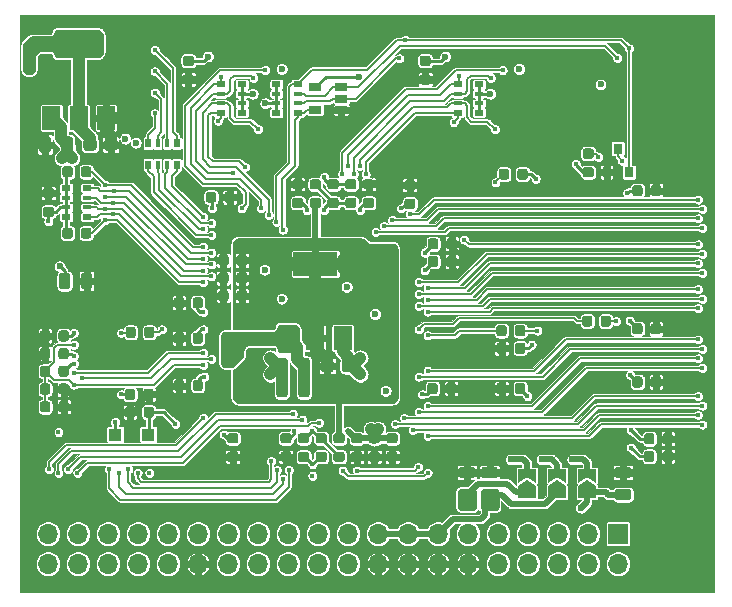
<source format=gbr>
G04 #@! TF.GenerationSoftware,KiCad,Pcbnew,(5.1.6-0-10_14)*
G04 #@! TF.CreationDate,2020-08-15T08:11:16-07:00*
G04 #@! TF.ProjectId,fpga-ice40,66706761-2d69-4636-9534-302e6b696361,r0.1*
G04 #@! TF.SameCoordinates,Original*
G04 #@! TF.FileFunction,Copper,L4,Bot*
G04 #@! TF.FilePolarity,Positive*
%FSLAX46Y46*%
G04 Gerber Fmt 4.6, Leading zero omitted, Abs format (unit mm)*
G04 Created by KiCad (PCBNEW (5.1.6-0-10_14)) date 2020-08-15 08:11:16*
%MOMM*%
%LPD*%
G01*
G04 APERTURE LIST*
G04 #@! TA.AperFunction,SMDPad,CuDef*
%ADD10C,0.100000*%
G04 #@! TD*
G04 #@! TA.AperFunction,SMDPad,CuDef*
%ADD11R,1.100000X1.100000*%
G04 #@! TD*
G04 #@! TA.AperFunction,SMDPad,CuDef*
%ADD12R,0.800000X0.500000*%
G04 #@! TD*
G04 #@! TA.AperFunction,SMDPad,CuDef*
%ADD13R,0.800000X0.400000*%
G04 #@! TD*
G04 #@! TA.AperFunction,SMDPad,CuDef*
%ADD14R,1.060000X0.650000*%
G04 #@! TD*
G04 #@! TA.AperFunction,ComponentPad*
%ADD15O,1.700000X1.700000*%
G04 #@! TD*
G04 #@! TA.AperFunction,ComponentPad*
%ADD16R,1.700000X1.700000*%
G04 #@! TD*
G04 #@! TA.AperFunction,SMDPad,CuDef*
%ADD17R,0.500000X0.800000*%
G04 #@! TD*
G04 #@! TA.AperFunction,SMDPad,CuDef*
%ADD18R,0.400000X0.800000*%
G04 #@! TD*
G04 #@! TA.AperFunction,SMDPad,CuDef*
%ADD19R,0.800000X0.900000*%
G04 #@! TD*
G04 #@! TA.AperFunction,SMDPad,CuDef*
%ADD20R,1.500000X2.000000*%
G04 #@! TD*
G04 #@! TA.AperFunction,SMDPad,CuDef*
%ADD21R,3.800000X2.000000*%
G04 #@! TD*
G04 #@! TA.AperFunction,ViaPad*
%ADD22C,0.600000*%
G04 #@! TD*
G04 #@! TA.AperFunction,ViaPad*
%ADD23C,0.450000*%
G04 #@! TD*
G04 #@! TA.AperFunction,Conductor*
%ADD24C,0.254000*%
G04 #@! TD*
G04 #@! TA.AperFunction,Conductor*
%ADD25C,0.508000*%
G04 #@! TD*
G04 #@! TA.AperFunction,Conductor*
%ADD26C,1.016000*%
G04 #@! TD*
G04 #@! TA.AperFunction,Conductor*
%ADD27C,0.152400*%
G04 #@! TD*
G04 #@! TA.AperFunction,Conductor*
%ADD28C,0.089000*%
G04 #@! TD*
G04 APERTURE END LIST*
G04 #@! TA.AperFunction,SMDPad,CuDef*
G36*
G01*
X177250000Y-95593750D02*
X177250000Y-96106250D01*
G75*
G02*
X177031250Y-96325000I-218750J0D01*
G01*
X176593750Y-96325000D01*
G75*
G02*
X176375000Y-96106250I0J218750D01*
G01*
X176375000Y-95593750D01*
G75*
G02*
X176593750Y-95375000I218750J0D01*
G01*
X177031250Y-95375000D01*
G75*
G02*
X177250000Y-95593750I0J-218750D01*
G01*
G37*
G04 #@! TD.AperFunction*
G04 #@! TA.AperFunction,SMDPad,CuDef*
G36*
G01*
X178825000Y-95593750D02*
X178825000Y-96106250D01*
G75*
G02*
X178606250Y-96325000I-218750J0D01*
G01*
X178168750Y-96325000D01*
G75*
G02*
X177950000Y-96106250I0J218750D01*
G01*
X177950000Y-95593750D01*
G75*
G02*
X178168750Y-95375000I218750J0D01*
G01*
X178606250Y-95375000D01*
G75*
G02*
X178825000Y-95593750I0J-218750D01*
G01*
G37*
G04 #@! TD.AperFunction*
G04 #@! TA.AperFunction,SMDPad,CuDef*
G36*
G01*
X184500000Y-94793750D02*
X184500000Y-95306250D01*
G75*
G02*
X184281250Y-95525000I-218750J0D01*
G01*
X183843750Y-95525000D01*
G75*
G02*
X183625000Y-95306250I0J218750D01*
G01*
X183625000Y-94793750D01*
G75*
G02*
X183843750Y-94575000I218750J0D01*
G01*
X184281250Y-94575000D01*
G75*
G02*
X184500000Y-94793750I0J-218750D01*
G01*
G37*
G04 #@! TD.AperFunction*
G04 #@! TA.AperFunction,SMDPad,CuDef*
G36*
G01*
X186075000Y-94793750D02*
X186075000Y-95306250D01*
G75*
G02*
X185856250Y-95525000I-218750J0D01*
G01*
X185418750Y-95525000D01*
G75*
G02*
X185200000Y-95306250I0J218750D01*
G01*
X185200000Y-94793750D01*
G75*
G02*
X185418750Y-94575000I218750J0D01*
G01*
X185856250Y-94575000D01*
G75*
G02*
X186075000Y-94793750I0J-218750D01*
G01*
G37*
G04 #@! TD.AperFunction*
G04 #@! TA.AperFunction,SMDPad,CuDef*
G36*
G01*
X190450000Y-106756250D02*
X190450000Y-106243750D01*
G75*
G02*
X190668750Y-106025000I218750J0D01*
G01*
X191106250Y-106025000D01*
G75*
G02*
X191325000Y-106243750I0J-218750D01*
G01*
X191325000Y-106756250D01*
G75*
G02*
X191106250Y-106975000I-218750J0D01*
G01*
X190668750Y-106975000D01*
G75*
G02*
X190450000Y-106756250I0J218750D01*
G01*
G37*
G04 #@! TD.AperFunction*
G04 #@! TA.AperFunction,SMDPad,CuDef*
G36*
G01*
X188875000Y-106756250D02*
X188875000Y-106243750D01*
G75*
G02*
X189093750Y-106025000I218750J0D01*
G01*
X189531250Y-106025000D01*
G75*
G02*
X189750000Y-106243750I0J-218750D01*
G01*
X189750000Y-106756250D01*
G75*
G02*
X189531250Y-106975000I-218750J0D01*
G01*
X189093750Y-106975000D01*
G75*
G02*
X188875000Y-106756250I0J218750D01*
G01*
G37*
G04 #@! TD.AperFunction*
G04 #@! TA.AperFunction,SMDPad,CuDef*
D10*
G36*
X178950000Y-108525000D02*
G01*
X179700000Y-109025000D01*
X179700000Y-110025000D01*
X178200000Y-110025000D01*
X178200000Y-109025000D01*
X178950000Y-108525000D01*
G37*
G04 #@! TD.AperFunction*
G04 #@! TA.AperFunction,SMDPad,CuDef*
G36*
X179700000Y-107575000D02*
G01*
X179700000Y-108725000D01*
X178950000Y-108225000D01*
X178200000Y-108725000D01*
X178200000Y-107575000D01*
X179700000Y-107575000D01*
G37*
G04 #@! TD.AperFunction*
G04 #@! TA.AperFunction,SMDPad,CuDef*
G36*
X181500000Y-108525000D02*
G01*
X182250000Y-109025000D01*
X182250000Y-110025000D01*
X180750000Y-110025000D01*
X180750000Y-109025000D01*
X181500000Y-108525000D01*
G37*
G04 #@! TD.AperFunction*
G04 #@! TA.AperFunction,SMDPad,CuDef*
G36*
X182250000Y-107575000D02*
G01*
X182250000Y-108725000D01*
X181500000Y-108225000D01*
X180750000Y-108725000D01*
X180750000Y-107575000D01*
X182250000Y-107575000D01*
G37*
G04 #@! TD.AperFunction*
G04 #@! TA.AperFunction,SMDPad,CuDef*
G36*
X184050000Y-108525000D02*
G01*
X184800000Y-109025000D01*
X184800000Y-110025000D01*
X183300000Y-110025000D01*
X183300000Y-109025000D01*
X184050000Y-108525000D01*
G37*
G04 #@! TD.AperFunction*
G04 #@! TA.AperFunction,SMDPad,CuDef*
G36*
X184800000Y-107575000D02*
G01*
X184800000Y-108725000D01*
X184050000Y-108225000D01*
X183300000Y-108725000D01*
X183300000Y-107575000D01*
X184800000Y-107575000D01*
G37*
G04 #@! TD.AperFunction*
G04 #@! TA.AperFunction,SMDPad,CuDef*
G36*
G01*
X187556250Y-108350000D02*
X186643750Y-108350000D01*
G75*
G02*
X186400000Y-108106250I0J243750D01*
G01*
X186400000Y-107618750D01*
G75*
G02*
X186643750Y-107375000I243750J0D01*
G01*
X187556250Y-107375000D01*
G75*
G02*
X187800000Y-107618750I0J-243750D01*
G01*
X187800000Y-108106250D01*
G75*
G02*
X187556250Y-108350000I-243750J0D01*
G01*
G37*
G04 #@! TD.AperFunction*
G04 #@! TA.AperFunction,SMDPad,CuDef*
G36*
G01*
X187556250Y-110225000D02*
X186643750Y-110225000D01*
G75*
G02*
X186400000Y-109981250I0J243750D01*
G01*
X186400000Y-109493750D01*
G75*
G02*
X186643750Y-109250000I243750J0D01*
G01*
X187556250Y-109250000D01*
G75*
G02*
X187800000Y-109493750I0J-243750D01*
G01*
X187800000Y-109981250D01*
G75*
G02*
X187556250Y-110225000I-243750J0D01*
G01*
G37*
G04 #@! TD.AperFunction*
G04 #@! TA.AperFunction,SMDPad,CuDef*
G36*
G01*
X146500000Y-101506250D02*
X146500000Y-100993750D01*
G75*
G02*
X146718750Y-100775000I218750J0D01*
G01*
X147156250Y-100775000D01*
G75*
G02*
X147375000Y-100993750I0J-218750D01*
G01*
X147375000Y-101506250D01*
G75*
G02*
X147156250Y-101725000I-218750J0D01*
G01*
X146718750Y-101725000D01*
G75*
G02*
X146500000Y-101506250I0J218750D01*
G01*
G37*
G04 #@! TD.AperFunction*
G04 #@! TA.AperFunction,SMDPad,CuDef*
G36*
G01*
X144925000Y-101506250D02*
X144925000Y-100993750D01*
G75*
G02*
X145143750Y-100775000I218750J0D01*
G01*
X145581250Y-100775000D01*
G75*
G02*
X145800000Y-100993750I0J-218750D01*
G01*
X145800000Y-101506250D01*
G75*
G02*
X145581250Y-101725000I-218750J0D01*
G01*
X145143750Y-101725000D01*
G75*
G02*
X144925000Y-101506250I0J218750D01*
G01*
G37*
G04 #@! TD.AperFunction*
G04 #@! TA.AperFunction,SMDPad,CuDef*
G36*
G01*
X163275000Y-99125001D02*
X163275000Y-98574999D01*
G75*
G02*
X163524999Y-98325000I249999J0D01*
G01*
X164150001Y-98325000D01*
G75*
G02*
X164400000Y-98574999I0J-249999D01*
G01*
X164400000Y-99125001D01*
G75*
G02*
X164150001Y-99375000I-249999J0D01*
G01*
X163524999Y-99375000D01*
G75*
G02*
X163275000Y-99125001I0J249999D01*
G01*
G37*
G04 #@! TD.AperFunction*
G04 #@! TA.AperFunction,SMDPad,CuDef*
G36*
G01*
X161500000Y-99125001D02*
X161500000Y-98574999D01*
G75*
G02*
X161749999Y-98325000I249999J0D01*
G01*
X162375001Y-98325000D01*
G75*
G02*
X162625000Y-98574999I0J-249999D01*
G01*
X162625000Y-99125001D01*
G75*
G02*
X162375001Y-99375000I-249999J0D01*
G01*
X161749999Y-99375000D01*
G75*
G02*
X161500000Y-99125001I0J249999D01*
G01*
G37*
G04 #@! TD.AperFunction*
G04 #@! TA.AperFunction,SMDPad,CuDef*
G36*
G01*
X143175000Y-80375001D02*
X143175000Y-79824999D01*
G75*
G02*
X143424999Y-79575000I249999J0D01*
G01*
X144050001Y-79575000D01*
G75*
G02*
X144300000Y-79824999I0J-249999D01*
G01*
X144300000Y-80375001D01*
G75*
G02*
X144050001Y-80625000I-249999J0D01*
G01*
X143424999Y-80625000D01*
G75*
G02*
X143175000Y-80375001I0J249999D01*
G01*
G37*
G04 #@! TD.AperFunction*
G04 #@! TA.AperFunction,SMDPad,CuDef*
G36*
G01*
X141400000Y-80375001D02*
X141400000Y-79824999D01*
G75*
G02*
X141649999Y-79575000I249999J0D01*
G01*
X142275001Y-79575000D01*
G75*
G02*
X142525000Y-79824999I0J-249999D01*
G01*
X142525000Y-80375001D01*
G75*
G02*
X142275001Y-80625000I-249999J0D01*
G01*
X141649999Y-80625000D01*
G75*
G02*
X141400000Y-80375001I0J249999D01*
G01*
G37*
G04 #@! TD.AperFunction*
G04 #@! TA.AperFunction,SMDPad,CuDef*
G36*
G01*
X153700000Y-89643750D02*
X153700000Y-90156250D01*
G75*
G02*
X153481250Y-90375000I-218750J0D01*
G01*
X153043750Y-90375000D01*
G75*
G02*
X152825000Y-90156250I0J218750D01*
G01*
X152825000Y-89643750D01*
G75*
G02*
X153043750Y-89425000I218750J0D01*
G01*
X153481250Y-89425000D01*
G75*
G02*
X153700000Y-89643750I0J-218750D01*
G01*
G37*
G04 #@! TD.AperFunction*
G04 #@! TA.AperFunction,SMDPad,CuDef*
G36*
G01*
X155275000Y-89643750D02*
X155275000Y-90156250D01*
G75*
G02*
X155056250Y-90375000I-218750J0D01*
G01*
X154618750Y-90375000D01*
G75*
G02*
X154400000Y-90156250I0J218750D01*
G01*
X154400000Y-89643750D01*
G75*
G02*
X154618750Y-89425000I218750J0D01*
G01*
X155056250Y-89425000D01*
G75*
G02*
X155275000Y-89643750I0J-218750D01*
G01*
G37*
G04 #@! TD.AperFunction*
G04 #@! TA.AperFunction,SMDPad,CuDef*
G36*
G01*
X141200000Y-92106250D02*
X141200000Y-91193750D01*
G75*
G02*
X141443750Y-90950000I243750J0D01*
G01*
X141931250Y-90950000D01*
G75*
G02*
X142175000Y-91193750I0J-243750D01*
G01*
X142175000Y-92106250D01*
G75*
G02*
X141931250Y-92350000I-243750J0D01*
G01*
X141443750Y-92350000D01*
G75*
G02*
X141200000Y-92106250I0J243750D01*
G01*
G37*
G04 #@! TD.AperFunction*
G04 #@! TA.AperFunction,SMDPad,CuDef*
G36*
G01*
X139325000Y-92106250D02*
X139325000Y-91193750D01*
G75*
G02*
X139568750Y-90950000I243750J0D01*
G01*
X140056250Y-90950000D01*
G75*
G02*
X140300000Y-91193750I0J-243750D01*
G01*
X140300000Y-92106250D01*
G75*
G02*
X140056250Y-92350000I-243750J0D01*
G01*
X139568750Y-92350000D01*
G75*
G02*
X139325000Y-92106250I0J243750D01*
G01*
G37*
G04 #@! TD.AperFunction*
G04 #@! TA.AperFunction,SMDPad,CuDef*
G36*
G01*
X158700000Y-98393750D02*
X158700000Y-99306250D01*
G75*
G02*
X158456250Y-99550000I-243750J0D01*
G01*
X157968750Y-99550000D01*
G75*
G02*
X157725000Y-99306250I0J243750D01*
G01*
X157725000Y-98393750D01*
G75*
G02*
X157968750Y-98150000I243750J0D01*
G01*
X158456250Y-98150000D01*
G75*
G02*
X158700000Y-98393750I0J-243750D01*
G01*
G37*
G04 #@! TD.AperFunction*
G04 #@! TA.AperFunction,SMDPad,CuDef*
G36*
G01*
X160575000Y-98393750D02*
X160575000Y-99306250D01*
G75*
G02*
X160331250Y-99550000I-243750J0D01*
G01*
X159843750Y-99550000D01*
G75*
G02*
X159600000Y-99306250I0J243750D01*
G01*
X159600000Y-98393750D01*
G75*
G02*
X159843750Y-98150000I243750J0D01*
G01*
X160331250Y-98150000D01*
G75*
G02*
X160575000Y-98393750I0J-243750D01*
G01*
G37*
G04 #@! TD.AperFunction*
G04 #@! TA.AperFunction,SMDPad,CuDef*
G36*
G01*
X138650000Y-79643750D02*
X138650000Y-80556250D01*
G75*
G02*
X138406250Y-80800000I-243750J0D01*
G01*
X137918750Y-80800000D01*
G75*
G02*
X137675000Y-80556250I0J243750D01*
G01*
X137675000Y-79643750D01*
G75*
G02*
X137918750Y-79400000I243750J0D01*
G01*
X138406250Y-79400000D01*
G75*
G02*
X138650000Y-79643750I0J-243750D01*
G01*
G37*
G04 #@! TD.AperFunction*
G04 #@! TA.AperFunction,SMDPad,CuDef*
G36*
G01*
X140525000Y-79643750D02*
X140525000Y-80556250D01*
G75*
G02*
X140281250Y-80800000I-243750J0D01*
G01*
X139793750Y-80800000D01*
G75*
G02*
X139550000Y-80556250I0J243750D01*
G01*
X139550000Y-79643750D01*
G75*
G02*
X139793750Y-79400000I243750J0D01*
G01*
X140281250Y-79400000D01*
G75*
G02*
X140525000Y-79643750I0J-243750D01*
G01*
G37*
G04 #@! TD.AperFunction*
G04 #@! TA.AperFunction,SMDPad,CuDef*
G36*
G01*
X139300000Y-102556250D02*
X139300000Y-102043750D01*
G75*
G02*
X139518750Y-101825000I218750J0D01*
G01*
X139956250Y-101825000D01*
G75*
G02*
X140175000Y-102043750I0J-218750D01*
G01*
X140175000Y-102556250D01*
G75*
G02*
X139956250Y-102775000I-218750J0D01*
G01*
X139518750Y-102775000D01*
G75*
G02*
X139300000Y-102556250I0J218750D01*
G01*
G37*
G04 #@! TD.AperFunction*
G04 #@! TA.AperFunction,SMDPad,CuDef*
G36*
G01*
X137725000Y-102556250D02*
X137725000Y-102043750D01*
G75*
G02*
X137943750Y-101825000I218750J0D01*
G01*
X138381250Y-101825000D01*
G75*
G02*
X138600000Y-102043750I0J-218750D01*
G01*
X138600000Y-102556250D01*
G75*
G02*
X138381250Y-102775000I-218750J0D01*
G01*
X137943750Y-102775000D01*
G75*
G02*
X137725000Y-102556250I0J218750D01*
G01*
G37*
G04 #@! TD.AperFunction*
G04 #@! TA.AperFunction,SMDPad,CuDef*
G36*
G01*
X177450000Y-82343750D02*
X177450000Y-82856250D01*
G75*
G02*
X177231250Y-83075000I-218750J0D01*
G01*
X176793750Y-83075000D01*
G75*
G02*
X176575000Y-82856250I0J218750D01*
G01*
X176575000Y-82343750D01*
G75*
G02*
X176793750Y-82125000I218750J0D01*
G01*
X177231250Y-82125000D01*
G75*
G02*
X177450000Y-82343750I0J-218750D01*
G01*
G37*
G04 #@! TD.AperFunction*
G04 #@! TA.AperFunction,SMDPad,CuDef*
G36*
G01*
X179025000Y-82343750D02*
X179025000Y-82856250D01*
G75*
G02*
X178806250Y-83075000I-218750J0D01*
G01*
X178368750Y-83075000D01*
G75*
G02*
X178150000Y-82856250I0J218750D01*
G01*
X178150000Y-82343750D01*
G75*
G02*
X178368750Y-82125000I218750J0D01*
G01*
X178806250Y-82125000D01*
G75*
G02*
X179025000Y-82343750I0J-218750D01*
G01*
G37*
G04 #@! TD.AperFunction*
G04 #@! TA.AperFunction,SMDPad,CuDef*
G36*
G01*
X165793750Y-106100000D02*
X166306250Y-106100000D01*
G75*
G02*
X166525000Y-106318750I0J-218750D01*
G01*
X166525000Y-106756250D01*
G75*
G02*
X166306250Y-106975000I-218750J0D01*
G01*
X165793750Y-106975000D01*
G75*
G02*
X165575000Y-106756250I0J218750D01*
G01*
X165575000Y-106318750D01*
G75*
G02*
X165793750Y-106100000I218750J0D01*
G01*
G37*
G04 #@! TD.AperFunction*
G04 #@! TA.AperFunction,SMDPad,CuDef*
G36*
G01*
X165793750Y-104525000D02*
X166306250Y-104525000D01*
G75*
G02*
X166525000Y-104743750I0J-218750D01*
G01*
X166525000Y-105181250D01*
G75*
G02*
X166306250Y-105400000I-218750J0D01*
G01*
X165793750Y-105400000D01*
G75*
G02*
X165575000Y-105181250I0J218750D01*
G01*
X165575000Y-104743750D01*
G75*
G02*
X165793750Y-104525000I218750J0D01*
G01*
G37*
G04 #@! TD.AperFunction*
G04 #@! TA.AperFunction,SMDPad,CuDef*
G36*
G01*
X167293750Y-106100000D02*
X167806250Y-106100000D01*
G75*
G02*
X168025000Y-106318750I0J-218750D01*
G01*
X168025000Y-106756250D01*
G75*
G02*
X167806250Y-106975000I-218750J0D01*
G01*
X167293750Y-106975000D01*
G75*
G02*
X167075000Y-106756250I0J218750D01*
G01*
X167075000Y-106318750D01*
G75*
G02*
X167293750Y-106100000I218750J0D01*
G01*
G37*
G04 #@! TD.AperFunction*
G04 #@! TA.AperFunction,SMDPad,CuDef*
G36*
G01*
X167293750Y-104525000D02*
X167806250Y-104525000D01*
G75*
G02*
X168025000Y-104743750I0J-218750D01*
G01*
X168025000Y-105181250D01*
G75*
G02*
X167806250Y-105400000I-218750J0D01*
G01*
X167293750Y-105400000D01*
G75*
G02*
X167075000Y-105181250I0J218750D01*
G01*
X167075000Y-104743750D01*
G75*
G02*
X167293750Y-104525000I218750J0D01*
G01*
G37*
G04 #@! TD.AperFunction*
G04 #@! TA.AperFunction,SMDPad,CuDef*
G36*
G01*
X141200000Y-87856250D02*
X141200000Y-87343750D01*
G75*
G02*
X141418750Y-87125000I218750J0D01*
G01*
X141856250Y-87125000D01*
G75*
G02*
X142075000Y-87343750I0J-218750D01*
G01*
X142075000Y-87856250D01*
G75*
G02*
X141856250Y-88075000I-218750J0D01*
G01*
X141418750Y-88075000D01*
G75*
G02*
X141200000Y-87856250I0J218750D01*
G01*
G37*
G04 #@! TD.AperFunction*
G04 #@! TA.AperFunction,SMDPad,CuDef*
G36*
G01*
X139625000Y-87856250D02*
X139625000Y-87343750D01*
G75*
G02*
X139843750Y-87125000I218750J0D01*
G01*
X140281250Y-87125000D01*
G75*
G02*
X140500000Y-87343750I0J-218750D01*
G01*
X140500000Y-87856250D01*
G75*
G02*
X140281250Y-88075000I-218750J0D01*
G01*
X139843750Y-88075000D01*
G75*
G02*
X139625000Y-87856250I0J218750D01*
G01*
G37*
G04 #@! TD.AperFunction*
D11*
X144100000Y-104650000D03*
X146900000Y-104650000D03*
D12*
X157750000Y-77402000D03*
D13*
X157750000Y-76602000D03*
D12*
X157750000Y-75002000D03*
D13*
X157750000Y-75802000D03*
D12*
X159550000Y-77402000D03*
D13*
X159550000Y-75802000D03*
X159550000Y-76602000D03*
D12*
X159550000Y-75002000D03*
X174900000Y-75000000D03*
D13*
X174900000Y-75800000D03*
D12*
X174900000Y-77400000D03*
D13*
X174900000Y-76600000D03*
D12*
X173100000Y-75000000D03*
D13*
X173100000Y-76600000D03*
X173100000Y-75800000D03*
D12*
X173100000Y-77400000D03*
D14*
X161050000Y-75250000D03*
X161050000Y-77150000D03*
X163250000Y-77150000D03*
X163250000Y-76200000D03*
X163250000Y-75250000D03*
D15*
X138410000Y-115590000D03*
X138410000Y-113050000D03*
X140950000Y-115590000D03*
X140950000Y-113050000D03*
X143490000Y-115590000D03*
X143490000Y-113050000D03*
X146030000Y-115590000D03*
X146030000Y-113050000D03*
X148570000Y-115590000D03*
X148570000Y-113050000D03*
X151110000Y-115590000D03*
X151110000Y-113050000D03*
X153650000Y-115590000D03*
X153650000Y-113050000D03*
X156190000Y-115590000D03*
X156190000Y-113050000D03*
X158730000Y-115590000D03*
X158730000Y-113050000D03*
X161270000Y-115590000D03*
X161270000Y-113050000D03*
X163810000Y-115590000D03*
X163810000Y-113050000D03*
X166350000Y-115590000D03*
X166350000Y-113050000D03*
X168890000Y-115590000D03*
X168890000Y-113050000D03*
X171430000Y-115590000D03*
X171430000Y-113050000D03*
X173970000Y-115590000D03*
X173970000Y-113050000D03*
X176510000Y-115590000D03*
X176510000Y-113050000D03*
X179050000Y-115590000D03*
X179050000Y-113050000D03*
X181590000Y-115590000D03*
X181590000Y-113050000D03*
X184130000Y-115590000D03*
X184130000Y-113050000D03*
X186670000Y-115590000D03*
D16*
X186670000Y-113050000D03*
G04 #@! TA.AperFunction,SMDPad,CuDef*
G36*
G01*
X176256250Y-108350000D02*
X175343750Y-108350000D01*
G75*
G02*
X175100000Y-108106250I0J243750D01*
G01*
X175100000Y-107618750D01*
G75*
G02*
X175343750Y-107375000I243750J0D01*
G01*
X176256250Y-107375000D01*
G75*
G02*
X176500000Y-107618750I0J-243750D01*
G01*
X176500000Y-108106250D01*
G75*
G02*
X176256250Y-108350000I-243750J0D01*
G01*
G37*
G04 #@! TD.AperFunction*
G04 #@! TA.AperFunction,SMDPad,CuDef*
G36*
G01*
X176256250Y-110225000D02*
X175343750Y-110225000D01*
G75*
G02*
X175100000Y-109981250I0J243750D01*
G01*
X175100000Y-109493750D01*
G75*
G02*
X175343750Y-109250000I243750J0D01*
G01*
X176256250Y-109250000D01*
G75*
G02*
X176500000Y-109493750I0J-243750D01*
G01*
X176500000Y-109981250D01*
G75*
G02*
X176256250Y-110225000I-243750J0D01*
G01*
G37*
G04 #@! TD.AperFunction*
D17*
X149300000Y-81800000D03*
D18*
X148500000Y-81800000D03*
D17*
X146900000Y-81800000D03*
D18*
X147700000Y-81800000D03*
D17*
X149300000Y-80000000D03*
D18*
X147700000Y-80000000D03*
X148500000Y-80000000D03*
D17*
X146900000Y-80000000D03*
G04 #@! TA.AperFunction,SMDPad,CuDef*
G36*
G01*
X138600000Y-97543750D02*
X138600000Y-98056250D01*
G75*
G02*
X138381250Y-98275000I-218750J0D01*
G01*
X137943750Y-98275000D01*
G75*
G02*
X137725000Y-98056250I0J218750D01*
G01*
X137725000Y-97543750D01*
G75*
G02*
X137943750Y-97325000I218750J0D01*
G01*
X138381250Y-97325000D01*
G75*
G02*
X138600000Y-97543750I0J-218750D01*
G01*
G37*
G04 #@! TD.AperFunction*
G04 #@! TA.AperFunction,SMDPad,CuDef*
G36*
G01*
X140175000Y-97543750D02*
X140175000Y-98056250D01*
G75*
G02*
X139956250Y-98275000I-218750J0D01*
G01*
X139518750Y-98275000D01*
G75*
G02*
X139300000Y-98056250I0J218750D01*
G01*
X139300000Y-97543750D01*
G75*
G02*
X139518750Y-97325000I218750J0D01*
G01*
X139956250Y-97325000D01*
G75*
G02*
X140175000Y-97543750I0J-218750D01*
G01*
G37*
G04 #@! TD.AperFunction*
G04 #@! TA.AperFunction,SMDPad,CuDef*
G36*
G01*
X184406250Y-81300000D02*
X183893750Y-81300000D01*
G75*
G02*
X183675000Y-81081250I0J218750D01*
G01*
X183675000Y-80643750D01*
G75*
G02*
X183893750Y-80425000I218750J0D01*
G01*
X184406250Y-80425000D01*
G75*
G02*
X184625000Y-80643750I0J-218750D01*
G01*
X184625000Y-81081250D01*
G75*
G02*
X184406250Y-81300000I-218750J0D01*
G01*
G37*
G04 #@! TD.AperFunction*
G04 #@! TA.AperFunction,SMDPad,CuDef*
G36*
G01*
X184406250Y-82875000D02*
X183893750Y-82875000D01*
G75*
G02*
X183675000Y-82656250I0J218750D01*
G01*
X183675000Y-82218750D01*
G75*
G02*
X183893750Y-82000000I218750J0D01*
G01*
X184406250Y-82000000D01*
G75*
G02*
X184625000Y-82218750I0J-218750D01*
G01*
X184625000Y-82656250D01*
G75*
G02*
X184406250Y-82875000I-218750J0D01*
G01*
G37*
G04 #@! TD.AperFunction*
D19*
X186650000Y-80450000D03*
X185700000Y-82450000D03*
X187600000Y-82450000D03*
G04 #@! TA.AperFunction,SMDPad,CuDef*
G36*
G01*
X158700000Y-100343750D02*
X158700000Y-101256250D01*
G75*
G02*
X158456250Y-101500000I-243750J0D01*
G01*
X157968750Y-101500000D01*
G75*
G02*
X157725000Y-101256250I0J243750D01*
G01*
X157725000Y-100343750D01*
G75*
G02*
X157968750Y-100100000I243750J0D01*
G01*
X158456250Y-100100000D01*
G75*
G02*
X158700000Y-100343750I0J-243750D01*
G01*
G37*
G04 #@! TD.AperFunction*
G04 #@! TA.AperFunction,SMDPad,CuDef*
G36*
G01*
X160575000Y-100343750D02*
X160575000Y-101256250D01*
G75*
G02*
X160331250Y-101500000I-243750J0D01*
G01*
X159843750Y-101500000D01*
G75*
G02*
X159600000Y-101256250I0J243750D01*
G01*
X159600000Y-100343750D01*
G75*
G02*
X159843750Y-100100000I243750J0D01*
G01*
X160331250Y-100100000D01*
G75*
G02*
X160575000Y-100343750I0J-243750D01*
G01*
G37*
G04 #@! TD.AperFunction*
D20*
X163350000Y-96500000D03*
X158750000Y-96500000D03*
X161050000Y-96500000D03*
D21*
X161050000Y-90200000D03*
D20*
X143300000Y-77850000D03*
X138700000Y-77850000D03*
X141000000Y-77850000D03*
D21*
X141000000Y-71550000D03*
G04 #@! TA.AperFunction,SMDPad,CuDef*
G36*
G01*
X174356250Y-108350000D02*
X173443750Y-108350000D01*
G75*
G02*
X173200000Y-108106250I0J243750D01*
G01*
X173200000Y-107618750D01*
G75*
G02*
X173443750Y-107375000I243750J0D01*
G01*
X174356250Y-107375000D01*
G75*
G02*
X174600000Y-107618750I0J-243750D01*
G01*
X174600000Y-108106250D01*
G75*
G02*
X174356250Y-108350000I-243750J0D01*
G01*
G37*
G04 #@! TD.AperFunction*
G04 #@! TA.AperFunction,SMDPad,CuDef*
G36*
G01*
X174356250Y-110225000D02*
X173443750Y-110225000D01*
G75*
G02*
X173200000Y-109981250I0J243750D01*
G01*
X173200000Y-109493750D01*
G75*
G02*
X173443750Y-109250000I243750J0D01*
G01*
X174356250Y-109250000D01*
G75*
G02*
X174600000Y-109493750I0J-243750D01*
G01*
X174600000Y-109981250D01*
G75*
G02*
X174356250Y-110225000I-243750J0D01*
G01*
G37*
G04 #@! TD.AperFunction*
G04 #@! TA.AperFunction,SMDPad,CuDef*
G36*
G01*
X139300000Y-101056250D02*
X139300000Y-100543750D01*
G75*
G02*
X139518750Y-100325000I218750J0D01*
G01*
X139956250Y-100325000D01*
G75*
G02*
X140175000Y-100543750I0J-218750D01*
G01*
X140175000Y-101056250D01*
G75*
G02*
X139956250Y-101275000I-218750J0D01*
G01*
X139518750Y-101275000D01*
G75*
G02*
X139300000Y-101056250I0J218750D01*
G01*
G37*
G04 #@! TD.AperFunction*
G04 #@! TA.AperFunction,SMDPad,CuDef*
G36*
G01*
X137725000Y-101056250D02*
X137725000Y-100543750D01*
G75*
G02*
X137943750Y-100325000I218750J0D01*
G01*
X138381250Y-100325000D01*
G75*
G02*
X138600000Y-100543750I0J-218750D01*
G01*
X138600000Y-101056250D01*
G75*
G02*
X138381250Y-101275000I-218750J0D01*
G01*
X137943750Y-101275000D01*
G75*
G02*
X137725000Y-101056250I0J218750D01*
G01*
G37*
G04 #@! TD.AperFunction*
G04 #@! TA.AperFunction,SMDPad,CuDef*
G36*
G01*
X138600000Y-99043750D02*
X138600000Y-99556250D01*
G75*
G02*
X138381250Y-99775000I-218750J0D01*
G01*
X137943750Y-99775000D01*
G75*
G02*
X137725000Y-99556250I0J218750D01*
G01*
X137725000Y-99043750D01*
G75*
G02*
X137943750Y-98825000I218750J0D01*
G01*
X138381250Y-98825000D01*
G75*
G02*
X138600000Y-99043750I0J-218750D01*
G01*
G37*
G04 #@! TD.AperFunction*
G04 #@! TA.AperFunction,SMDPad,CuDef*
G36*
G01*
X140175000Y-99043750D02*
X140175000Y-99556250D01*
G75*
G02*
X139956250Y-99775000I-218750J0D01*
G01*
X139518750Y-99775000D01*
G75*
G02*
X139300000Y-99556250I0J218750D01*
G01*
X139300000Y-99043750D01*
G75*
G02*
X139518750Y-98825000I218750J0D01*
G01*
X139956250Y-98825000D01*
G75*
G02*
X140175000Y-99043750I0J-218750D01*
G01*
G37*
G04 #@! TD.AperFunction*
G04 #@! TA.AperFunction,SMDPad,CuDef*
G36*
G01*
X153700000Y-91143750D02*
X153700000Y-91656250D01*
G75*
G02*
X153481250Y-91875000I-218750J0D01*
G01*
X153043750Y-91875000D01*
G75*
G02*
X152825000Y-91656250I0J218750D01*
G01*
X152825000Y-91143750D01*
G75*
G02*
X153043750Y-90925000I218750J0D01*
G01*
X153481250Y-90925000D01*
G75*
G02*
X153700000Y-91143750I0J-218750D01*
G01*
G37*
G04 #@! TD.AperFunction*
G04 #@! TA.AperFunction,SMDPad,CuDef*
G36*
G01*
X155275000Y-91143750D02*
X155275000Y-91656250D01*
G75*
G02*
X155056250Y-91875000I-218750J0D01*
G01*
X154618750Y-91875000D01*
G75*
G02*
X154400000Y-91656250I0J218750D01*
G01*
X154400000Y-91143750D01*
G75*
G02*
X154618750Y-90925000I218750J0D01*
G01*
X155056250Y-90925000D01*
G75*
G02*
X155275000Y-91143750I0J-218750D01*
G01*
G37*
G04 #@! TD.AperFunction*
G04 #@! TA.AperFunction,SMDPad,CuDef*
G36*
G01*
X153700000Y-92643750D02*
X153700000Y-93156250D01*
G75*
G02*
X153481250Y-93375000I-218750J0D01*
G01*
X153043750Y-93375000D01*
G75*
G02*
X152825000Y-93156250I0J218750D01*
G01*
X152825000Y-92643750D01*
G75*
G02*
X153043750Y-92425000I218750J0D01*
G01*
X153481250Y-92425000D01*
G75*
G02*
X153700000Y-92643750I0J-218750D01*
G01*
G37*
G04 #@! TD.AperFunction*
G04 #@! TA.AperFunction,SMDPad,CuDef*
G36*
G01*
X155275000Y-92643750D02*
X155275000Y-93156250D01*
G75*
G02*
X155056250Y-93375000I-218750J0D01*
G01*
X154618750Y-93375000D01*
G75*
G02*
X154400000Y-93156250I0J218750D01*
G01*
X154400000Y-92643750D01*
G75*
G02*
X154618750Y-92425000I218750J0D01*
G01*
X155056250Y-92425000D01*
G75*
G02*
X155275000Y-92643750I0J-218750D01*
G01*
G37*
G04 #@! TD.AperFunction*
G04 #@! TA.AperFunction,SMDPad,CuDef*
G36*
G01*
X145800000Y-102493750D02*
X145800000Y-103006250D01*
G75*
G02*
X145581250Y-103225000I-218750J0D01*
G01*
X145143750Y-103225000D01*
G75*
G02*
X144925000Y-103006250I0J218750D01*
G01*
X144925000Y-102493750D01*
G75*
G02*
X145143750Y-102275000I218750J0D01*
G01*
X145581250Y-102275000D01*
G75*
G02*
X145800000Y-102493750I0J-218750D01*
G01*
G37*
G04 #@! TD.AperFunction*
G04 #@! TA.AperFunction,SMDPad,CuDef*
G36*
G01*
X147375000Y-102493750D02*
X147375000Y-103006250D01*
G75*
G02*
X147156250Y-103225000I-218750J0D01*
G01*
X146718750Y-103225000D01*
G75*
G02*
X146500000Y-103006250I0J218750D01*
G01*
X146500000Y-102493750D01*
G75*
G02*
X146718750Y-102275000I218750J0D01*
G01*
X147156250Y-102275000D01*
G75*
G02*
X147375000Y-102493750I0J-218750D01*
G01*
G37*
G04 #@! TD.AperFunction*
G04 #@! TA.AperFunction,SMDPad,CuDef*
G36*
G01*
X153350000Y-84806250D02*
X153350000Y-84293750D01*
G75*
G02*
X153568750Y-84075000I218750J0D01*
G01*
X154006250Y-84075000D01*
G75*
G02*
X154225000Y-84293750I0J-218750D01*
G01*
X154225000Y-84806250D01*
G75*
G02*
X154006250Y-85025000I-218750J0D01*
G01*
X153568750Y-85025000D01*
G75*
G02*
X153350000Y-84806250I0J218750D01*
G01*
G37*
G04 #@! TD.AperFunction*
G04 #@! TA.AperFunction,SMDPad,CuDef*
G36*
G01*
X151775000Y-84806250D02*
X151775000Y-84293750D01*
G75*
G02*
X151993750Y-84075000I218750J0D01*
G01*
X152431250Y-84075000D01*
G75*
G02*
X152650000Y-84293750I0J-218750D01*
G01*
X152650000Y-84806250D01*
G75*
G02*
X152431250Y-85025000I-218750J0D01*
G01*
X151993750Y-85025000D01*
G75*
G02*
X151775000Y-84806250I0J218750D01*
G01*
G37*
G04 #@! TD.AperFunction*
G04 #@! TA.AperFunction,SMDPad,CuDef*
G36*
G01*
X145850000Y-95743750D02*
X145850000Y-96256250D01*
G75*
G02*
X145631250Y-96475000I-218750J0D01*
G01*
X145193750Y-96475000D01*
G75*
G02*
X144975000Y-96256250I0J218750D01*
G01*
X144975000Y-95743750D01*
G75*
G02*
X145193750Y-95525000I218750J0D01*
G01*
X145631250Y-95525000D01*
G75*
G02*
X145850000Y-95743750I0J-218750D01*
G01*
G37*
G04 #@! TD.AperFunction*
G04 #@! TA.AperFunction,SMDPad,CuDef*
G36*
G01*
X147425000Y-95743750D02*
X147425000Y-96256250D01*
G75*
G02*
X147206250Y-96475000I-218750J0D01*
G01*
X146768750Y-96475000D01*
G75*
G02*
X146550000Y-96256250I0J218750D01*
G01*
X146550000Y-95743750D01*
G75*
G02*
X146768750Y-95525000I218750J0D01*
G01*
X147206250Y-95525000D01*
G75*
G02*
X147425000Y-95743750I0J-218750D01*
G01*
G37*
G04 #@! TD.AperFunction*
G04 #@! TA.AperFunction,SMDPad,CuDef*
G36*
G01*
X138600000Y-96043750D02*
X138600000Y-96556250D01*
G75*
G02*
X138381250Y-96775000I-218750J0D01*
G01*
X137943750Y-96775000D01*
G75*
G02*
X137725000Y-96556250I0J218750D01*
G01*
X137725000Y-96043750D01*
G75*
G02*
X137943750Y-95825000I218750J0D01*
G01*
X138381250Y-95825000D01*
G75*
G02*
X138600000Y-96043750I0J-218750D01*
G01*
G37*
G04 #@! TD.AperFunction*
G04 #@! TA.AperFunction,SMDPad,CuDef*
G36*
G01*
X140175000Y-96043750D02*
X140175000Y-96556250D01*
G75*
G02*
X139956250Y-96775000I-218750J0D01*
G01*
X139518750Y-96775000D01*
G75*
G02*
X139300000Y-96556250I0J218750D01*
G01*
X139300000Y-96043750D01*
G75*
G02*
X139518750Y-95825000I218750J0D01*
G01*
X139956250Y-95825000D01*
G75*
G02*
X140175000Y-96043750I0J-218750D01*
G01*
G37*
G04 #@! TD.AperFunction*
G04 #@! TA.AperFunction,SMDPad,CuDef*
G36*
G01*
X161293750Y-104525000D02*
X161806250Y-104525000D01*
G75*
G02*
X162025000Y-104743750I0J-218750D01*
G01*
X162025000Y-105181250D01*
G75*
G02*
X161806250Y-105400000I-218750J0D01*
G01*
X161293750Y-105400000D01*
G75*
G02*
X161075000Y-105181250I0J218750D01*
G01*
X161075000Y-104743750D01*
G75*
G02*
X161293750Y-104525000I218750J0D01*
G01*
G37*
G04 #@! TD.AperFunction*
G04 #@! TA.AperFunction,SMDPad,CuDef*
G36*
G01*
X161293750Y-106100000D02*
X161806250Y-106100000D01*
G75*
G02*
X162025000Y-106318750I0J-218750D01*
G01*
X162025000Y-106756250D01*
G75*
G02*
X161806250Y-106975000I-218750J0D01*
G01*
X161293750Y-106975000D01*
G75*
G02*
X161075000Y-106756250I0J218750D01*
G01*
X161075000Y-106318750D01*
G75*
G02*
X161293750Y-106100000I218750J0D01*
G01*
G37*
G04 #@! TD.AperFunction*
D12*
X139950000Y-86200000D03*
D13*
X139950000Y-85400000D03*
D12*
X139950000Y-83800000D03*
D13*
X139950000Y-84600000D03*
D12*
X141750000Y-86200000D03*
D13*
X141750000Y-84600000D03*
X141750000Y-85400000D03*
D12*
X141750000Y-83800000D03*
X154818000Y-75002000D03*
D13*
X154818000Y-75802000D03*
D12*
X154818000Y-77402000D03*
D13*
X154818000Y-76602000D03*
D12*
X153018000Y-75002000D03*
D13*
X153018000Y-76602000D03*
X153018000Y-75802000D03*
D12*
X153018000Y-77402000D03*
G04 #@! TA.AperFunction,SMDPad,CuDef*
G36*
G01*
X163306250Y-106975000D02*
X162793750Y-106975000D01*
G75*
G02*
X162575000Y-106756250I0J218750D01*
G01*
X162575000Y-106318750D01*
G75*
G02*
X162793750Y-106100000I218750J0D01*
G01*
X163306250Y-106100000D01*
G75*
G02*
X163525000Y-106318750I0J-218750D01*
G01*
X163525000Y-106756250D01*
G75*
G02*
X163306250Y-106975000I-218750J0D01*
G01*
G37*
G04 #@! TD.AperFunction*
G04 #@! TA.AperFunction,SMDPad,CuDef*
G36*
G01*
X163306250Y-105400000D02*
X162793750Y-105400000D01*
G75*
G02*
X162575000Y-105181250I0J218750D01*
G01*
X162575000Y-104743750D01*
G75*
G02*
X162793750Y-104525000I218750J0D01*
G01*
X163306250Y-104525000D01*
G75*
G02*
X163525000Y-104743750I0J-218750D01*
G01*
X163525000Y-105181250D01*
G75*
G02*
X163306250Y-105400000I-218750J0D01*
G01*
G37*
G04 #@! TD.AperFunction*
G04 #@! TA.AperFunction,SMDPad,CuDef*
G36*
G01*
X160793750Y-83025000D02*
X161306250Y-83025000D01*
G75*
G02*
X161525000Y-83243750I0J-218750D01*
G01*
X161525000Y-83681250D01*
G75*
G02*
X161306250Y-83900000I-218750J0D01*
G01*
X160793750Y-83900000D01*
G75*
G02*
X160575000Y-83681250I0J218750D01*
G01*
X160575000Y-83243750D01*
G75*
G02*
X160793750Y-83025000I218750J0D01*
G01*
G37*
G04 #@! TD.AperFunction*
G04 #@! TA.AperFunction,SMDPad,CuDef*
G36*
G01*
X160793750Y-84600000D02*
X161306250Y-84600000D01*
G75*
G02*
X161525000Y-84818750I0J-218750D01*
G01*
X161525000Y-85256250D01*
G75*
G02*
X161306250Y-85475000I-218750J0D01*
G01*
X160793750Y-85475000D01*
G75*
G02*
X160575000Y-85256250I0J218750D01*
G01*
X160575000Y-84818750D01*
G75*
G02*
X160793750Y-84600000I218750J0D01*
G01*
G37*
G04 #@! TD.AperFunction*
G04 #@! TA.AperFunction,SMDPad,CuDef*
G36*
G01*
X139625000Y-82656250D02*
X139625000Y-82143750D01*
G75*
G02*
X139843750Y-81925000I218750J0D01*
G01*
X140281250Y-81925000D01*
G75*
G02*
X140500000Y-82143750I0J-218750D01*
G01*
X140500000Y-82656250D01*
G75*
G02*
X140281250Y-82875000I-218750J0D01*
G01*
X139843750Y-82875000D01*
G75*
G02*
X139625000Y-82656250I0J218750D01*
G01*
G37*
G04 #@! TD.AperFunction*
G04 #@! TA.AperFunction,SMDPad,CuDef*
G36*
G01*
X141200000Y-82656250D02*
X141200000Y-82143750D01*
G75*
G02*
X141418750Y-81925000I218750J0D01*
G01*
X141856250Y-81925000D01*
G75*
G02*
X142075000Y-82143750I0J-218750D01*
G01*
X142075000Y-82656250D01*
G75*
G02*
X141856250Y-82875000I-218750J0D01*
G01*
X141418750Y-82875000D01*
G75*
G02*
X141200000Y-82656250I0J218750D01*
G01*
G37*
G04 #@! TD.AperFunction*
G04 #@! TA.AperFunction,SMDPad,CuDef*
G36*
G01*
X159793750Y-104525000D02*
X160306250Y-104525000D01*
G75*
G02*
X160525000Y-104743750I0J-218750D01*
G01*
X160525000Y-105181250D01*
G75*
G02*
X160306250Y-105400000I-218750J0D01*
G01*
X159793750Y-105400000D01*
G75*
G02*
X159575000Y-105181250I0J218750D01*
G01*
X159575000Y-104743750D01*
G75*
G02*
X159793750Y-104525000I218750J0D01*
G01*
G37*
G04 #@! TD.AperFunction*
G04 #@! TA.AperFunction,SMDPad,CuDef*
G36*
G01*
X159793750Y-106100000D02*
X160306250Y-106100000D01*
G75*
G02*
X160525000Y-106318750I0J-218750D01*
G01*
X160525000Y-106756250D01*
G75*
G02*
X160306250Y-106975000I-218750J0D01*
G01*
X159793750Y-106975000D01*
G75*
G02*
X159575000Y-106756250I0J218750D01*
G01*
X159575000Y-106318750D01*
G75*
G02*
X159793750Y-106100000I218750J0D01*
G01*
G37*
G04 #@! TD.AperFunction*
G04 #@! TA.AperFunction,SMDPad,CuDef*
G36*
G01*
X138706250Y-86225000D02*
X138193750Y-86225000D01*
G75*
G02*
X137975000Y-86006250I0J218750D01*
G01*
X137975000Y-85568750D01*
G75*
G02*
X138193750Y-85350000I218750J0D01*
G01*
X138706250Y-85350000D01*
G75*
G02*
X138925000Y-85568750I0J-218750D01*
G01*
X138925000Y-86006250D01*
G75*
G02*
X138706250Y-86225000I-218750J0D01*
G01*
G37*
G04 #@! TD.AperFunction*
G04 #@! TA.AperFunction,SMDPad,CuDef*
G36*
G01*
X138706250Y-84650000D02*
X138193750Y-84650000D01*
G75*
G02*
X137975000Y-84431250I0J218750D01*
G01*
X137975000Y-83993750D01*
G75*
G02*
X138193750Y-83775000I218750J0D01*
G01*
X138706250Y-83775000D01*
G75*
G02*
X138925000Y-83993750I0J-218750D01*
G01*
X138925000Y-84431250D01*
G75*
G02*
X138706250Y-84650000I-218750J0D01*
G01*
G37*
G04 #@! TD.AperFunction*
G04 #@! TA.AperFunction,SMDPad,CuDef*
G36*
G01*
X170093750Y-74150000D02*
X170606250Y-74150000D01*
G75*
G02*
X170825000Y-74368750I0J-218750D01*
G01*
X170825000Y-74806250D01*
G75*
G02*
X170606250Y-75025000I-218750J0D01*
G01*
X170093750Y-75025000D01*
G75*
G02*
X169875000Y-74806250I0J218750D01*
G01*
X169875000Y-74368750D01*
G75*
G02*
X170093750Y-74150000I218750J0D01*
G01*
G37*
G04 #@! TD.AperFunction*
G04 #@! TA.AperFunction,SMDPad,CuDef*
G36*
G01*
X170093750Y-72575000D02*
X170606250Y-72575000D01*
G75*
G02*
X170825000Y-72793750I0J-218750D01*
G01*
X170825000Y-73231250D01*
G75*
G02*
X170606250Y-73450000I-218750J0D01*
G01*
X170093750Y-73450000D01*
G75*
G02*
X169875000Y-73231250I0J218750D01*
G01*
X169875000Y-72793750D01*
G75*
G02*
X170093750Y-72575000I218750J0D01*
G01*
G37*
G04 #@! TD.AperFunction*
G04 #@! TA.AperFunction,SMDPad,CuDef*
G36*
G01*
X150043750Y-74150000D02*
X150556250Y-74150000D01*
G75*
G02*
X150775000Y-74368750I0J-218750D01*
G01*
X150775000Y-74806250D01*
G75*
G02*
X150556250Y-75025000I-218750J0D01*
G01*
X150043750Y-75025000D01*
G75*
G02*
X149825000Y-74806250I0J218750D01*
G01*
X149825000Y-74368750D01*
G75*
G02*
X150043750Y-74150000I218750J0D01*
G01*
G37*
G04 #@! TD.AperFunction*
G04 #@! TA.AperFunction,SMDPad,CuDef*
G36*
G01*
X150043750Y-72575000D02*
X150556250Y-72575000D01*
G75*
G02*
X150775000Y-72793750I0J-218750D01*
G01*
X150775000Y-73231250D01*
G75*
G02*
X150556250Y-73450000I-218750J0D01*
G01*
X150043750Y-73450000D01*
G75*
G02*
X149825000Y-73231250I0J218750D01*
G01*
X149825000Y-72793750D01*
G75*
G02*
X150043750Y-72575000I218750J0D01*
G01*
G37*
G04 #@! TD.AperFunction*
G04 #@! TA.AperFunction,SMDPad,CuDef*
G36*
G01*
X178825000Y-97093750D02*
X178825000Y-97606250D01*
G75*
G02*
X178606250Y-97825000I-218750J0D01*
G01*
X178168750Y-97825000D01*
G75*
G02*
X177950000Y-97606250I0J218750D01*
G01*
X177950000Y-97093750D01*
G75*
G02*
X178168750Y-96875000I218750J0D01*
G01*
X178606250Y-96875000D01*
G75*
G02*
X178825000Y-97093750I0J-218750D01*
G01*
G37*
G04 #@! TD.AperFunction*
G04 #@! TA.AperFunction,SMDPad,CuDef*
G36*
G01*
X177250000Y-97093750D02*
X177250000Y-97606250D01*
G75*
G02*
X177031250Y-97825000I-218750J0D01*
G01*
X176593750Y-97825000D01*
G75*
G02*
X176375000Y-97606250I0J218750D01*
G01*
X176375000Y-97093750D01*
G75*
G02*
X176593750Y-96875000I218750J0D01*
G01*
X177031250Y-96875000D01*
G75*
G02*
X177250000Y-97093750I0J-218750D01*
G01*
G37*
G04 #@! TD.AperFunction*
G04 #@! TA.AperFunction,SMDPad,CuDef*
G36*
G01*
X178825000Y-100493750D02*
X178825000Y-101006250D01*
G75*
G02*
X178606250Y-101225000I-218750J0D01*
G01*
X178168750Y-101225000D01*
G75*
G02*
X177950000Y-101006250I0J218750D01*
G01*
X177950000Y-100493750D01*
G75*
G02*
X178168750Y-100275000I218750J0D01*
G01*
X178606250Y-100275000D01*
G75*
G02*
X178825000Y-100493750I0J-218750D01*
G01*
G37*
G04 #@! TD.AperFunction*
G04 #@! TA.AperFunction,SMDPad,CuDef*
G36*
G01*
X177250000Y-100493750D02*
X177250000Y-101006250D01*
G75*
G02*
X177031250Y-101225000I-218750J0D01*
G01*
X176593750Y-101225000D01*
G75*
G02*
X176375000Y-101006250I0J218750D01*
G01*
X176375000Y-100493750D01*
G75*
G02*
X176593750Y-100275000I218750J0D01*
G01*
X177031250Y-100275000D01*
G75*
G02*
X177250000Y-100493750I0J-218750D01*
G01*
G37*
G04 #@! TD.AperFunction*
G04 #@! TA.AperFunction,SMDPad,CuDef*
G36*
G01*
X189450000Y-100456250D02*
X189450000Y-99943750D01*
G75*
G02*
X189668750Y-99725000I218750J0D01*
G01*
X190106250Y-99725000D01*
G75*
G02*
X190325000Y-99943750I0J-218750D01*
G01*
X190325000Y-100456250D01*
G75*
G02*
X190106250Y-100675000I-218750J0D01*
G01*
X189668750Y-100675000D01*
G75*
G02*
X189450000Y-100456250I0J218750D01*
G01*
G37*
G04 #@! TD.AperFunction*
G04 #@! TA.AperFunction,SMDPad,CuDef*
G36*
G01*
X187875000Y-100456250D02*
X187875000Y-99943750D01*
G75*
G02*
X188093750Y-99725000I218750J0D01*
G01*
X188531250Y-99725000D01*
G75*
G02*
X188750000Y-99943750I0J-218750D01*
G01*
X188750000Y-100456250D01*
G75*
G02*
X188531250Y-100675000I-218750J0D01*
G01*
X188093750Y-100675000D01*
G75*
G02*
X187875000Y-100456250I0J218750D01*
G01*
G37*
G04 #@! TD.AperFunction*
G04 #@! TA.AperFunction,SMDPad,CuDef*
G36*
G01*
X190450000Y-105256250D02*
X190450000Y-104743750D01*
G75*
G02*
X190668750Y-104525000I218750J0D01*
G01*
X191106250Y-104525000D01*
G75*
G02*
X191325000Y-104743750I0J-218750D01*
G01*
X191325000Y-105256250D01*
G75*
G02*
X191106250Y-105475000I-218750J0D01*
G01*
X190668750Y-105475000D01*
G75*
G02*
X190450000Y-105256250I0J218750D01*
G01*
G37*
G04 #@! TD.AperFunction*
G04 #@! TA.AperFunction,SMDPad,CuDef*
G36*
G01*
X188875000Y-105256250D02*
X188875000Y-104743750D01*
G75*
G02*
X189093750Y-104525000I218750J0D01*
G01*
X189531250Y-104525000D01*
G75*
G02*
X189750000Y-104743750I0J-218750D01*
G01*
X189750000Y-105256250D01*
G75*
G02*
X189531250Y-105475000I-218750J0D01*
G01*
X189093750Y-105475000D01*
G75*
G02*
X188875000Y-105256250I0J218750D01*
G01*
G37*
G04 #@! TD.AperFunction*
G04 #@! TA.AperFunction,SMDPad,CuDef*
G36*
G01*
X187875000Y-84256250D02*
X187875000Y-83743750D01*
G75*
G02*
X188093750Y-83525000I218750J0D01*
G01*
X188531250Y-83525000D01*
G75*
G02*
X188750000Y-83743750I0J-218750D01*
G01*
X188750000Y-84256250D01*
G75*
G02*
X188531250Y-84475000I-218750J0D01*
G01*
X188093750Y-84475000D01*
G75*
G02*
X187875000Y-84256250I0J218750D01*
G01*
G37*
G04 #@! TD.AperFunction*
G04 #@! TA.AperFunction,SMDPad,CuDef*
G36*
G01*
X189450000Y-84256250D02*
X189450000Y-83743750D01*
G75*
G02*
X189668750Y-83525000I218750J0D01*
G01*
X190106250Y-83525000D01*
G75*
G02*
X190325000Y-83743750I0J-218750D01*
G01*
X190325000Y-84256250D01*
G75*
G02*
X190106250Y-84475000I-218750J0D01*
G01*
X189668750Y-84475000D01*
G75*
G02*
X189450000Y-84256250I0J218750D01*
G01*
G37*
G04 #@! TD.AperFunction*
G04 #@! TA.AperFunction,SMDPad,CuDef*
G36*
G01*
X189450000Y-95956250D02*
X189450000Y-95443750D01*
G75*
G02*
X189668750Y-95225000I218750J0D01*
G01*
X190106250Y-95225000D01*
G75*
G02*
X190325000Y-95443750I0J-218750D01*
G01*
X190325000Y-95956250D01*
G75*
G02*
X190106250Y-96175000I-218750J0D01*
G01*
X189668750Y-96175000D01*
G75*
G02*
X189450000Y-95956250I0J218750D01*
G01*
G37*
G04 #@! TD.AperFunction*
G04 #@! TA.AperFunction,SMDPad,CuDef*
G36*
G01*
X187875000Y-95956250D02*
X187875000Y-95443750D01*
G75*
G02*
X188093750Y-95225000I218750J0D01*
G01*
X188531250Y-95225000D01*
G75*
G02*
X188750000Y-95443750I0J-218750D01*
G01*
X188750000Y-95956250D01*
G75*
G02*
X188531250Y-96175000I-218750J0D01*
G01*
X188093750Y-96175000D01*
G75*
G02*
X187875000Y-95956250I0J218750D01*
G01*
G37*
G04 #@! TD.AperFunction*
G04 #@! TA.AperFunction,SMDPad,CuDef*
G36*
G01*
X172150000Y-88756250D02*
X172150000Y-88243750D01*
G75*
G02*
X172368750Y-88025000I218750J0D01*
G01*
X172806250Y-88025000D01*
G75*
G02*
X173025000Y-88243750I0J-218750D01*
G01*
X173025000Y-88756250D01*
G75*
G02*
X172806250Y-88975000I-218750J0D01*
G01*
X172368750Y-88975000D01*
G75*
G02*
X172150000Y-88756250I0J218750D01*
G01*
G37*
G04 #@! TD.AperFunction*
G04 #@! TA.AperFunction,SMDPad,CuDef*
G36*
G01*
X170575000Y-88756250D02*
X170575000Y-88243750D01*
G75*
G02*
X170793750Y-88025000I218750J0D01*
G01*
X171231250Y-88025000D01*
G75*
G02*
X171450000Y-88243750I0J-218750D01*
G01*
X171450000Y-88756250D01*
G75*
G02*
X171231250Y-88975000I-218750J0D01*
G01*
X170793750Y-88975000D01*
G75*
G02*
X170575000Y-88756250I0J218750D01*
G01*
G37*
G04 #@! TD.AperFunction*
G04 #@! TA.AperFunction,SMDPad,CuDef*
G36*
G01*
X172100000Y-101006250D02*
X172100000Y-100493750D01*
G75*
G02*
X172318750Y-100275000I218750J0D01*
G01*
X172756250Y-100275000D01*
G75*
G02*
X172975000Y-100493750I0J-218750D01*
G01*
X172975000Y-101006250D01*
G75*
G02*
X172756250Y-101225000I-218750J0D01*
G01*
X172318750Y-101225000D01*
G75*
G02*
X172100000Y-101006250I0J218750D01*
G01*
G37*
G04 #@! TD.AperFunction*
G04 #@! TA.AperFunction,SMDPad,CuDef*
G36*
G01*
X170525000Y-101006250D02*
X170525000Y-100493750D01*
G75*
G02*
X170743750Y-100275000I218750J0D01*
G01*
X171181250Y-100275000D01*
G75*
G02*
X171400000Y-100493750I0J-218750D01*
G01*
X171400000Y-101006250D01*
G75*
G02*
X171181250Y-101225000I-218750J0D01*
G01*
X170743750Y-101225000D01*
G75*
G02*
X170525000Y-101006250I0J218750D01*
G01*
G37*
G04 #@! TD.AperFunction*
G04 #@! TA.AperFunction,SMDPad,CuDef*
G36*
G01*
X159806250Y-85475000D02*
X159293750Y-85475000D01*
G75*
G02*
X159075000Y-85256250I0J218750D01*
G01*
X159075000Y-84818750D01*
G75*
G02*
X159293750Y-84600000I218750J0D01*
G01*
X159806250Y-84600000D01*
G75*
G02*
X160025000Y-84818750I0J-218750D01*
G01*
X160025000Y-85256250D01*
G75*
G02*
X159806250Y-85475000I-218750J0D01*
G01*
G37*
G04 #@! TD.AperFunction*
G04 #@! TA.AperFunction,SMDPad,CuDef*
G36*
G01*
X159806250Y-83900000D02*
X159293750Y-83900000D01*
G75*
G02*
X159075000Y-83681250I0J218750D01*
G01*
X159075000Y-83243750D01*
G75*
G02*
X159293750Y-83025000I218750J0D01*
G01*
X159806250Y-83025000D01*
G75*
G02*
X160025000Y-83243750I0J-218750D01*
G01*
X160025000Y-83681250D01*
G75*
G02*
X159806250Y-83900000I-218750J0D01*
G01*
G37*
G04 #@! TD.AperFunction*
G04 #@! TA.AperFunction,SMDPad,CuDef*
G36*
G01*
X165806250Y-83900000D02*
X165293750Y-83900000D01*
G75*
G02*
X165075000Y-83681250I0J218750D01*
G01*
X165075000Y-83243750D01*
G75*
G02*
X165293750Y-83025000I218750J0D01*
G01*
X165806250Y-83025000D01*
G75*
G02*
X166025000Y-83243750I0J-218750D01*
G01*
X166025000Y-83681250D01*
G75*
G02*
X165806250Y-83900000I-218750J0D01*
G01*
G37*
G04 #@! TD.AperFunction*
G04 #@! TA.AperFunction,SMDPad,CuDef*
G36*
G01*
X165806250Y-85475000D02*
X165293750Y-85475000D01*
G75*
G02*
X165075000Y-85256250I0J218750D01*
G01*
X165075000Y-84818750D01*
G75*
G02*
X165293750Y-84600000I218750J0D01*
G01*
X165806250Y-84600000D01*
G75*
G02*
X166025000Y-84818750I0J-218750D01*
G01*
X166025000Y-85256250D01*
G75*
G02*
X165806250Y-85475000I-218750J0D01*
G01*
G37*
G04 #@! TD.AperFunction*
G04 #@! TA.AperFunction,SMDPad,CuDef*
G36*
G01*
X149950000Y-100243750D02*
X149950000Y-100756250D01*
G75*
G02*
X149731250Y-100975000I-218750J0D01*
G01*
X149293750Y-100975000D01*
G75*
G02*
X149075000Y-100756250I0J218750D01*
G01*
X149075000Y-100243750D01*
G75*
G02*
X149293750Y-100025000I218750J0D01*
G01*
X149731250Y-100025000D01*
G75*
G02*
X149950000Y-100243750I0J-218750D01*
G01*
G37*
G04 #@! TD.AperFunction*
G04 #@! TA.AperFunction,SMDPad,CuDef*
G36*
G01*
X151525000Y-100243750D02*
X151525000Y-100756250D01*
G75*
G02*
X151306250Y-100975000I-218750J0D01*
G01*
X150868750Y-100975000D01*
G75*
G02*
X150650000Y-100756250I0J218750D01*
G01*
X150650000Y-100243750D01*
G75*
G02*
X150868750Y-100025000I218750J0D01*
G01*
X151306250Y-100025000D01*
G75*
G02*
X151525000Y-100243750I0J-218750D01*
G01*
G37*
G04 #@! TD.AperFunction*
G04 #@! TA.AperFunction,SMDPad,CuDef*
G36*
G01*
X149950000Y-93243750D02*
X149950000Y-93756250D01*
G75*
G02*
X149731250Y-93975000I-218750J0D01*
G01*
X149293750Y-93975000D01*
G75*
G02*
X149075000Y-93756250I0J218750D01*
G01*
X149075000Y-93243750D01*
G75*
G02*
X149293750Y-93025000I218750J0D01*
G01*
X149731250Y-93025000D01*
G75*
G02*
X149950000Y-93243750I0J-218750D01*
G01*
G37*
G04 #@! TD.AperFunction*
G04 #@! TA.AperFunction,SMDPad,CuDef*
G36*
G01*
X151525000Y-93243750D02*
X151525000Y-93756250D01*
G75*
G02*
X151306250Y-93975000I-218750J0D01*
G01*
X150868750Y-93975000D01*
G75*
G02*
X150650000Y-93756250I0J218750D01*
G01*
X150650000Y-93243750D01*
G75*
G02*
X150868750Y-93025000I218750J0D01*
G01*
X151306250Y-93025000D01*
G75*
G02*
X151525000Y-93243750I0J-218750D01*
G01*
G37*
G04 #@! TD.AperFunction*
G04 #@! TA.AperFunction,SMDPad,CuDef*
G36*
G01*
X164293750Y-106100000D02*
X164806250Y-106100000D01*
G75*
G02*
X165025000Y-106318750I0J-218750D01*
G01*
X165025000Y-106756250D01*
G75*
G02*
X164806250Y-106975000I-218750J0D01*
G01*
X164293750Y-106975000D01*
G75*
G02*
X164075000Y-106756250I0J218750D01*
G01*
X164075000Y-106318750D01*
G75*
G02*
X164293750Y-106100000I218750J0D01*
G01*
G37*
G04 #@! TD.AperFunction*
G04 #@! TA.AperFunction,SMDPad,CuDef*
G36*
G01*
X164293750Y-104525000D02*
X164806250Y-104525000D01*
G75*
G02*
X165025000Y-104743750I0J-218750D01*
G01*
X165025000Y-105181250D01*
G75*
G02*
X164806250Y-105400000I-218750J0D01*
G01*
X164293750Y-105400000D01*
G75*
G02*
X164075000Y-105181250I0J218750D01*
G01*
X164075000Y-104743750D01*
G75*
G02*
X164293750Y-104525000I218750J0D01*
G01*
G37*
G04 #@! TD.AperFunction*
G04 #@! TA.AperFunction,SMDPad,CuDef*
G36*
G01*
X158293750Y-106100000D02*
X158806250Y-106100000D01*
G75*
G02*
X159025000Y-106318750I0J-218750D01*
G01*
X159025000Y-106756250D01*
G75*
G02*
X158806250Y-106975000I-218750J0D01*
G01*
X158293750Y-106975000D01*
G75*
G02*
X158075000Y-106756250I0J218750D01*
G01*
X158075000Y-106318750D01*
G75*
G02*
X158293750Y-106100000I218750J0D01*
G01*
G37*
G04 #@! TD.AperFunction*
G04 #@! TA.AperFunction,SMDPad,CuDef*
G36*
G01*
X158293750Y-104525000D02*
X158806250Y-104525000D01*
G75*
G02*
X159025000Y-104743750I0J-218750D01*
G01*
X159025000Y-105181250D01*
G75*
G02*
X158806250Y-105400000I-218750J0D01*
G01*
X158293750Y-105400000D01*
G75*
G02*
X158075000Y-105181250I0J218750D01*
G01*
X158075000Y-104743750D01*
G75*
G02*
X158293750Y-104525000I218750J0D01*
G01*
G37*
G04 #@! TD.AperFunction*
G04 #@! TA.AperFunction,SMDPad,CuDef*
G36*
G01*
X162806250Y-83900000D02*
X162293750Y-83900000D01*
G75*
G02*
X162075000Y-83681250I0J218750D01*
G01*
X162075000Y-83243750D01*
G75*
G02*
X162293750Y-83025000I218750J0D01*
G01*
X162806250Y-83025000D01*
G75*
G02*
X163025000Y-83243750I0J-218750D01*
G01*
X163025000Y-83681250D01*
G75*
G02*
X162806250Y-83900000I-218750J0D01*
G01*
G37*
G04 #@! TD.AperFunction*
G04 #@! TA.AperFunction,SMDPad,CuDef*
G36*
G01*
X162806250Y-85475000D02*
X162293750Y-85475000D01*
G75*
G02*
X162075000Y-85256250I0J218750D01*
G01*
X162075000Y-84818750D01*
G75*
G02*
X162293750Y-84600000I218750J0D01*
G01*
X162806250Y-84600000D01*
G75*
G02*
X163025000Y-84818750I0J-218750D01*
G01*
X163025000Y-85256250D01*
G75*
G02*
X162806250Y-85475000I-218750J0D01*
G01*
G37*
G04 #@! TD.AperFunction*
G04 #@! TA.AperFunction,SMDPad,CuDef*
G36*
G01*
X164306250Y-83900000D02*
X163793750Y-83900000D01*
G75*
G02*
X163575000Y-83681250I0J218750D01*
G01*
X163575000Y-83243750D01*
G75*
G02*
X163793750Y-83025000I218750J0D01*
G01*
X164306250Y-83025000D01*
G75*
G02*
X164525000Y-83243750I0J-218750D01*
G01*
X164525000Y-83681250D01*
G75*
G02*
X164306250Y-83900000I-218750J0D01*
G01*
G37*
G04 #@! TD.AperFunction*
G04 #@! TA.AperFunction,SMDPad,CuDef*
G36*
G01*
X164306250Y-85475000D02*
X163793750Y-85475000D01*
G75*
G02*
X163575000Y-85256250I0J218750D01*
G01*
X163575000Y-84818750D01*
G75*
G02*
X163793750Y-84600000I218750J0D01*
G01*
X164306250Y-84600000D01*
G75*
G02*
X164525000Y-84818750I0J-218750D01*
G01*
X164525000Y-85256250D01*
G75*
G02*
X164306250Y-85475000I-218750J0D01*
G01*
G37*
G04 #@! TD.AperFunction*
G04 #@! TA.AperFunction,SMDPad,CuDef*
G36*
G01*
X153793750Y-106100000D02*
X154306250Y-106100000D01*
G75*
G02*
X154525000Y-106318750I0J-218750D01*
G01*
X154525000Y-106756250D01*
G75*
G02*
X154306250Y-106975000I-218750J0D01*
G01*
X153793750Y-106975000D01*
G75*
G02*
X153575000Y-106756250I0J218750D01*
G01*
X153575000Y-106318750D01*
G75*
G02*
X153793750Y-106100000I218750J0D01*
G01*
G37*
G04 #@! TD.AperFunction*
G04 #@! TA.AperFunction,SMDPad,CuDef*
G36*
G01*
X153793750Y-104525000D02*
X154306250Y-104525000D01*
G75*
G02*
X154525000Y-104743750I0J-218750D01*
G01*
X154525000Y-105181250D01*
G75*
G02*
X154306250Y-105400000I-218750J0D01*
G01*
X153793750Y-105400000D01*
G75*
G02*
X153575000Y-105181250I0J218750D01*
G01*
X153575000Y-104743750D01*
G75*
G02*
X153793750Y-104525000I218750J0D01*
G01*
G37*
G04 #@! TD.AperFunction*
G04 #@! TA.AperFunction,SMDPad,CuDef*
G36*
G01*
X149950000Y-96243750D02*
X149950000Y-96756250D01*
G75*
G02*
X149731250Y-96975000I-218750J0D01*
G01*
X149293750Y-96975000D01*
G75*
G02*
X149075000Y-96756250I0J218750D01*
G01*
X149075000Y-96243750D01*
G75*
G02*
X149293750Y-96025000I218750J0D01*
G01*
X149731250Y-96025000D01*
G75*
G02*
X149950000Y-96243750I0J-218750D01*
G01*
G37*
G04 #@! TD.AperFunction*
G04 #@! TA.AperFunction,SMDPad,CuDef*
G36*
G01*
X151525000Y-96243750D02*
X151525000Y-96756250D01*
G75*
G02*
X151306250Y-96975000I-218750J0D01*
G01*
X150868750Y-96975000D01*
G75*
G02*
X150650000Y-96756250I0J218750D01*
G01*
X150650000Y-96243750D01*
G75*
G02*
X150868750Y-96025000I218750J0D01*
G01*
X151306250Y-96025000D01*
G75*
G02*
X151525000Y-96243750I0J-218750D01*
G01*
G37*
G04 #@! TD.AperFunction*
G04 #@! TA.AperFunction,SMDPad,CuDef*
G36*
G01*
X169306250Y-83982000D02*
X168793750Y-83982000D01*
G75*
G02*
X168575000Y-83763250I0J218750D01*
G01*
X168575000Y-83325750D01*
G75*
G02*
X168793750Y-83107000I218750J0D01*
G01*
X169306250Y-83107000D01*
G75*
G02*
X169525000Y-83325750I0J-218750D01*
G01*
X169525000Y-83763250D01*
G75*
G02*
X169306250Y-83982000I-218750J0D01*
G01*
G37*
G04 #@! TD.AperFunction*
G04 #@! TA.AperFunction,SMDPad,CuDef*
G36*
G01*
X169306250Y-85557000D02*
X168793750Y-85557000D01*
G75*
G02*
X168575000Y-85338250I0J218750D01*
G01*
X168575000Y-84900750D01*
G75*
G02*
X168793750Y-84682000I218750J0D01*
G01*
X169306250Y-84682000D01*
G75*
G02*
X169525000Y-84900750I0J-218750D01*
G01*
X169525000Y-85338250D01*
G75*
G02*
X169306250Y-85557000I-218750J0D01*
G01*
G37*
G04 #@! TD.AperFunction*
G04 #@! TA.AperFunction,SMDPad,CuDef*
G36*
G01*
X172150000Y-90256250D02*
X172150000Y-89743750D01*
G75*
G02*
X172368750Y-89525000I218750J0D01*
G01*
X172806250Y-89525000D01*
G75*
G02*
X173025000Y-89743750I0J-218750D01*
G01*
X173025000Y-90256250D01*
G75*
G02*
X172806250Y-90475000I-218750J0D01*
G01*
X172368750Y-90475000D01*
G75*
G02*
X172150000Y-90256250I0J218750D01*
G01*
G37*
G04 #@! TD.AperFunction*
G04 #@! TA.AperFunction,SMDPad,CuDef*
G36*
G01*
X170575000Y-90256250D02*
X170575000Y-89743750D01*
G75*
G02*
X170793750Y-89525000I218750J0D01*
G01*
X171231250Y-89525000D01*
G75*
G02*
X171450000Y-89743750I0J-218750D01*
G01*
X171450000Y-90256250D01*
G75*
G02*
X171231250Y-90475000I-218750J0D01*
G01*
X170793750Y-90475000D01*
G75*
G02*
X170575000Y-90256250I0J218750D01*
G01*
G37*
G04 #@! TD.AperFunction*
D22*
X149250000Y-70000000D03*
X145600000Y-81250000D03*
X143600000Y-82450000D03*
X175250000Y-106900000D03*
X176200000Y-106900000D03*
D23*
X170050092Y-83253610D03*
X173250000Y-89250000D03*
D22*
X153250000Y-89050000D03*
X153250000Y-93750000D03*
X178050000Y-79850000D03*
D23*
X185700000Y-81000000D03*
X149250000Y-92750000D03*
X168350000Y-106800000D03*
X149200008Y-95750000D03*
X139200000Y-75000000D03*
X139200000Y-75600000D03*
X153300000Y-106800000D03*
X163800000Y-107149998D03*
X172850000Y-90750000D03*
X159850002Y-107500000D03*
X169800000Y-97250000D03*
X170550000Y-97750000D03*
X137500000Y-98400000D03*
X137500000Y-96750000D03*
X140600000Y-101300000D03*
X141299996Y-101950000D03*
X146150000Y-70600000D03*
X172849996Y-101749996D03*
X146350000Y-90850000D03*
X138450000Y-91150000D03*
X146900002Y-90200000D03*
D22*
X173600000Y-105400000D03*
D23*
X158800000Y-83189819D03*
D22*
X151599998Y-73700000D03*
D23*
X144600000Y-98946400D03*
X138263325Y-83564565D03*
D22*
X142050000Y-90400000D03*
D23*
X166800000Y-83200000D03*
X146000000Y-82900000D03*
D22*
X157650000Y-79450000D03*
X171700000Y-73700000D03*
D23*
X153799996Y-85500002D03*
X148950000Y-101250000D03*
D22*
X165099994Y-76600000D03*
X185200000Y-76600000D03*
D23*
X179700000Y-82196472D03*
X146050000Y-78950000D03*
X146050000Y-78300000D03*
D22*
X157250000Y-98150000D03*
X157250000Y-99550000D03*
X164850000Y-98150000D03*
X164850002Y-99550000D03*
D23*
X144600000Y-102750004D03*
X137550000Y-79450004D03*
X185150000Y-110750000D03*
X149000000Y-110800000D03*
X147650000Y-101250000D03*
X163550000Y-110300002D03*
X137100000Y-106800000D03*
X159354238Y-111095762D03*
X141950000Y-107550000D03*
D22*
X151650000Y-70000000D03*
X145250000Y-72350000D03*
X145250000Y-73650000D03*
X162400000Y-70900000D03*
X169250000Y-70000000D03*
X172250000Y-70000000D03*
X182450000Y-70600000D03*
X187350000Y-70600000D03*
X156550000Y-75250000D03*
X176900000Y-75400000D03*
X182800000Y-80650000D03*
X150050000Y-83350000D03*
X156600000Y-82500000D03*
X160150000Y-82250000D03*
X162250000Y-81300000D03*
X167900000Y-82250000D03*
X170700000Y-82100000D03*
X173250000Y-82100000D03*
X153900000Y-87150000D03*
X159700000Y-86950000D03*
X163650000Y-86900000D03*
X169150000Y-89450000D03*
X168700000Y-92350000D03*
X168700000Y-98500000D03*
X168700000Y-101850000D03*
X166900000Y-102600000D03*
X161850000Y-102650000D03*
X153100000Y-101800000D03*
X152400000Y-96650000D03*
X152200000Y-92600000D03*
X156750000Y-90700000D03*
X158200000Y-93150000D03*
X163700000Y-92150000D03*
X166100000Y-94450000D03*
X167000000Y-100950000D03*
X143600000Y-88800000D03*
X138250000Y-93500000D03*
X142100000Y-96750000D03*
X142900000Y-101650000D03*
X137300000Y-103600000D03*
X136750000Y-109600000D03*
X168675000Y-109125000D03*
X188500000Y-111400000D03*
X181900000Y-110850000D03*
X142250000Y-108700000D03*
X148550000Y-104550000D03*
X148050000Y-93600000D03*
D23*
X178900000Y-84200000D03*
X178700000Y-98600000D03*
X175950000Y-100250000D03*
X176400000Y-105400000D03*
X190750000Y-100200000D03*
X187550000Y-100900000D03*
X191750000Y-105000000D03*
X191750000Y-106500000D03*
X191200000Y-95700000D03*
X190750000Y-84000000D03*
X179300000Y-95300000D03*
X187275000Y-95950000D03*
X187099998Y-106300000D03*
D22*
X182500000Y-101925000D03*
X192500000Y-81075000D03*
X192500000Y-74100000D03*
D23*
X179000000Y-105275000D03*
X152250000Y-89253610D03*
X144000000Y-84003610D03*
X151550000Y-89750000D03*
X143250002Y-84500000D03*
X152250000Y-90250000D03*
X143956521Y-85002887D03*
X151550000Y-90761291D03*
X143260619Y-85511291D03*
X152250000Y-91250000D03*
X143950000Y-86000000D03*
X151550000Y-88750000D03*
X143250000Y-83500000D03*
X157750000Y-86649998D03*
X187600000Y-71950000D03*
X168650010Y-71250000D03*
X158300000Y-87300000D03*
X156800000Y-73800000D03*
X154800000Y-85500000D03*
X155800000Y-74450000D03*
X154100000Y-82503610D03*
X152800010Y-78100000D03*
X155099998Y-82000000D03*
X163796390Y-81900000D03*
X173200000Y-74300000D03*
X164803602Y-81900000D03*
X176250002Y-78800000D03*
X163300000Y-82600000D03*
X176900000Y-73800000D03*
X164300000Y-82599998D03*
X175900002Y-74450000D03*
X165300000Y-82599998D03*
X172749992Y-78200000D03*
X157100000Y-86050000D03*
X156200000Y-78800000D03*
X153100000Y-74350000D03*
X156450000Y-85500000D03*
X170550000Y-96250000D03*
X169050004Y-86000000D03*
X193450000Y-84750000D03*
X167550000Y-86500000D03*
X193800000Y-85550000D03*
X166850000Y-87000000D03*
X193450000Y-86350000D03*
X166150000Y-87500000D03*
X193800000Y-87150000D03*
X173650000Y-88150000D03*
X193450000Y-88550000D03*
X169800000Y-91750000D03*
X193800000Y-89350000D03*
X170550000Y-92250000D03*
X193450000Y-90150000D03*
X169800000Y-92750000D03*
X193800000Y-90949998D03*
X170550000Y-93250000D03*
X193450000Y-92350000D03*
X169799992Y-93750000D03*
X193800000Y-93150000D03*
X170550000Y-94246390D03*
X193450000Y-93950000D03*
X169800000Y-95750000D03*
X170550006Y-99250000D03*
X193450000Y-96600000D03*
X169800000Y-99750000D03*
X193800000Y-97400000D03*
X170550000Y-102250000D03*
X193450000Y-98200000D03*
X169799998Y-102750000D03*
X193800000Y-99000000D03*
X168549998Y-103250000D03*
X193450000Y-101400000D03*
X167800000Y-103750000D03*
X193800000Y-102200000D03*
X169300000Y-104250000D03*
X193450000Y-103000000D03*
X170550000Y-104750000D03*
X193800000Y-103800000D03*
X161800000Y-82850018D03*
X161800000Y-85650000D03*
X160800000Y-107150000D03*
X160800000Y-104350000D03*
X151550000Y-94250000D03*
X170300000Y-89250000D03*
D22*
X175850000Y-75800000D03*
D23*
X183100000Y-81750000D03*
X160300000Y-85649996D03*
X163800000Y-104350000D03*
X166350000Y-104200000D03*
X165750000Y-104200000D03*
X164850000Y-85647579D03*
X170100000Y-101250006D03*
X138450000Y-86600000D03*
X148050000Y-95750000D03*
D22*
X139400000Y-90400000D03*
X151950000Y-72650000D03*
X172050012Y-72650000D03*
D23*
X152300000Y-85500000D03*
D22*
X155750000Y-75800000D03*
X156800000Y-76600000D03*
D23*
X151650000Y-99750000D03*
X159279253Y-104370755D03*
D22*
X158200000Y-73700000D03*
X178300000Y-73700000D03*
X185200000Y-75000000D03*
X164750000Y-74350000D03*
D23*
X179700000Y-83000000D03*
X144100000Y-103600002D03*
X144600000Y-101250000D03*
D22*
X182800000Y-106750000D03*
X180200002Y-106750000D03*
X177600000Y-106750000D03*
D23*
X147000000Y-107900000D03*
D22*
X154400000Y-97950000D03*
X153525000Y-98450000D03*
X153525000Y-97450000D03*
X153524996Y-96450000D03*
X154400000Y-96950004D03*
D23*
X160800000Y-108150000D03*
X139300000Y-104450000D03*
X140600000Y-98000000D03*
X179000000Y-101400000D03*
X187700002Y-99600000D03*
X187750000Y-105750000D03*
X187750000Y-104250000D03*
X187650000Y-95000000D03*
X187450000Y-84200000D03*
X179350000Y-97050000D03*
X151550000Y-95750000D03*
X168303610Y-85500000D03*
X170300000Y-90750000D03*
D22*
X167549998Y-90750000D03*
X163500000Y-89800000D03*
X158600000Y-89800000D03*
X163500000Y-90600000D03*
X158600000Y-90600000D03*
X154850000Y-89050000D03*
X154849996Y-93750000D03*
X161050000Y-88500000D03*
D23*
X153300000Y-104650006D03*
D22*
X154549994Y-101500000D03*
X163050000Y-101499996D03*
X160550000Y-94750000D03*
X161550000Y-94750000D03*
X154550000Y-94950000D03*
X167550000Y-88949998D03*
D23*
X149200012Y-103750000D03*
X138499990Y-107600000D03*
X151549994Y-103249998D03*
X139300000Y-107899994D03*
X159149998Y-102900000D03*
X140100000Y-107600000D03*
X159950000Y-103400000D03*
X140900000Y-107900014D03*
X161350000Y-103650002D03*
X158800000Y-107650000D03*
X143600000Y-107600000D03*
X158300000Y-108400000D03*
X144400000Y-107900000D03*
X157800000Y-107650000D03*
X145200000Y-107600000D03*
X157300000Y-106900000D03*
X146000000Y-107900000D03*
X169750000Y-107400000D03*
X164550000Y-107700000D03*
X170550000Y-107900000D03*
X163349996Y-107700000D03*
X141300000Y-99900000D03*
X152249998Y-98250000D03*
X140600000Y-99400000D03*
X151550000Y-97750000D03*
X140600000Y-100428600D03*
X140600000Y-97050000D03*
X151550002Y-98750000D03*
D22*
X136800000Y-71800000D03*
X136800000Y-72700000D03*
X136800000Y-73600000D03*
X173500000Y-110700000D03*
X174300000Y-110700000D03*
X176200000Y-110700000D03*
X175400000Y-110700000D03*
D23*
X187000000Y-81450000D03*
X185000004Y-81150000D03*
D22*
X139600000Y-81250000D03*
X140450000Y-81250000D03*
X144950000Y-79600000D03*
X145850000Y-79950000D03*
D23*
X140600000Y-98650000D03*
X147450000Y-72100000D03*
X147450000Y-73900000D03*
X147450000Y-75700000D03*
X147449996Y-77450000D03*
X152250000Y-87750000D03*
X151550000Y-87250000D03*
X152250000Y-86750000D03*
X151550000Y-86250000D03*
X144600000Y-96050000D03*
X168150000Y-72800000D03*
X186600000Y-72749998D03*
X151550000Y-91750000D03*
X143250000Y-86500000D03*
X176300000Y-83300000D03*
X140600000Y-96050000D03*
D22*
X183550000Y-110850006D03*
D23*
X179850000Y-95850000D03*
X186500002Y-95050000D03*
D24*
X169759202Y-83544500D02*
X170050092Y-83253610D01*
X169050000Y-83544500D02*
X169759202Y-83544500D01*
X172587500Y-88587500D02*
X173250000Y-89250000D01*
X172587500Y-88500000D02*
X172587500Y-88587500D01*
D25*
X153262500Y-93737500D02*
X153250000Y-93750000D01*
D24*
X153250000Y-92912500D02*
X153262500Y-92900000D01*
X153250000Y-93750000D02*
X153250000Y-92912500D01*
X153262500Y-92900000D02*
X153262500Y-91400000D01*
X185700000Y-82450000D02*
X185700000Y-81550000D01*
X185700000Y-81550000D02*
X185700000Y-81000000D01*
D26*
X163350000Y-96450000D02*
X163200000Y-96300000D01*
X163350000Y-96500000D02*
X163350000Y-96450000D01*
D24*
X167550000Y-106537500D02*
X166050000Y-106537500D01*
X166050000Y-106537500D02*
X164550000Y-106537500D01*
X149512500Y-93012500D02*
X149512500Y-93500000D01*
X149250000Y-92750000D02*
X149512500Y-93012500D01*
X167550000Y-106537500D02*
X167562500Y-106550000D01*
X167562500Y-106550000D02*
X168100000Y-106550000D01*
X168100000Y-106550000D02*
X168350000Y-106800000D01*
X149500000Y-96049992D02*
X149200008Y-95750000D01*
X149500000Y-96487500D02*
X149500000Y-96049992D01*
X149512500Y-96500000D02*
X149500000Y-96487500D01*
X154050000Y-106537500D02*
X154062500Y-106537500D01*
X154050000Y-106537500D02*
X153562500Y-106537500D01*
X153562500Y-106537500D02*
X153300000Y-106800000D01*
X164550000Y-106537500D02*
X164212500Y-106537500D01*
X164212500Y-106537500D02*
X163800000Y-106950000D01*
X163800000Y-106950000D02*
X163800000Y-107149998D01*
X172587500Y-90487500D02*
X172850000Y-90750000D01*
X172587500Y-90000000D02*
X172587500Y-90487500D01*
X158550000Y-106537500D02*
X159512500Y-107500000D01*
X159512500Y-107500000D02*
X159850002Y-107500000D01*
X138100000Y-97800000D02*
X137500000Y-98400000D01*
X138162500Y-97800000D02*
X138100000Y-97800000D01*
X137700000Y-96750000D02*
X137500000Y-96750000D01*
X138150000Y-96300000D02*
X137700000Y-96750000D01*
X138162500Y-96300000D02*
X138150000Y-96300000D01*
X139737500Y-100800000D02*
X140237500Y-101300000D01*
X140237500Y-101300000D02*
X140600000Y-101300000D01*
X139737500Y-100800000D02*
X139737500Y-102300000D01*
X159060181Y-83450000D02*
X158800000Y-83189819D01*
X159537500Y-83450000D02*
X159060181Y-83450000D01*
X159550000Y-83462500D02*
X159537500Y-83450000D01*
X153250000Y-89887500D02*
X153262500Y-89900000D01*
X153250000Y-89050000D02*
X153250000Y-89887500D01*
X153262500Y-89900000D02*
X153262500Y-91400000D01*
X138450000Y-84212500D02*
X138450000Y-83751240D01*
X138450000Y-83751240D02*
X138263325Y-83564565D01*
D26*
X139200000Y-75000000D02*
X139200000Y-75600000D01*
D24*
X141687500Y-90762500D02*
X142050000Y-90400000D01*
X141687500Y-91650000D02*
X141687500Y-90762500D01*
X165550000Y-83462500D02*
X165787500Y-83462500D01*
X165787500Y-83462500D02*
X166050000Y-83200000D01*
X166050000Y-83200000D02*
X166800000Y-83200000D01*
X170350000Y-74587500D02*
X170812500Y-74587500D01*
X170812500Y-74587500D02*
X171700000Y-73700000D01*
X150712498Y-74587500D02*
X151599998Y-73700000D01*
X150300000Y-74587500D02*
X150712498Y-74587500D01*
X153800000Y-85499998D02*
X153799996Y-85500002D01*
X163250000Y-77150000D02*
X163050000Y-77150000D01*
D26*
X163837500Y-98087500D02*
X163837500Y-98850000D01*
X163350000Y-97600000D02*
X163837500Y-98087500D01*
X163350000Y-96500000D02*
X163350000Y-97600000D01*
X143737500Y-79387500D02*
X143300000Y-78950000D01*
X143300000Y-78950000D02*
X143300000Y-77850000D01*
X143737500Y-80100000D02*
X143737500Y-79387500D01*
D24*
X153799996Y-84562496D02*
X153787500Y-84550000D01*
X153799996Y-85500002D02*
X153799996Y-84562496D01*
X149250000Y-101250000D02*
X148950000Y-101250000D01*
X149512500Y-100987500D02*
X149250000Y-101250000D01*
X149512500Y-100500000D02*
X149512500Y-100987500D01*
X164750000Y-77150000D02*
X165099994Y-76800006D01*
X163250000Y-77150000D02*
X164750000Y-77150000D01*
X165099994Y-76800006D02*
X165099994Y-76600000D01*
D26*
X143300000Y-77850000D02*
X145600000Y-77850000D01*
X145600000Y-77850000D02*
X146050000Y-78300000D01*
X157950000Y-98850000D02*
X157250000Y-98150000D01*
X157950000Y-98850000D02*
X157250000Y-99550000D01*
X158212500Y-98850000D02*
X157950000Y-98850000D01*
X164150000Y-98850000D02*
X164850000Y-98150000D01*
X163837500Y-98850000D02*
X164150000Y-98850000D01*
X164150000Y-98850000D02*
X164850000Y-99550000D01*
X164850000Y-99550000D02*
X164850002Y-99550000D01*
D24*
X145437500Y-102750000D02*
X146937500Y-101250000D01*
X145362500Y-102750000D02*
X145437500Y-102750000D01*
X145362500Y-102750000D02*
X144600004Y-102750000D01*
X144600004Y-102750000D02*
X144600000Y-102750004D01*
D26*
X158212500Y-98850000D02*
X158212500Y-100800000D01*
D25*
X186887500Y-108075000D02*
X187100000Y-107862500D01*
D26*
X137250000Y-76450000D02*
X137250000Y-79150004D01*
X138162500Y-80100000D02*
X137550000Y-79487500D01*
X137550000Y-79487500D02*
X137550000Y-79450004D01*
X138100000Y-75600000D02*
X137250000Y-76450000D01*
X139200000Y-75600000D02*
X138100000Y-75600000D01*
X137250000Y-79150004D02*
X137550000Y-79450004D01*
D25*
X173900000Y-107862500D02*
X175800000Y-107862500D01*
D24*
X175800000Y-107300000D02*
X175400000Y-106900000D01*
X175800000Y-107300000D02*
X176200000Y-106900000D01*
X175800000Y-107862500D02*
X175800000Y-107300000D01*
X146937500Y-101250000D02*
X147650000Y-101250000D01*
X172537500Y-101437500D02*
X172849996Y-101749996D01*
X172537500Y-100750000D02*
X172537500Y-101437500D01*
X177587500Y-98600000D02*
X176812500Y-97825000D01*
X176812500Y-97825000D02*
X176812500Y-97350000D01*
X178700000Y-98600000D02*
X177587500Y-98600000D01*
X176450000Y-100750000D02*
X175950000Y-100250000D01*
X176812500Y-100750000D02*
X176450000Y-100750000D01*
X189887500Y-100200000D02*
X190750000Y-100200000D01*
X190887500Y-105000000D02*
X191750000Y-105000000D01*
X190887500Y-106500000D02*
X191750000Y-106500000D01*
X189887500Y-95700000D02*
X191200000Y-95700000D01*
X189887500Y-84000000D02*
X190750000Y-84000000D01*
X187100000Y-107862500D02*
X187100000Y-106300002D01*
X187100000Y-106300002D02*
X187099998Y-106300000D01*
D27*
X142853610Y-84003610D02*
X144000000Y-84003610D01*
X142650000Y-83800000D02*
X142853610Y-84003610D01*
X141750000Y-83800000D02*
X142650000Y-83800000D01*
X150503610Y-89253610D02*
X152250000Y-89253610D01*
X145253610Y-84003610D02*
X150503610Y-89253610D01*
X144000000Y-84003610D02*
X145253610Y-84003610D01*
X150300000Y-89750000D02*
X151550000Y-89750000D01*
X145050000Y-84500000D02*
X150300000Y-89750000D01*
X143250002Y-84500000D02*
X145050000Y-84500000D01*
X152247113Y-90252887D02*
X152250000Y-90250000D01*
X142500000Y-84600000D02*
X141750000Y-84600000D01*
X142902887Y-85002887D02*
X142500000Y-84600000D01*
X143956521Y-85002887D02*
X142902887Y-85002887D01*
X144852887Y-85002887D02*
X150100000Y-90250000D01*
X150100000Y-90250000D02*
X152250000Y-90250000D01*
X143956521Y-85002887D02*
X144852887Y-85002887D01*
X142661291Y-85511291D02*
X143260619Y-85511291D01*
X142550000Y-85400000D02*
X142661291Y-85511291D01*
X141750000Y-85400000D02*
X142550000Y-85400000D01*
X149911291Y-90761291D02*
X151550000Y-90761291D01*
X144661291Y-85511291D02*
X149911291Y-90761291D01*
X143260619Y-85511291D02*
X144661291Y-85511291D01*
X141750000Y-86200000D02*
X142600000Y-86200000D01*
X142800000Y-86000000D02*
X142600000Y-86200000D01*
X143950000Y-86000000D02*
X142800000Y-86000000D01*
X144450000Y-86000000D02*
X149700000Y-91250000D01*
X149700000Y-91250000D02*
X152250000Y-91250000D01*
X143950000Y-86000000D02*
X144450000Y-86000000D01*
X150700000Y-88750000D02*
X151550000Y-88750000D01*
X145450000Y-83500000D02*
X150700000Y-88750000D01*
X143250000Y-83500000D02*
X145450000Y-83500000D01*
X142150000Y-82400000D02*
X141637500Y-82400000D01*
X143250000Y-83500000D02*
X142150000Y-82400000D01*
X187600000Y-82450000D02*
X187600000Y-80150000D01*
X158850000Y-81650000D02*
X157750000Y-82750000D01*
X157750000Y-82750000D02*
X157750000Y-86649998D01*
X158850000Y-75198000D02*
X158850000Y-81650000D01*
X159046000Y-75002000D02*
X158850000Y-75198000D01*
X159550000Y-75002000D02*
X159046000Y-75002000D01*
X187600000Y-80150000D02*
X187600000Y-71950000D01*
X168650010Y-71250000D02*
X186900000Y-71250000D01*
X186900000Y-71250000D02*
X187600000Y-71950000D01*
X167950000Y-71250000D02*
X168650010Y-71250000D01*
X159550000Y-75002000D02*
X160802000Y-73750000D01*
X160802000Y-73750000D02*
X165450000Y-73750000D01*
X165450000Y-73750000D02*
X167950000Y-71250000D01*
X160367600Y-77150000D02*
X160115600Y-77402000D01*
X160115600Y-77402000D02*
X159550000Y-77402000D01*
X161050000Y-77150000D02*
X160367600Y-77150000D01*
X159550000Y-77402000D02*
X159650000Y-77502000D01*
X158250000Y-87250000D02*
X158300000Y-87300000D01*
X158250000Y-82975000D02*
X158250000Y-87250000D01*
X159350000Y-81875000D02*
X158250000Y-82975000D01*
X159350000Y-78000000D02*
X159350000Y-81875000D01*
X159550000Y-77800000D02*
X159350000Y-78000000D01*
X159550000Y-77402000D02*
X159550000Y-77800000D01*
X155150000Y-85150000D02*
X154800000Y-85500000D01*
X155150000Y-84150000D02*
X155150000Y-85150000D01*
X154450000Y-83450000D02*
X155150000Y-84150000D01*
X151550000Y-83450000D02*
X154450000Y-83450000D01*
X150000000Y-81900000D02*
X151550000Y-83450000D01*
X150000000Y-76800000D02*
X150000000Y-81900000D01*
X153000000Y-73800000D02*
X150000000Y-76800000D01*
X156800000Y-73800000D02*
X153000000Y-73800000D01*
X150950000Y-77250000D02*
X150950000Y-81500000D01*
X150950000Y-81500000D02*
X151953610Y-82503610D01*
X152398000Y-75802000D02*
X150950000Y-77250000D01*
X151953610Y-82503610D02*
X154100000Y-82503610D01*
X153018000Y-75802000D02*
X152398000Y-75802000D01*
X155600000Y-74250000D02*
X155800000Y-74450000D01*
X153850000Y-74575000D02*
X154175000Y-74250000D01*
X154175000Y-74250000D02*
X155600000Y-74250000D01*
X153850000Y-75552000D02*
X153850000Y-74575000D01*
X153600000Y-75802000D02*
X153850000Y-75552000D01*
X153018000Y-75802000D02*
X153600000Y-75802000D01*
X153018000Y-77402000D02*
X153018000Y-77882010D01*
X153018000Y-77882010D02*
X152800010Y-78100000D01*
X154599998Y-81500000D02*
X155099998Y-82000000D01*
X152350000Y-81500000D02*
X154599998Y-81500000D01*
X152000000Y-77600000D02*
X152000000Y-81150000D01*
X152000000Y-81150000D02*
X152350000Y-81500000D01*
X152198000Y-77402000D02*
X152000000Y-77600000D01*
X153018000Y-77402000D02*
X152198000Y-77402000D01*
X171600000Y-75900000D02*
X168900000Y-75900000D01*
X163796390Y-81003610D02*
X163796390Y-81900000D01*
X168900000Y-75900000D02*
X163796390Y-81003610D01*
X172500000Y-75000000D02*
X171600000Y-75900000D01*
X173100000Y-75000000D02*
X172500000Y-75000000D01*
X173200000Y-74900000D02*
X173200000Y-74300000D01*
X173100000Y-75000000D02*
X173200000Y-74900000D01*
X164803602Y-81396398D02*
X164803602Y-81900000D01*
X172200000Y-76900000D02*
X169300000Y-76900000D01*
X169300000Y-76900000D02*
X164803602Y-81396398D01*
X172500000Y-76600000D02*
X172200000Y-76900000D01*
X173100000Y-76600000D02*
X172500000Y-76600000D01*
X175600002Y-78150000D02*
X176250002Y-78800000D01*
X174250000Y-78150000D02*
X175600002Y-78150000D01*
X173900000Y-77800000D02*
X174250000Y-78150000D01*
X173900000Y-76800000D02*
X173900000Y-77800000D01*
X173700000Y-76600000D02*
X173900000Y-76800000D01*
X173100000Y-76600000D02*
X173700000Y-76600000D01*
X172925000Y-73800000D02*
X176900000Y-73800000D01*
X171325000Y-75400000D02*
X172925000Y-73800000D01*
X168700000Y-75400000D02*
X171325000Y-75400000D01*
X163300000Y-80800000D02*
X168700000Y-75400000D01*
X163300000Y-82600000D02*
X163300000Y-80800000D01*
X169100000Y-76400000D02*
X164300000Y-81200000D01*
X171900000Y-76400000D02*
X169100000Y-76400000D01*
X164300000Y-81200000D02*
X164300000Y-82599998D01*
X172500000Y-75800000D02*
X171900000Y-76400000D01*
X173100000Y-75800000D02*
X172500000Y-75800000D01*
X175700002Y-74250000D02*
X175900002Y-74450000D01*
X174200000Y-74250000D02*
X175700002Y-74250000D01*
X173900000Y-74550000D02*
X174200000Y-74250000D01*
X173900000Y-75600000D02*
X173900000Y-74550000D01*
X173700000Y-75800000D02*
X173900000Y-75600000D01*
X173100000Y-75800000D02*
X173700000Y-75800000D01*
X173100000Y-77400000D02*
X173100000Y-77849992D01*
X173100000Y-77849992D02*
X172749992Y-78200000D01*
X165300000Y-81600000D02*
X165300000Y-82599998D01*
X169500000Y-77400000D02*
X165300000Y-81600000D01*
X173100000Y-77400000D02*
X169500000Y-77400000D01*
X153018000Y-76602000D02*
X152298000Y-76602000D01*
X152298000Y-76602000D02*
X151500000Y-77400000D01*
X151500000Y-77400000D02*
X151500000Y-81350000D01*
X152150000Y-82000000D02*
X154350000Y-82000000D01*
X154350000Y-82000000D02*
X157100000Y-84750000D01*
X151500000Y-81350000D02*
X152150000Y-82000000D01*
X157100000Y-84750000D02*
X157100000Y-86050000D01*
X155550000Y-78150000D02*
X156200000Y-78800000D01*
X153850000Y-76852000D02*
X153850000Y-77825000D01*
X153600000Y-76602000D02*
X153850000Y-76852000D01*
X153018000Y-76602000D02*
X153600000Y-76602000D01*
X154175000Y-78150000D02*
X155550000Y-78150000D01*
X153850000Y-77825000D02*
X154175000Y-78150000D01*
X153000000Y-74984000D02*
X153018000Y-75002000D01*
X153100000Y-74920000D02*
X153100000Y-74350000D01*
X153018000Y-75002000D02*
X153100000Y-74920000D01*
X152498000Y-75002000D02*
X150500000Y-77000000D01*
X153018000Y-75002000D02*
X152498000Y-75002000D01*
X154700000Y-83000000D02*
X156450000Y-84750000D01*
X150500000Y-77000000D02*
X150500000Y-81750000D01*
X150500000Y-81750000D02*
X151750000Y-83000000D01*
X156450000Y-84750000D02*
X156450000Y-85500000D01*
X151750000Y-83000000D02*
X154700000Y-83000000D01*
X173250000Y-95850000D02*
X176812500Y-95850000D01*
X172850000Y-96250000D02*
X173250000Y-95850000D01*
X170550000Y-96250000D02*
X172850000Y-96250000D01*
X169399996Y-86000000D02*
X169050004Y-86000000D01*
X169850000Y-86000000D02*
X169399996Y-86000000D01*
X171100000Y-84750000D02*
X169850000Y-86000000D01*
X193450000Y-84750000D02*
X171100000Y-84750000D01*
X171450000Y-85550000D02*
X193800000Y-85550000D01*
X167550000Y-86500000D02*
X170500000Y-86500000D01*
X170500000Y-86500000D02*
X171450000Y-85550000D01*
X166850004Y-86999996D02*
X166850000Y-87000000D01*
X171250000Y-87000000D02*
X166850000Y-87000000D01*
X171900000Y-86350000D02*
X171250000Y-87000000D01*
X193450000Y-86350000D02*
X171900000Y-86350000D01*
X172350000Y-87150000D02*
X193800000Y-87150000D01*
X172000000Y-87500000D02*
X172350000Y-87150000D01*
X166150000Y-87500000D02*
X172000000Y-87500000D01*
X173650000Y-88150000D02*
X174050000Y-88550000D01*
X174050000Y-88550000D02*
X193450000Y-88550000D01*
X173150000Y-91750000D02*
X175550000Y-89350000D01*
X169800000Y-91750000D02*
X173150000Y-91750000D01*
X175550000Y-89350000D02*
X193800000Y-89350000D01*
X173700000Y-92250000D02*
X170550000Y-92250000D01*
X175800000Y-90150000D02*
X173700000Y-92250000D01*
X193450000Y-90150000D02*
X175800000Y-90150000D01*
X174200000Y-92750000D02*
X176000002Y-90949998D01*
X169800000Y-92750000D02*
X174200000Y-92750000D01*
X176000002Y-90949998D02*
X193800000Y-90949998D01*
X174700000Y-93250000D02*
X175600000Y-92350000D01*
X175600000Y-92350000D02*
X193450000Y-92350000D01*
X170550000Y-93250000D02*
X174700000Y-93250000D01*
X175200000Y-93750000D02*
X175800000Y-93150000D01*
X169799992Y-93750000D02*
X175200000Y-93750000D01*
X175800000Y-93150000D02*
X193800000Y-93150000D01*
X176100000Y-93950000D02*
X193450000Y-93950000D01*
X175803610Y-94246390D02*
X176100000Y-93950000D01*
X170550000Y-94246390D02*
X175803610Y-94246390D01*
X183200000Y-95050000D02*
X184062500Y-95050000D01*
X182950000Y-94800000D02*
X183200000Y-95050000D01*
X173200000Y-94800000D02*
X182950000Y-94800000D01*
X172700000Y-95300000D02*
X173200000Y-94800000D01*
X170250000Y-95300000D02*
X172700000Y-95300000D01*
X169800000Y-95750000D02*
X170250000Y-95300000D01*
X182250000Y-96600000D02*
X193450000Y-96600000D01*
X179600000Y-99250000D02*
X182250000Y-96600000D01*
X170550006Y-99250000D02*
X179600000Y-99250000D01*
X182650000Y-97400000D02*
X193800000Y-97400000D01*
X180300000Y-99750000D02*
X182650000Y-97400000D01*
X169800000Y-99750000D02*
X180300000Y-99750000D01*
X183450000Y-98200000D02*
X193450000Y-98200000D01*
X179400000Y-102250000D02*
X183450000Y-98200000D01*
X170550000Y-102250000D02*
X179400000Y-102250000D01*
X184000000Y-99000000D02*
X193800000Y-99000000D01*
X180250000Y-102750000D02*
X184000000Y-99000000D01*
X169799998Y-102750000D02*
X180250000Y-102750000D01*
X184650000Y-101400000D02*
X193450000Y-101400000D01*
X182800000Y-103250000D02*
X184650000Y-101400000D01*
X168549998Y-103250000D02*
X182800000Y-103250000D01*
X183300000Y-103750000D02*
X184850000Y-102200000D01*
X167800000Y-103750000D02*
X183300000Y-103750000D01*
X184850000Y-102200000D02*
X193800000Y-102200000D01*
X185050000Y-103000000D02*
X193450000Y-103000000D01*
X183800000Y-104250000D02*
X185050000Y-103000000D01*
X169300000Y-104250000D02*
X183800000Y-104250000D01*
X170550000Y-104750000D02*
X184250000Y-104750000D01*
X184250000Y-104750000D02*
X185203601Y-103796399D01*
X185203601Y-103796399D02*
X193796399Y-103796399D01*
X193796399Y-103796399D02*
X193800000Y-103800000D01*
D24*
X164050000Y-83462500D02*
X162550000Y-83462500D01*
X162212500Y-83462500D02*
X161800000Y-83050000D01*
X162550000Y-83462500D02*
X162212500Y-83462500D01*
X161800000Y-83050000D02*
X161800000Y-82850018D01*
X164050000Y-85037500D02*
X162550000Y-85037500D01*
X161050000Y-83500000D02*
X161050000Y-83462500D01*
X162550000Y-85000000D02*
X161050000Y-83500000D01*
X162550000Y-85037500D02*
X162550000Y-85000000D01*
X162200000Y-85050000D02*
X161800000Y-85450000D01*
X161800000Y-85450000D02*
X161800000Y-85650000D01*
X162537500Y-85050000D02*
X162200000Y-85050000D01*
X162550000Y-85037500D02*
X162537500Y-85050000D01*
X160187500Y-106537500D02*
X160800000Y-107150000D01*
X160050000Y-106537500D02*
X160187500Y-106537500D01*
X161412500Y-106537500D02*
X160800000Y-107150000D01*
X161550000Y-106537500D02*
X161412500Y-106537500D01*
X161550000Y-105000000D02*
X163050000Y-106500000D01*
X163050000Y-106500000D02*
X163050000Y-106537500D01*
X161550000Y-104962500D02*
X161550000Y-105000000D01*
X161412500Y-104962500D02*
X160800000Y-104350000D01*
X160200000Y-104950000D02*
X160800000Y-104350000D01*
X161550000Y-104962500D02*
X161412500Y-104962500D01*
X160062500Y-104950000D02*
X160200000Y-104950000D01*
X160050000Y-104962500D02*
X160062500Y-104950000D01*
X171012500Y-100537500D02*
X171012500Y-100500000D01*
X170800000Y-100750000D02*
X171012500Y-100537500D01*
X154818000Y-75002000D02*
X154818000Y-75802000D01*
X154818000Y-75802000D02*
X154818000Y-76602000D01*
X154818000Y-76602000D02*
X154818000Y-77402000D01*
X171000000Y-88500000D02*
X170300000Y-89200000D01*
X170300000Y-89200000D02*
X170300000Y-89250000D01*
X171012500Y-88500000D02*
X171000000Y-88500000D01*
D25*
X158750000Y-96500000D02*
X158750000Y-96700000D01*
D24*
X174900000Y-77400000D02*
X174900000Y-76600000D01*
X174900000Y-76600000D02*
X174900000Y-75800000D01*
X174900000Y-75800000D02*
X174900000Y-75000000D01*
X157750000Y-75002000D02*
X157750000Y-75802000D01*
X157750000Y-75802000D02*
X157750000Y-76602000D01*
X157750000Y-76602000D02*
X157750000Y-77402000D01*
X183100000Y-81862500D02*
X183100000Y-81750000D01*
X184500000Y-82437500D02*
X184025000Y-82437500D01*
X183675000Y-82437500D02*
X183100000Y-81862500D01*
D25*
X164550000Y-104962500D02*
X166050000Y-104962500D01*
X166050000Y-104962500D02*
X167550000Y-104962500D01*
D24*
X160300000Y-85450000D02*
X160300000Y-85649996D01*
X159887500Y-85037500D02*
X160300000Y-85450000D01*
X159550000Y-85037500D02*
X159887500Y-85037500D01*
D25*
X164550000Y-104962500D02*
X164412500Y-104962500D01*
X164412500Y-104962500D02*
X163800000Y-104350000D01*
D26*
X166050000Y-104962500D02*
X166050000Y-104500000D01*
X166050000Y-104500000D02*
X165750000Y-104200000D01*
X166050000Y-104500000D02*
X166350000Y-104200000D01*
D24*
X139950000Y-85400000D02*
X139950000Y-86200000D01*
X139950000Y-83800000D02*
X139950000Y-84600000D01*
X139950000Y-86200000D02*
X139950000Y-87487500D01*
X139950000Y-82512500D02*
X140062500Y-82400000D01*
X139950000Y-83800000D02*
X139950000Y-82512500D01*
X139950000Y-87487500D02*
X140062500Y-87600000D01*
X139950000Y-84600000D02*
X139950000Y-85400000D01*
X164850000Y-85400000D02*
X164850000Y-85647579D01*
X165550000Y-85037500D02*
X165212500Y-85037500D01*
X165212500Y-85037500D02*
X164850000Y-85400000D01*
X170962500Y-100750000D02*
X170462494Y-101250006D01*
X170462494Y-101250006D02*
X170100000Y-101250006D01*
X138450000Y-86600000D02*
X138450000Y-85787500D01*
D27*
X146987500Y-96000000D02*
X147800000Y-96000000D01*
X147800000Y-96000000D02*
X148050000Y-95750000D01*
D24*
X139812500Y-91650000D02*
X139812500Y-90812500D01*
X139812500Y-90812500D02*
X139400000Y-90400000D01*
X139050000Y-85800000D02*
X138462500Y-85800000D01*
X138462500Y-85800000D02*
X138450000Y-85787500D01*
X139450000Y-85400000D02*
X139050000Y-85800000D01*
X139950000Y-85400000D02*
X139450000Y-85400000D01*
X174900000Y-75800000D02*
X175850000Y-75800000D01*
X170350000Y-73012500D02*
X170387500Y-73050000D01*
X170387500Y-73050000D02*
X171650012Y-73050000D01*
X171650012Y-73050000D02*
X172050012Y-72650000D01*
X151587500Y-73012500D02*
X151950000Y-72650000D01*
X150300000Y-73012500D02*
X151587500Y-73012500D01*
X152012500Y-84250000D02*
X152000000Y-84262500D01*
X157750000Y-75002000D02*
X157898000Y-75002000D01*
X154818000Y-75802000D02*
X155748000Y-75802000D01*
X155748000Y-75802000D02*
X155750000Y-75800000D01*
X152300000Y-84637500D02*
X152300000Y-85500000D01*
X152212500Y-84550000D02*
X152300000Y-84637500D01*
X151050000Y-93537500D02*
X151087500Y-93500000D01*
X151250000Y-94250000D02*
X151050000Y-94050000D01*
X151050000Y-94050000D02*
X151050000Y-93537500D01*
X151550000Y-94250000D02*
X151250000Y-94250000D01*
X151087500Y-100012500D02*
X151350000Y-99750000D01*
X151350000Y-99750000D02*
X151650000Y-99750000D01*
X151087500Y-100500000D02*
X151087500Y-100012500D01*
X159279253Y-104553741D02*
X159279253Y-104370755D01*
X158870494Y-104962500D02*
X159279253Y-104553741D01*
X158550000Y-104962500D02*
X158870494Y-104962500D01*
X157748000Y-76600000D02*
X157750000Y-76602000D01*
X156800000Y-76600000D02*
X157748000Y-76600000D01*
X161050000Y-75250000D02*
X161950000Y-74350000D01*
X161950000Y-74350000D02*
X164750000Y-74350000D01*
X178587500Y-82600000D02*
X179300000Y-82600000D01*
X179300000Y-82600000D02*
X179700000Y-83000000D01*
X144100000Y-104650000D02*
X144100000Y-103600002D01*
D26*
X159500000Y-98262500D02*
X160087500Y-98850000D01*
X159500000Y-97250000D02*
X159500000Y-98262500D01*
X158750000Y-96500000D02*
X159500000Y-97250000D01*
D24*
X145362500Y-101250000D02*
X144600000Y-101250000D01*
D26*
X160087500Y-98850000D02*
X160087500Y-100800000D01*
D25*
X181500000Y-108075000D02*
X181500000Y-107575000D01*
X181500000Y-107575000D02*
X181500000Y-107200000D01*
X183750000Y-106750000D02*
X182800000Y-106750000D01*
X184050000Y-107050000D02*
X183750000Y-106750000D01*
X184050000Y-108075000D02*
X184050000Y-107050000D01*
X178950000Y-108075000D02*
X178950000Y-107050000D01*
X181500000Y-107200000D02*
X181050000Y-106750000D01*
X181050000Y-106750000D02*
X180200002Y-106750000D01*
X178650000Y-106750000D02*
X177600000Y-106750000D01*
X178950000Y-107050000D02*
X178650000Y-106750000D01*
X153900000Y-98450000D02*
X153525000Y-98450000D01*
X154400000Y-97950000D02*
X153900000Y-98450000D01*
X154025000Y-97950000D02*
X153525000Y-97450000D01*
X154400000Y-97950000D02*
X154025000Y-97950000D01*
X154025000Y-96950004D02*
X154400000Y-96950004D01*
X154850004Y-96500000D02*
X154400000Y-96950004D01*
X158750000Y-96500000D02*
X154850004Y-96500000D01*
X153900004Y-97450000D02*
X154400000Y-96950004D01*
X153524996Y-96450000D02*
X154025000Y-96950004D01*
X153525000Y-97450000D02*
X153900004Y-97450000D01*
D24*
X140400000Y-97800000D02*
X140600000Y-98000000D01*
X139737500Y-97800000D02*
X140400000Y-97800000D01*
X140600000Y-98000000D02*
X140600000Y-98000000D01*
X179000000Y-101362500D02*
X178387500Y-100750000D01*
X179000000Y-101400000D02*
X179000000Y-101362500D01*
X188312500Y-100200000D02*
X187712500Y-99600000D01*
X187712500Y-99600000D02*
X187700002Y-99600000D01*
X188312500Y-95662500D02*
X187650000Y-95000000D01*
X188312500Y-95700000D02*
X188312500Y-95662500D01*
X187650000Y-84000000D02*
X187450000Y-84200000D01*
X188312500Y-84000000D02*
X187650000Y-84000000D01*
X178387500Y-97350000D02*
X179050000Y-97350000D01*
X179050000Y-97350000D02*
X179350000Y-97050000D01*
X188500000Y-105000000D02*
X187750000Y-104250000D01*
X189312500Y-105000000D02*
X188500000Y-105000000D01*
X188500000Y-106500000D02*
X187750000Y-105750000D01*
X189312500Y-106500000D02*
X188500000Y-106500000D01*
X168684110Y-85119500D02*
X168303610Y-85500000D01*
X168800000Y-85119500D02*
X168684110Y-85119500D01*
X170300000Y-90700000D02*
X170300000Y-90750000D01*
X171000000Y-90000000D02*
X170300000Y-90700000D01*
X171012500Y-90000000D02*
X171000000Y-90000000D01*
D25*
X161050000Y-90200000D02*
X161100000Y-90150000D01*
D26*
X163100000Y-90200000D02*
X163500000Y-89800000D01*
X163100000Y-90200000D02*
X163500000Y-90600000D01*
X161050000Y-90200000D02*
X163100000Y-90200000D01*
X159000000Y-90200000D02*
X158600000Y-89800000D01*
X159000000Y-90200000D02*
X158600000Y-90600000D01*
X161050000Y-90200000D02*
X159000000Y-90200000D01*
D25*
X154837500Y-93737504D02*
X154849996Y-93750000D01*
D24*
X154849996Y-92912496D02*
X154837500Y-92900000D01*
X154849996Y-93750000D02*
X154849996Y-92912496D01*
X154837500Y-92900000D02*
X154837500Y-91400000D01*
D25*
X161050000Y-96500000D02*
X161050000Y-96350000D01*
D26*
X161050000Y-96500000D02*
X161050000Y-90200000D01*
D25*
X161050000Y-96350000D02*
X161050000Y-95750000D01*
X161050000Y-85037500D02*
X161050000Y-88500000D01*
D24*
X153300000Y-104687500D02*
X153300000Y-104650006D01*
X154050000Y-104962500D02*
X153575000Y-104962500D01*
X153575000Y-104962500D02*
X153300000Y-104687500D01*
D25*
X163050000Y-104962500D02*
X163050000Y-101500000D01*
X163050000Y-101500000D02*
X163050000Y-101499996D01*
D24*
X154837500Y-89900000D02*
X154837500Y-91400000D01*
X154837500Y-89062500D02*
X154850000Y-89050000D01*
X154837500Y-89900000D02*
X154837500Y-89062500D01*
D26*
X162062500Y-98312500D02*
X162062500Y-98850000D01*
X161050000Y-97300000D02*
X162062500Y-98312500D01*
X161050000Y-96500000D02*
X161050000Y-97300000D01*
D24*
X151087500Y-96012500D02*
X151087500Y-96500000D01*
X151350000Y-95750000D02*
X151087500Y-96012500D01*
X151550000Y-95750000D02*
X151350000Y-95750000D01*
D25*
X160550000Y-95250000D02*
X160550000Y-94750000D01*
X161050000Y-95750000D02*
X160550000Y-95250000D01*
X161550000Y-95250000D02*
X161550000Y-94750000D01*
X161050000Y-95750000D02*
X161550000Y-95250000D01*
D24*
X146937500Y-104612500D02*
X146900000Y-104650000D01*
X146937500Y-102750000D02*
X146937500Y-104612500D01*
X146937500Y-102750000D02*
X148200012Y-102750000D01*
X148200012Y-102750000D02*
X149200012Y-103750000D01*
D27*
X138499990Y-107000010D02*
X139950000Y-105550000D01*
X138499990Y-107600000D02*
X138499990Y-107000010D01*
X139950000Y-105550000D02*
X149249992Y-105550000D01*
X149249992Y-105550000D02*
X151549994Y-103249998D01*
X139300000Y-107899994D02*
X139300000Y-107150000D01*
X139300000Y-107150000D02*
X140400000Y-106050000D01*
X149450000Y-106050000D02*
X152600000Y-102900000D01*
X152600000Y-102900000D02*
X159149998Y-102900000D01*
X140400000Y-106050000D02*
X149450000Y-106050000D01*
X140100000Y-107600000D02*
X141150000Y-106550000D01*
X141150000Y-106550000D02*
X149650000Y-106550000D01*
X149650000Y-106550000D02*
X152800000Y-103400000D01*
X152800000Y-103400000D02*
X159950000Y-103400000D01*
X160699998Y-103650002D02*
X161350000Y-103650002D01*
X160450000Y-103900000D02*
X160699998Y-103650002D01*
X153000000Y-103900000D02*
X160450000Y-103900000D01*
X149850000Y-107050000D02*
X153000000Y-103900000D01*
X141750014Y-107050000D02*
X149850000Y-107050000D01*
X140900000Y-107900014D02*
X141750014Y-107050000D01*
X143600000Y-109200000D02*
X143600000Y-107600000D01*
X144550000Y-110150000D02*
X143600000Y-109200000D01*
X157700000Y-110150000D02*
X144550000Y-110150000D01*
X158800000Y-109050000D02*
X157700000Y-110150000D01*
X158800000Y-107650000D02*
X158800000Y-109050000D01*
X145000000Y-109650000D02*
X144400000Y-109050000D01*
X144400000Y-109050000D02*
X144400000Y-107900000D01*
X157500000Y-109650000D02*
X145000000Y-109650000D01*
X158300000Y-108850000D02*
X157500000Y-109650000D01*
X158300000Y-108400000D02*
X158300000Y-108850000D01*
X145650000Y-109150000D02*
X145200000Y-108700000D01*
X157300000Y-109150000D02*
X145650000Y-109150000D01*
X157800000Y-108650000D02*
X157300000Y-109150000D01*
X145200000Y-108700000D02*
X145200000Y-107600000D01*
X157800000Y-107650000D02*
X157800000Y-108650000D01*
X146000000Y-108350000D02*
X146000000Y-107900000D01*
X146300000Y-108650000D02*
X146000000Y-108350000D01*
X157100000Y-108650000D02*
X146300000Y-108650000D01*
X157300000Y-108450000D02*
X157100000Y-108650000D01*
X157300000Y-106900000D02*
X157300000Y-108450000D01*
X169450000Y-107700000D02*
X169750000Y-107400000D01*
X164550000Y-107700000D02*
X169450000Y-107700000D01*
X163350002Y-107700000D02*
X163349996Y-107700000D01*
X163350006Y-107700000D02*
X163349996Y-107700000D01*
X170250006Y-108199994D02*
X163850000Y-108199994D01*
X170550000Y-107900000D02*
X170250006Y-108199994D01*
X163850002Y-108200000D02*
X163350002Y-107700000D01*
X163850000Y-108199994D02*
X163350006Y-107700000D01*
X147150000Y-99900000D02*
X148800000Y-98250000D01*
X141300000Y-99900000D02*
X147150000Y-99900000D01*
X151500000Y-98250000D02*
X152249998Y-98250000D01*
X148800000Y-98250000D02*
X151500000Y-98250000D01*
X146900000Y-99400000D02*
X148550000Y-97750000D01*
X140600000Y-99400000D02*
X146900000Y-99400000D01*
X148550000Y-97750000D02*
X151550000Y-97750000D01*
X138162500Y-100800000D02*
X138162500Y-99300000D01*
X140221400Y-100050000D02*
X140600000Y-100428600D01*
X138912500Y-100050000D02*
X140221400Y-100050000D01*
X138162500Y-99300000D02*
X138912500Y-100050000D01*
X138162500Y-102300000D02*
X138162500Y-100800000D01*
X138950000Y-97300000D02*
X139200000Y-97050000D01*
X138950000Y-98500000D02*
X138950000Y-97300000D01*
X139200000Y-97050000D02*
X140600000Y-97050000D01*
X138162500Y-99287500D02*
X138950000Y-98500000D01*
X138162500Y-99300000D02*
X138162500Y-99287500D01*
X147371400Y-100428600D02*
X149050000Y-98750000D01*
X140600000Y-100428600D02*
X147371400Y-100428600D01*
X149050000Y-98750000D02*
X151550002Y-98750000D01*
D26*
X137050000Y-71550000D02*
X136800000Y-71800000D01*
X141000000Y-71550000D02*
X137050000Y-71550000D01*
D25*
X178025000Y-109525000D02*
X178950000Y-109525000D01*
X177300000Y-108800000D02*
X178025000Y-109525000D01*
X174837500Y-108800000D02*
X177300000Y-108800000D01*
X173900000Y-109737500D02*
X174837500Y-108800000D01*
D24*
X173900000Y-110300000D02*
X173500000Y-110700000D01*
X173900000Y-110300000D02*
X174300000Y-110700000D01*
X173900000Y-109737500D02*
X173900000Y-110300000D01*
D26*
X141000000Y-78612500D02*
X141000000Y-77850000D01*
X141962500Y-79575000D02*
X141000000Y-78612500D01*
X141962500Y-80100000D02*
X141962500Y-79575000D01*
X141000000Y-77850000D02*
X141000000Y-71550000D01*
D25*
X166350000Y-113050000D02*
X168890000Y-113050000D01*
X168890000Y-113050000D02*
X171430000Y-113050000D01*
D24*
X175800000Y-110300000D02*
X175400000Y-110700000D01*
X175800000Y-110300000D02*
X176200000Y-110700000D01*
X175800000Y-109737500D02*
X175800000Y-110300000D01*
D25*
X171430000Y-113050000D02*
X172686401Y-111793599D01*
X172686401Y-111793599D02*
X175056401Y-111793599D01*
X175400000Y-111450000D02*
X175400000Y-110700000D01*
X175056401Y-111793599D02*
X175400000Y-111450000D01*
X180525000Y-110500000D02*
X181500000Y-109525000D01*
X177650000Y-110500000D02*
X180525000Y-110500000D01*
X176887500Y-109737500D02*
X177650000Y-110500000D01*
X175800000Y-109737500D02*
X176887500Y-109737500D01*
D27*
X186650000Y-81100000D02*
X187000000Y-81450000D01*
X186650000Y-80450000D02*
X186650000Y-81100000D01*
X184150000Y-80862500D02*
X184712504Y-80862500D01*
X184712504Y-80862500D02*
X184775005Y-80925001D01*
X184775005Y-80925001D02*
X185000004Y-81150000D01*
D26*
X140037500Y-80812500D02*
X139600000Y-81250000D01*
X140037500Y-80100000D02*
X140037500Y-80812500D01*
X140037500Y-80837500D02*
X140450000Y-81250000D01*
X140037500Y-80100000D02*
X140037500Y-80837500D01*
X139500000Y-78650000D02*
X138700000Y-77850000D01*
X139500000Y-79562500D02*
X139500000Y-78650000D01*
X140037500Y-80100000D02*
X139500000Y-79562500D01*
D24*
X140387500Y-98650000D02*
X139737500Y-99300000D01*
X140600000Y-98650000D02*
X140387500Y-98650000D01*
D27*
X149000000Y-73650000D02*
X147450000Y-72100000D01*
X149000000Y-79050000D02*
X149000000Y-73650000D01*
X149300000Y-79350000D02*
X149000000Y-79050000D01*
X149300000Y-80000000D02*
X149300000Y-79350000D01*
X148500000Y-74950000D02*
X147450000Y-73900000D01*
X148500000Y-80000000D02*
X148500000Y-74950000D01*
X148000000Y-79050000D02*
X148000000Y-76250000D01*
X148000000Y-76250000D02*
X147450000Y-75700000D01*
X147700000Y-79350000D02*
X148000000Y-79050000D01*
X147700000Y-80000000D02*
X147700000Y-79350000D01*
X147500000Y-77500004D02*
X147449996Y-77450000D01*
X147500000Y-78675000D02*
X147500000Y-77500004D01*
X146900000Y-79275000D02*
X147500000Y-78675000D01*
X146900000Y-80000000D02*
X146900000Y-79275000D01*
X147350000Y-84150000D02*
X147350000Y-82800000D01*
X150950000Y-87750000D02*
X147350000Y-84150000D01*
X152250000Y-87750000D02*
X150950000Y-87750000D01*
X146900000Y-82352400D02*
X146900000Y-81800000D01*
X147347600Y-82800000D02*
X146900000Y-82352400D01*
X147350000Y-82800000D02*
X147347600Y-82800000D01*
X147850000Y-83918750D02*
X147850000Y-82550000D01*
X151181250Y-87250000D02*
X147850000Y-83918750D01*
X151550000Y-87250000D02*
X151181250Y-87250000D01*
X147700000Y-82400000D02*
X147700000Y-81800000D01*
X147850000Y-82550000D02*
X147700000Y-82400000D01*
X148350000Y-83750000D02*
X148350000Y-82550000D01*
X151350000Y-86750000D02*
X148350000Y-83750000D01*
X152250000Y-86750000D02*
X151350000Y-86750000D01*
X148500000Y-82400000D02*
X148500000Y-81800000D01*
X148350000Y-82550000D02*
X148500000Y-82400000D01*
X149300000Y-82352400D02*
X149300000Y-81800000D01*
X148900000Y-82752400D02*
X149300000Y-82352400D01*
X148900000Y-83600000D02*
X148900000Y-82752400D01*
X151550000Y-86250000D02*
X148900000Y-83600000D01*
X145362500Y-96050000D02*
X145412500Y-96000000D01*
X144600000Y-96050000D02*
X145362500Y-96050000D01*
X164450000Y-76200000D02*
X167850000Y-72800000D01*
X167850000Y-72800000D02*
X168150000Y-72800000D01*
X163250000Y-76200000D02*
X164450000Y-76200000D01*
X162300000Y-76450000D02*
X162550000Y-76200000D01*
X160250000Y-76450000D02*
X162300000Y-76450000D01*
X160098000Y-76602000D02*
X160250000Y-76450000D01*
X162550000Y-76200000D02*
X163250000Y-76200000D01*
X159550000Y-76602000D02*
X160098000Y-76602000D01*
X162550000Y-75250000D02*
X163250000Y-75250000D01*
X161850000Y-75950000D02*
X162550000Y-75250000D01*
X160250000Y-75950000D02*
X161850000Y-75950000D01*
X160102000Y-75802000D02*
X160250000Y-75950000D01*
X159550000Y-75802000D02*
X160102000Y-75802000D01*
X185600002Y-71750000D02*
X186600000Y-72749998D01*
X168181064Y-71750000D02*
X185600002Y-71750000D01*
X164681064Y-75250000D02*
X168181064Y-71750000D01*
X163250000Y-75250000D02*
X164681064Y-75250000D01*
X142150000Y-87600000D02*
X141637500Y-87600000D01*
X143250000Y-86500000D02*
X142150000Y-87600000D01*
X149500000Y-91750000D02*
X151550000Y-91750000D01*
X144250000Y-86500000D02*
X149500000Y-91750000D01*
X143250000Y-86500000D02*
X144250000Y-86500000D01*
X177000000Y-82600000D02*
X176300000Y-83300000D01*
X177012500Y-82600000D02*
X177000000Y-82600000D01*
X176300000Y-83300000D02*
X176300000Y-83300000D01*
D24*
X140350000Y-96300000D02*
X140600000Y-96050000D01*
X139737500Y-96300000D02*
X140350000Y-96300000D01*
D25*
X184050000Y-109525000D02*
X185625000Y-109525000D01*
X185837500Y-109737500D02*
X187100000Y-109737500D01*
X185625000Y-109525000D02*
X185837500Y-109737500D01*
X184050000Y-109525000D02*
X184050000Y-110350006D01*
X184050000Y-110350006D02*
X183550000Y-110850006D01*
D27*
X178387500Y-95850000D02*
X179850000Y-95850000D01*
X185637500Y-95050000D02*
X186500002Y-95050000D01*
D28*
G36*
X194830500Y-117960558D02*
G01*
X136019500Y-117980443D01*
X136019500Y-115486889D01*
X137363100Y-115486889D01*
X137363100Y-115693111D01*
X137403331Y-115895370D01*
X137482249Y-116085893D01*
X137596819Y-116257360D01*
X137742640Y-116403181D01*
X137914107Y-116517751D01*
X138104630Y-116596669D01*
X138306889Y-116636900D01*
X138513111Y-116636900D01*
X138715370Y-116596669D01*
X138905893Y-116517751D01*
X139077360Y-116403181D01*
X139223181Y-116257360D01*
X139337751Y-116085893D01*
X139416669Y-115895370D01*
X139456900Y-115693111D01*
X139456900Y-115486889D01*
X139903100Y-115486889D01*
X139903100Y-115693111D01*
X139943331Y-115895370D01*
X140022249Y-116085893D01*
X140136819Y-116257360D01*
X140282640Y-116403181D01*
X140454107Y-116517751D01*
X140644630Y-116596669D01*
X140846889Y-116636900D01*
X141053111Y-116636900D01*
X141255370Y-116596669D01*
X141445893Y-116517751D01*
X141617360Y-116403181D01*
X141763181Y-116257360D01*
X141877751Y-116085893D01*
X141956669Y-115895370D01*
X141996900Y-115693111D01*
X141996900Y-115486889D01*
X142443100Y-115486889D01*
X142443100Y-115693111D01*
X142483331Y-115895370D01*
X142562249Y-116085893D01*
X142676819Y-116257360D01*
X142822640Y-116403181D01*
X142994107Y-116517751D01*
X143184630Y-116596669D01*
X143386889Y-116636900D01*
X143593111Y-116636900D01*
X143795370Y-116596669D01*
X143985893Y-116517751D01*
X144157360Y-116403181D01*
X144303181Y-116257360D01*
X144417751Y-116085893D01*
X144496669Y-115895370D01*
X144536900Y-115693111D01*
X144536900Y-115486889D01*
X144983100Y-115486889D01*
X144983100Y-115693111D01*
X145023331Y-115895370D01*
X145102249Y-116085893D01*
X145216819Y-116257360D01*
X145362640Y-116403181D01*
X145534107Y-116517751D01*
X145724630Y-116596669D01*
X145926889Y-116636900D01*
X146133111Y-116636900D01*
X146335370Y-116596669D01*
X146525893Y-116517751D01*
X146697360Y-116403181D01*
X146843181Y-116257360D01*
X146957751Y-116085893D01*
X147036669Y-115895370D01*
X147076900Y-115693111D01*
X147076900Y-115486889D01*
X147523100Y-115486889D01*
X147523100Y-115693111D01*
X147563331Y-115895370D01*
X147642249Y-116085893D01*
X147756819Y-116257360D01*
X147902640Y-116403181D01*
X148074107Y-116517751D01*
X148264630Y-116596669D01*
X148466889Y-116636900D01*
X148673111Y-116636900D01*
X148875370Y-116596669D01*
X149065893Y-116517751D01*
X149237360Y-116403181D01*
X149383181Y-116257360D01*
X149497751Y-116085893D01*
X149576669Y-115895370D01*
X149586588Y-115845500D01*
X150169311Y-115845500D01*
X150180243Y-115995944D01*
X150277304Y-116169530D01*
X150406365Y-116320845D01*
X150562466Y-116444074D01*
X150704058Y-116519742D01*
X150854500Y-116529244D01*
X150854500Y-115845500D01*
X151365500Y-115845500D01*
X151365500Y-116529244D01*
X151515942Y-116519742D01*
X151657534Y-116444074D01*
X151813635Y-116320845D01*
X151942696Y-116169530D01*
X152039757Y-115995944D01*
X152050689Y-115845500D01*
X151365500Y-115845500D01*
X150854500Y-115845500D01*
X150169311Y-115845500D01*
X149586588Y-115845500D01*
X149616900Y-115693111D01*
X149616900Y-115486889D01*
X152603100Y-115486889D01*
X152603100Y-115693111D01*
X152643331Y-115895370D01*
X152722249Y-116085893D01*
X152836819Y-116257360D01*
X152982640Y-116403181D01*
X153154107Y-116517751D01*
X153344630Y-116596669D01*
X153546889Y-116636900D01*
X153753111Y-116636900D01*
X153955370Y-116596669D01*
X154145893Y-116517751D01*
X154317360Y-116403181D01*
X154463181Y-116257360D01*
X154577751Y-116085893D01*
X154656669Y-115895370D01*
X154696900Y-115693111D01*
X154696900Y-115486889D01*
X155143100Y-115486889D01*
X155143100Y-115693111D01*
X155183331Y-115895370D01*
X155262249Y-116085893D01*
X155376819Y-116257360D01*
X155522640Y-116403181D01*
X155694107Y-116517751D01*
X155884630Y-116596669D01*
X156086889Y-116636900D01*
X156293111Y-116636900D01*
X156495370Y-116596669D01*
X156685893Y-116517751D01*
X156857360Y-116403181D01*
X157003181Y-116257360D01*
X157117751Y-116085893D01*
X157196669Y-115895370D01*
X157236900Y-115693111D01*
X157236900Y-115486889D01*
X157683100Y-115486889D01*
X157683100Y-115693111D01*
X157723331Y-115895370D01*
X157802249Y-116085893D01*
X157916819Y-116257360D01*
X158062640Y-116403181D01*
X158234107Y-116517751D01*
X158424630Y-116596669D01*
X158626889Y-116636900D01*
X158833111Y-116636900D01*
X159035370Y-116596669D01*
X159225893Y-116517751D01*
X159397360Y-116403181D01*
X159543181Y-116257360D01*
X159657751Y-116085893D01*
X159736669Y-115895370D01*
X159776900Y-115693111D01*
X159776900Y-115486889D01*
X160223100Y-115486889D01*
X160223100Y-115693111D01*
X160263331Y-115895370D01*
X160342249Y-116085893D01*
X160456819Y-116257360D01*
X160602640Y-116403181D01*
X160774107Y-116517751D01*
X160964630Y-116596669D01*
X161166889Y-116636900D01*
X161373111Y-116636900D01*
X161575370Y-116596669D01*
X161765893Y-116517751D01*
X161937360Y-116403181D01*
X162083181Y-116257360D01*
X162197751Y-116085893D01*
X162276669Y-115895370D01*
X162316900Y-115693111D01*
X162316900Y-115486889D01*
X162763100Y-115486889D01*
X162763100Y-115693111D01*
X162803331Y-115895370D01*
X162882249Y-116085893D01*
X162996819Y-116257360D01*
X163142640Y-116403181D01*
X163314107Y-116517751D01*
X163504630Y-116596669D01*
X163706889Y-116636900D01*
X163913111Y-116636900D01*
X164115370Y-116596669D01*
X164305893Y-116517751D01*
X164477360Y-116403181D01*
X164623181Y-116257360D01*
X164737751Y-116085893D01*
X164816669Y-115895370D01*
X164826588Y-115845500D01*
X165409311Y-115845500D01*
X165420243Y-115995944D01*
X165517304Y-116169530D01*
X165646365Y-116320845D01*
X165802466Y-116444074D01*
X165944058Y-116519742D01*
X166094500Y-116529244D01*
X166094500Y-115845500D01*
X166605500Y-115845500D01*
X166605500Y-116529244D01*
X166755942Y-116519742D01*
X166897534Y-116444074D01*
X167053635Y-116320845D01*
X167182696Y-116169530D01*
X167279757Y-115995944D01*
X167290689Y-115845500D01*
X167949311Y-115845500D01*
X167960243Y-115995944D01*
X168057304Y-116169530D01*
X168186365Y-116320845D01*
X168342466Y-116444074D01*
X168484058Y-116519742D01*
X168634500Y-116529244D01*
X168634500Y-115845500D01*
X169145500Y-115845500D01*
X169145500Y-116529244D01*
X169295942Y-116519742D01*
X169437534Y-116444074D01*
X169593635Y-116320845D01*
X169722696Y-116169530D01*
X169819757Y-115995944D01*
X169830689Y-115845500D01*
X170489311Y-115845500D01*
X170500243Y-115995944D01*
X170597304Y-116169530D01*
X170726365Y-116320845D01*
X170882466Y-116444074D01*
X171024058Y-116519742D01*
X171174500Y-116529244D01*
X171174500Y-115845500D01*
X171685500Y-115845500D01*
X171685500Y-116529244D01*
X171835942Y-116519742D01*
X171977534Y-116444074D01*
X172133635Y-116320845D01*
X172262696Y-116169530D01*
X172359757Y-115995944D01*
X172370689Y-115845500D01*
X173029311Y-115845500D01*
X173040243Y-115995944D01*
X173137304Y-116169530D01*
X173266365Y-116320845D01*
X173422466Y-116444074D01*
X173564058Y-116519742D01*
X173714500Y-116529244D01*
X173714500Y-115845500D01*
X174225500Y-115845500D01*
X174225500Y-116529244D01*
X174375942Y-116519742D01*
X174517534Y-116444074D01*
X174673635Y-116320845D01*
X174802696Y-116169530D01*
X174899757Y-115995944D01*
X174910689Y-115845500D01*
X174225500Y-115845500D01*
X173714500Y-115845500D01*
X173029311Y-115845500D01*
X172370689Y-115845500D01*
X171685500Y-115845500D01*
X171174500Y-115845500D01*
X170489311Y-115845500D01*
X169830689Y-115845500D01*
X169145500Y-115845500D01*
X168634500Y-115845500D01*
X167949311Y-115845500D01*
X167290689Y-115845500D01*
X166605500Y-115845500D01*
X166094500Y-115845500D01*
X165409311Y-115845500D01*
X164826588Y-115845500D01*
X164856900Y-115693111D01*
X164856900Y-115486889D01*
X175463100Y-115486889D01*
X175463100Y-115693111D01*
X175503331Y-115895370D01*
X175582249Y-116085893D01*
X175696819Y-116257360D01*
X175842640Y-116403181D01*
X176014107Y-116517751D01*
X176204630Y-116596669D01*
X176406889Y-116636900D01*
X176613111Y-116636900D01*
X176815370Y-116596669D01*
X177005893Y-116517751D01*
X177177360Y-116403181D01*
X177323181Y-116257360D01*
X177437751Y-116085893D01*
X177516669Y-115895370D01*
X177556900Y-115693111D01*
X177556900Y-115486889D01*
X178003100Y-115486889D01*
X178003100Y-115693111D01*
X178043331Y-115895370D01*
X178122249Y-116085893D01*
X178236819Y-116257360D01*
X178382640Y-116403181D01*
X178554107Y-116517751D01*
X178744630Y-116596669D01*
X178946889Y-116636900D01*
X179153111Y-116636900D01*
X179355370Y-116596669D01*
X179545893Y-116517751D01*
X179717360Y-116403181D01*
X179863181Y-116257360D01*
X179977751Y-116085893D01*
X180056669Y-115895370D01*
X180096900Y-115693111D01*
X180096900Y-115486889D01*
X180543100Y-115486889D01*
X180543100Y-115693111D01*
X180583331Y-115895370D01*
X180662249Y-116085893D01*
X180776819Y-116257360D01*
X180922640Y-116403181D01*
X181094107Y-116517751D01*
X181284630Y-116596669D01*
X181486889Y-116636900D01*
X181693111Y-116636900D01*
X181895370Y-116596669D01*
X182085893Y-116517751D01*
X182257360Y-116403181D01*
X182403181Y-116257360D01*
X182517751Y-116085893D01*
X182596669Y-115895370D01*
X182636900Y-115693111D01*
X182636900Y-115486889D01*
X183083100Y-115486889D01*
X183083100Y-115693111D01*
X183123331Y-115895370D01*
X183202249Y-116085893D01*
X183316819Y-116257360D01*
X183462640Y-116403181D01*
X183634107Y-116517751D01*
X183824630Y-116596669D01*
X184026889Y-116636900D01*
X184233111Y-116636900D01*
X184435370Y-116596669D01*
X184625893Y-116517751D01*
X184797360Y-116403181D01*
X184943181Y-116257360D01*
X185057751Y-116085893D01*
X185136669Y-115895370D01*
X185176900Y-115693111D01*
X185176900Y-115486889D01*
X185623100Y-115486889D01*
X185623100Y-115693111D01*
X185663331Y-115895370D01*
X185742249Y-116085893D01*
X185856819Y-116257360D01*
X186002640Y-116403181D01*
X186174107Y-116517751D01*
X186364630Y-116596669D01*
X186566889Y-116636900D01*
X186773111Y-116636900D01*
X186975370Y-116596669D01*
X187165893Y-116517751D01*
X187337360Y-116403181D01*
X187483181Y-116257360D01*
X187597751Y-116085893D01*
X187676669Y-115895370D01*
X187716900Y-115693111D01*
X187716900Y-115486889D01*
X187676669Y-115284630D01*
X187597751Y-115094107D01*
X187483181Y-114922640D01*
X187337360Y-114776819D01*
X187165893Y-114662249D01*
X186975370Y-114583331D01*
X186773111Y-114543100D01*
X186566889Y-114543100D01*
X186364630Y-114583331D01*
X186174107Y-114662249D01*
X186002640Y-114776819D01*
X185856819Y-114922640D01*
X185742249Y-115094107D01*
X185663331Y-115284630D01*
X185623100Y-115486889D01*
X185176900Y-115486889D01*
X185136669Y-115284630D01*
X185057751Y-115094107D01*
X184943181Y-114922640D01*
X184797360Y-114776819D01*
X184625893Y-114662249D01*
X184435370Y-114583331D01*
X184233111Y-114543100D01*
X184026889Y-114543100D01*
X183824630Y-114583331D01*
X183634107Y-114662249D01*
X183462640Y-114776819D01*
X183316819Y-114922640D01*
X183202249Y-115094107D01*
X183123331Y-115284630D01*
X183083100Y-115486889D01*
X182636900Y-115486889D01*
X182596669Y-115284630D01*
X182517751Y-115094107D01*
X182403181Y-114922640D01*
X182257360Y-114776819D01*
X182085893Y-114662249D01*
X181895370Y-114583331D01*
X181693111Y-114543100D01*
X181486889Y-114543100D01*
X181284630Y-114583331D01*
X181094107Y-114662249D01*
X180922640Y-114776819D01*
X180776819Y-114922640D01*
X180662249Y-115094107D01*
X180583331Y-115284630D01*
X180543100Y-115486889D01*
X180096900Y-115486889D01*
X180056669Y-115284630D01*
X179977751Y-115094107D01*
X179863181Y-114922640D01*
X179717360Y-114776819D01*
X179545893Y-114662249D01*
X179355370Y-114583331D01*
X179153111Y-114543100D01*
X178946889Y-114543100D01*
X178744630Y-114583331D01*
X178554107Y-114662249D01*
X178382640Y-114776819D01*
X178236819Y-114922640D01*
X178122249Y-115094107D01*
X178043331Y-115284630D01*
X178003100Y-115486889D01*
X177556900Y-115486889D01*
X177516669Y-115284630D01*
X177437751Y-115094107D01*
X177323181Y-114922640D01*
X177177360Y-114776819D01*
X177005893Y-114662249D01*
X176815370Y-114583331D01*
X176613111Y-114543100D01*
X176406889Y-114543100D01*
X176204630Y-114583331D01*
X176014107Y-114662249D01*
X175842640Y-114776819D01*
X175696819Y-114922640D01*
X175582249Y-115094107D01*
X175503331Y-115284630D01*
X175463100Y-115486889D01*
X164856900Y-115486889D01*
X164826589Y-115334500D01*
X165409311Y-115334500D01*
X166094500Y-115334500D01*
X166605500Y-115334500D01*
X167290689Y-115334500D01*
X167949311Y-115334500D01*
X168634500Y-115334500D01*
X169145500Y-115334500D01*
X169830689Y-115334500D01*
X170489311Y-115334500D01*
X171174500Y-115334500D01*
X171685500Y-115334500D01*
X172370689Y-115334500D01*
X173029311Y-115334500D01*
X173714500Y-115334500D01*
X174225500Y-115334500D01*
X174910689Y-115334500D01*
X174899757Y-115184056D01*
X174802696Y-115010470D01*
X174673635Y-114859155D01*
X174517534Y-114735926D01*
X174375942Y-114660258D01*
X174225500Y-114650756D01*
X174225500Y-115334500D01*
X173714500Y-115334500D01*
X173714500Y-114650756D01*
X173564058Y-114660258D01*
X173422466Y-114735926D01*
X173266365Y-114859155D01*
X173137304Y-115010470D01*
X173040243Y-115184056D01*
X173029311Y-115334500D01*
X172370689Y-115334500D01*
X172359757Y-115184056D01*
X172262696Y-115010470D01*
X172133635Y-114859155D01*
X171977534Y-114735926D01*
X171835942Y-114660258D01*
X171685500Y-114650756D01*
X171685500Y-115334500D01*
X171174500Y-115334500D01*
X171174500Y-114650756D01*
X171024058Y-114660258D01*
X170882466Y-114735926D01*
X170726365Y-114859155D01*
X170597304Y-115010470D01*
X170500243Y-115184056D01*
X170489311Y-115334500D01*
X169830689Y-115334500D01*
X169819757Y-115184056D01*
X169722696Y-115010470D01*
X169593635Y-114859155D01*
X169437534Y-114735926D01*
X169295942Y-114660258D01*
X169145500Y-114650756D01*
X169145500Y-115334500D01*
X168634500Y-115334500D01*
X168634500Y-114650756D01*
X168484058Y-114660258D01*
X168342466Y-114735926D01*
X168186365Y-114859155D01*
X168057304Y-115010470D01*
X167960243Y-115184056D01*
X167949311Y-115334500D01*
X167290689Y-115334500D01*
X167279757Y-115184056D01*
X167182696Y-115010470D01*
X167053635Y-114859155D01*
X166897534Y-114735926D01*
X166755942Y-114660258D01*
X166605500Y-114650756D01*
X166605500Y-115334500D01*
X166094500Y-115334500D01*
X166094500Y-114650756D01*
X165944058Y-114660258D01*
X165802466Y-114735926D01*
X165646365Y-114859155D01*
X165517304Y-115010470D01*
X165420243Y-115184056D01*
X165409311Y-115334500D01*
X164826589Y-115334500D01*
X164816669Y-115284630D01*
X164737751Y-115094107D01*
X164623181Y-114922640D01*
X164477360Y-114776819D01*
X164305893Y-114662249D01*
X164115370Y-114583331D01*
X163913111Y-114543100D01*
X163706889Y-114543100D01*
X163504630Y-114583331D01*
X163314107Y-114662249D01*
X163142640Y-114776819D01*
X162996819Y-114922640D01*
X162882249Y-115094107D01*
X162803331Y-115284630D01*
X162763100Y-115486889D01*
X162316900Y-115486889D01*
X162276669Y-115284630D01*
X162197751Y-115094107D01*
X162083181Y-114922640D01*
X161937360Y-114776819D01*
X161765893Y-114662249D01*
X161575370Y-114583331D01*
X161373111Y-114543100D01*
X161166889Y-114543100D01*
X160964630Y-114583331D01*
X160774107Y-114662249D01*
X160602640Y-114776819D01*
X160456819Y-114922640D01*
X160342249Y-115094107D01*
X160263331Y-115284630D01*
X160223100Y-115486889D01*
X159776900Y-115486889D01*
X159736669Y-115284630D01*
X159657751Y-115094107D01*
X159543181Y-114922640D01*
X159397360Y-114776819D01*
X159225893Y-114662249D01*
X159035370Y-114583331D01*
X158833111Y-114543100D01*
X158626889Y-114543100D01*
X158424630Y-114583331D01*
X158234107Y-114662249D01*
X158062640Y-114776819D01*
X157916819Y-114922640D01*
X157802249Y-115094107D01*
X157723331Y-115284630D01*
X157683100Y-115486889D01*
X157236900Y-115486889D01*
X157196669Y-115284630D01*
X157117751Y-115094107D01*
X157003181Y-114922640D01*
X156857360Y-114776819D01*
X156685893Y-114662249D01*
X156495370Y-114583331D01*
X156293111Y-114543100D01*
X156086889Y-114543100D01*
X155884630Y-114583331D01*
X155694107Y-114662249D01*
X155522640Y-114776819D01*
X155376819Y-114922640D01*
X155262249Y-115094107D01*
X155183331Y-115284630D01*
X155143100Y-115486889D01*
X154696900Y-115486889D01*
X154656669Y-115284630D01*
X154577751Y-115094107D01*
X154463181Y-114922640D01*
X154317360Y-114776819D01*
X154145893Y-114662249D01*
X153955370Y-114583331D01*
X153753111Y-114543100D01*
X153546889Y-114543100D01*
X153344630Y-114583331D01*
X153154107Y-114662249D01*
X152982640Y-114776819D01*
X152836819Y-114922640D01*
X152722249Y-115094107D01*
X152643331Y-115284630D01*
X152603100Y-115486889D01*
X149616900Y-115486889D01*
X149586589Y-115334500D01*
X150169311Y-115334500D01*
X150854500Y-115334500D01*
X151365500Y-115334500D01*
X152050689Y-115334500D01*
X152039757Y-115184056D01*
X151942696Y-115010470D01*
X151813635Y-114859155D01*
X151657534Y-114735926D01*
X151515942Y-114660258D01*
X151365500Y-114650756D01*
X151365500Y-115334500D01*
X150854500Y-115334500D01*
X150854500Y-114650756D01*
X150704058Y-114660258D01*
X150562466Y-114735926D01*
X150406365Y-114859155D01*
X150277304Y-115010470D01*
X150180243Y-115184056D01*
X150169311Y-115334500D01*
X149586589Y-115334500D01*
X149576669Y-115284630D01*
X149497751Y-115094107D01*
X149383181Y-114922640D01*
X149237360Y-114776819D01*
X149065893Y-114662249D01*
X148875370Y-114583331D01*
X148673111Y-114543100D01*
X148466889Y-114543100D01*
X148264630Y-114583331D01*
X148074107Y-114662249D01*
X147902640Y-114776819D01*
X147756819Y-114922640D01*
X147642249Y-115094107D01*
X147563331Y-115284630D01*
X147523100Y-115486889D01*
X147076900Y-115486889D01*
X147036669Y-115284630D01*
X146957751Y-115094107D01*
X146843181Y-114922640D01*
X146697360Y-114776819D01*
X146525893Y-114662249D01*
X146335370Y-114583331D01*
X146133111Y-114543100D01*
X145926889Y-114543100D01*
X145724630Y-114583331D01*
X145534107Y-114662249D01*
X145362640Y-114776819D01*
X145216819Y-114922640D01*
X145102249Y-115094107D01*
X145023331Y-115284630D01*
X144983100Y-115486889D01*
X144536900Y-115486889D01*
X144496669Y-115284630D01*
X144417751Y-115094107D01*
X144303181Y-114922640D01*
X144157360Y-114776819D01*
X143985893Y-114662249D01*
X143795370Y-114583331D01*
X143593111Y-114543100D01*
X143386889Y-114543100D01*
X143184630Y-114583331D01*
X142994107Y-114662249D01*
X142822640Y-114776819D01*
X142676819Y-114922640D01*
X142562249Y-115094107D01*
X142483331Y-115284630D01*
X142443100Y-115486889D01*
X141996900Y-115486889D01*
X141956669Y-115284630D01*
X141877751Y-115094107D01*
X141763181Y-114922640D01*
X141617360Y-114776819D01*
X141445893Y-114662249D01*
X141255370Y-114583331D01*
X141053111Y-114543100D01*
X140846889Y-114543100D01*
X140644630Y-114583331D01*
X140454107Y-114662249D01*
X140282640Y-114776819D01*
X140136819Y-114922640D01*
X140022249Y-115094107D01*
X139943331Y-115284630D01*
X139903100Y-115486889D01*
X139456900Y-115486889D01*
X139416669Y-115284630D01*
X139337751Y-115094107D01*
X139223181Y-114922640D01*
X139077360Y-114776819D01*
X138905893Y-114662249D01*
X138715370Y-114583331D01*
X138513111Y-114543100D01*
X138306889Y-114543100D01*
X138104630Y-114583331D01*
X137914107Y-114662249D01*
X137742640Y-114776819D01*
X137596819Y-114922640D01*
X137482249Y-115094107D01*
X137403331Y-115284630D01*
X137363100Y-115486889D01*
X136019500Y-115486889D01*
X136019500Y-112946889D01*
X137363100Y-112946889D01*
X137363100Y-113153111D01*
X137403331Y-113355370D01*
X137482249Y-113545893D01*
X137596819Y-113717360D01*
X137742640Y-113863181D01*
X137914107Y-113977751D01*
X138104630Y-114056669D01*
X138306889Y-114096900D01*
X138513111Y-114096900D01*
X138715370Y-114056669D01*
X138905893Y-113977751D01*
X139077360Y-113863181D01*
X139223181Y-113717360D01*
X139337751Y-113545893D01*
X139416669Y-113355370D01*
X139456900Y-113153111D01*
X139456900Y-112946889D01*
X139903100Y-112946889D01*
X139903100Y-113153111D01*
X139943331Y-113355370D01*
X140022249Y-113545893D01*
X140136819Y-113717360D01*
X140282640Y-113863181D01*
X140454107Y-113977751D01*
X140644630Y-114056669D01*
X140846889Y-114096900D01*
X141053111Y-114096900D01*
X141255370Y-114056669D01*
X141445893Y-113977751D01*
X141617360Y-113863181D01*
X141763181Y-113717360D01*
X141877751Y-113545893D01*
X141956669Y-113355370D01*
X141996900Y-113153111D01*
X141996900Y-112946889D01*
X142443100Y-112946889D01*
X142443100Y-113153111D01*
X142483331Y-113355370D01*
X142562249Y-113545893D01*
X142676819Y-113717360D01*
X142822640Y-113863181D01*
X142994107Y-113977751D01*
X143184630Y-114056669D01*
X143386889Y-114096900D01*
X143593111Y-114096900D01*
X143795370Y-114056669D01*
X143985893Y-113977751D01*
X144157360Y-113863181D01*
X144303181Y-113717360D01*
X144417751Y-113545893D01*
X144496669Y-113355370D01*
X144536900Y-113153111D01*
X144536900Y-112946889D01*
X144983100Y-112946889D01*
X144983100Y-113153111D01*
X145023331Y-113355370D01*
X145102249Y-113545893D01*
X145216819Y-113717360D01*
X145362640Y-113863181D01*
X145534107Y-113977751D01*
X145724630Y-114056669D01*
X145926889Y-114096900D01*
X146133111Y-114096900D01*
X146335370Y-114056669D01*
X146525893Y-113977751D01*
X146697360Y-113863181D01*
X146843181Y-113717360D01*
X146957751Y-113545893D01*
X147036669Y-113355370D01*
X147076900Y-113153111D01*
X147076900Y-112946889D01*
X147523100Y-112946889D01*
X147523100Y-113153111D01*
X147563331Y-113355370D01*
X147642249Y-113545893D01*
X147756819Y-113717360D01*
X147902640Y-113863181D01*
X148074107Y-113977751D01*
X148264630Y-114056669D01*
X148466889Y-114096900D01*
X148673111Y-114096900D01*
X148875370Y-114056669D01*
X149065893Y-113977751D01*
X149237360Y-113863181D01*
X149383181Y-113717360D01*
X149497751Y-113545893D01*
X149576669Y-113355370D01*
X149616900Y-113153111D01*
X149616900Y-112946889D01*
X150063100Y-112946889D01*
X150063100Y-113153111D01*
X150103331Y-113355370D01*
X150182249Y-113545893D01*
X150296819Y-113717360D01*
X150442640Y-113863181D01*
X150614107Y-113977751D01*
X150804630Y-114056669D01*
X151006889Y-114096900D01*
X151213111Y-114096900D01*
X151415370Y-114056669D01*
X151605893Y-113977751D01*
X151777360Y-113863181D01*
X151923181Y-113717360D01*
X152037751Y-113545893D01*
X152116669Y-113355370D01*
X152156900Y-113153111D01*
X152156900Y-112946889D01*
X152603100Y-112946889D01*
X152603100Y-113153111D01*
X152643331Y-113355370D01*
X152722249Y-113545893D01*
X152836819Y-113717360D01*
X152982640Y-113863181D01*
X153154107Y-113977751D01*
X153344630Y-114056669D01*
X153546889Y-114096900D01*
X153753111Y-114096900D01*
X153955370Y-114056669D01*
X154145893Y-113977751D01*
X154317360Y-113863181D01*
X154463181Y-113717360D01*
X154577751Y-113545893D01*
X154656669Y-113355370D01*
X154696900Y-113153111D01*
X154696900Y-112946889D01*
X155143100Y-112946889D01*
X155143100Y-113153111D01*
X155183331Y-113355370D01*
X155262249Y-113545893D01*
X155376819Y-113717360D01*
X155522640Y-113863181D01*
X155694107Y-113977751D01*
X155884630Y-114056669D01*
X156086889Y-114096900D01*
X156293111Y-114096900D01*
X156495370Y-114056669D01*
X156685893Y-113977751D01*
X156857360Y-113863181D01*
X157003181Y-113717360D01*
X157117751Y-113545893D01*
X157196669Y-113355370D01*
X157236900Y-113153111D01*
X157236900Y-112946889D01*
X157683100Y-112946889D01*
X157683100Y-113153111D01*
X157723331Y-113355370D01*
X157802249Y-113545893D01*
X157916819Y-113717360D01*
X158062640Y-113863181D01*
X158234107Y-113977751D01*
X158424630Y-114056669D01*
X158626889Y-114096900D01*
X158833111Y-114096900D01*
X159035370Y-114056669D01*
X159225893Y-113977751D01*
X159397360Y-113863181D01*
X159543181Y-113717360D01*
X159657751Y-113545893D01*
X159736669Y-113355370D01*
X159776900Y-113153111D01*
X159776900Y-112946889D01*
X160223100Y-112946889D01*
X160223100Y-113153111D01*
X160263331Y-113355370D01*
X160342249Y-113545893D01*
X160456819Y-113717360D01*
X160602640Y-113863181D01*
X160774107Y-113977751D01*
X160964630Y-114056669D01*
X161166889Y-114096900D01*
X161373111Y-114096900D01*
X161575370Y-114056669D01*
X161765893Y-113977751D01*
X161937360Y-113863181D01*
X162083181Y-113717360D01*
X162197751Y-113545893D01*
X162276669Y-113355370D01*
X162316900Y-113153111D01*
X162316900Y-112946889D01*
X162763100Y-112946889D01*
X162763100Y-113153111D01*
X162803331Y-113355370D01*
X162882249Y-113545893D01*
X162996819Y-113717360D01*
X163142640Y-113863181D01*
X163314107Y-113977751D01*
X163504630Y-114056669D01*
X163706889Y-114096900D01*
X163913111Y-114096900D01*
X164115370Y-114056669D01*
X164305893Y-113977751D01*
X164477360Y-113863181D01*
X164623181Y-113717360D01*
X164737751Y-113545893D01*
X164816669Y-113355370D01*
X164856900Y-113153111D01*
X164856900Y-112946889D01*
X165303100Y-112946889D01*
X165303100Y-113153111D01*
X165343331Y-113355370D01*
X165422249Y-113545893D01*
X165536819Y-113717360D01*
X165682640Y-113863181D01*
X165854107Y-113977751D01*
X166044630Y-114056669D01*
X166246889Y-114096900D01*
X166453111Y-114096900D01*
X166655370Y-114056669D01*
X166845893Y-113977751D01*
X167017360Y-113863181D01*
X167163181Y-113717360D01*
X167277751Y-113545893D01*
X167296388Y-113500900D01*
X167943612Y-113500900D01*
X167962249Y-113545893D01*
X168076819Y-113717360D01*
X168222640Y-113863181D01*
X168394107Y-113977751D01*
X168584630Y-114056669D01*
X168786889Y-114096900D01*
X168993111Y-114096900D01*
X169195370Y-114056669D01*
X169385893Y-113977751D01*
X169557360Y-113863181D01*
X169703181Y-113717360D01*
X169817751Y-113545893D01*
X169836388Y-113500900D01*
X170483612Y-113500900D01*
X170502249Y-113545893D01*
X170616819Y-113717360D01*
X170762640Y-113863181D01*
X170934107Y-113977751D01*
X171124630Y-114056669D01*
X171326889Y-114096900D01*
X171533111Y-114096900D01*
X171735370Y-114056669D01*
X171925893Y-113977751D01*
X172097360Y-113863181D01*
X172243181Y-113717360D01*
X172357751Y-113545893D01*
X172436669Y-113355370D01*
X172476900Y-113153111D01*
X172476900Y-112946889D01*
X172436669Y-112744630D01*
X172418032Y-112699637D01*
X172873170Y-112244499D01*
X173294960Y-112244499D01*
X173156819Y-112382640D01*
X173042249Y-112554107D01*
X172963331Y-112744630D01*
X172923100Y-112946889D01*
X172923100Y-113153111D01*
X172963331Y-113355370D01*
X173042249Y-113545893D01*
X173156819Y-113717360D01*
X173302640Y-113863181D01*
X173474107Y-113977751D01*
X173664630Y-114056669D01*
X173866889Y-114096900D01*
X174073111Y-114096900D01*
X174275370Y-114056669D01*
X174465893Y-113977751D01*
X174637360Y-113863181D01*
X174783181Y-113717360D01*
X174897751Y-113545893D01*
X174976669Y-113355370D01*
X175016900Y-113153111D01*
X175016900Y-112946889D01*
X175463100Y-112946889D01*
X175463100Y-113153111D01*
X175503331Y-113355370D01*
X175582249Y-113545893D01*
X175696819Y-113717360D01*
X175842640Y-113863181D01*
X176014107Y-113977751D01*
X176204630Y-114056669D01*
X176406889Y-114096900D01*
X176613111Y-114096900D01*
X176815370Y-114056669D01*
X177005893Y-113977751D01*
X177177360Y-113863181D01*
X177323181Y-113717360D01*
X177437751Y-113545893D01*
X177516669Y-113355370D01*
X177556900Y-113153111D01*
X177556900Y-112946889D01*
X178003100Y-112946889D01*
X178003100Y-113153111D01*
X178043331Y-113355370D01*
X178122249Y-113545893D01*
X178236819Y-113717360D01*
X178382640Y-113863181D01*
X178554107Y-113977751D01*
X178744630Y-114056669D01*
X178946889Y-114096900D01*
X179153111Y-114096900D01*
X179355370Y-114056669D01*
X179545893Y-113977751D01*
X179717360Y-113863181D01*
X179863181Y-113717360D01*
X179977751Y-113545893D01*
X180056669Y-113355370D01*
X180096900Y-113153111D01*
X180096900Y-112946889D01*
X180543100Y-112946889D01*
X180543100Y-113153111D01*
X180583331Y-113355370D01*
X180662249Y-113545893D01*
X180776819Y-113717360D01*
X180922640Y-113863181D01*
X181094107Y-113977751D01*
X181284630Y-114056669D01*
X181486889Y-114096900D01*
X181693111Y-114096900D01*
X181895370Y-114056669D01*
X182085893Y-113977751D01*
X182257360Y-113863181D01*
X182403181Y-113717360D01*
X182517751Y-113545893D01*
X182596669Y-113355370D01*
X182636900Y-113153111D01*
X182636900Y-112946889D01*
X183083100Y-112946889D01*
X183083100Y-113153111D01*
X183123331Y-113355370D01*
X183202249Y-113545893D01*
X183316819Y-113717360D01*
X183462640Y-113863181D01*
X183634107Y-113977751D01*
X183824630Y-114056669D01*
X184026889Y-114096900D01*
X184233111Y-114096900D01*
X184435370Y-114056669D01*
X184625893Y-113977751D01*
X184797360Y-113863181D01*
X184943181Y-113717360D01*
X185057751Y-113545893D01*
X185136669Y-113355370D01*
X185176900Y-113153111D01*
X185176900Y-112946889D01*
X185136669Y-112744630D01*
X185057751Y-112554107D01*
X184943181Y-112382640D01*
X184797360Y-112236819D01*
X184742257Y-112200000D01*
X185622148Y-112200000D01*
X185622148Y-113900000D01*
X185625950Y-113938599D01*
X185637209Y-113975715D01*
X185655492Y-114009921D01*
X185680098Y-114039902D01*
X185710079Y-114064508D01*
X185744285Y-114082791D01*
X185781401Y-114094050D01*
X185820000Y-114097852D01*
X187520000Y-114097852D01*
X187558599Y-114094050D01*
X187595715Y-114082791D01*
X187629921Y-114064508D01*
X187659902Y-114039902D01*
X187684508Y-114009921D01*
X187702791Y-113975715D01*
X187714050Y-113938599D01*
X187717852Y-113900000D01*
X187717852Y-112200000D01*
X187714050Y-112161401D01*
X187702791Y-112124285D01*
X187684508Y-112090079D01*
X187659902Y-112060098D01*
X187629921Y-112035492D01*
X187595715Y-112017209D01*
X187558599Y-112005950D01*
X187520000Y-112002148D01*
X185820000Y-112002148D01*
X185781401Y-112005950D01*
X185744285Y-112017209D01*
X185710079Y-112035492D01*
X185680098Y-112060098D01*
X185655492Y-112090079D01*
X185637209Y-112124285D01*
X185625950Y-112161401D01*
X185622148Y-112200000D01*
X184742257Y-112200000D01*
X184625893Y-112122249D01*
X184435370Y-112043331D01*
X184233111Y-112003100D01*
X184026889Y-112003100D01*
X183824630Y-112043331D01*
X183634107Y-112122249D01*
X183462640Y-112236819D01*
X183316819Y-112382640D01*
X183202249Y-112554107D01*
X183123331Y-112744630D01*
X183083100Y-112946889D01*
X182636900Y-112946889D01*
X182596669Y-112744630D01*
X182517751Y-112554107D01*
X182403181Y-112382640D01*
X182257360Y-112236819D01*
X182085893Y-112122249D01*
X181895370Y-112043331D01*
X181693111Y-112003100D01*
X181486889Y-112003100D01*
X181284630Y-112043331D01*
X181094107Y-112122249D01*
X180922640Y-112236819D01*
X180776819Y-112382640D01*
X180662249Y-112554107D01*
X180583331Y-112744630D01*
X180543100Y-112946889D01*
X180096900Y-112946889D01*
X180056669Y-112744630D01*
X179977751Y-112554107D01*
X179863181Y-112382640D01*
X179717360Y-112236819D01*
X179545893Y-112122249D01*
X179355370Y-112043331D01*
X179153111Y-112003100D01*
X178946889Y-112003100D01*
X178744630Y-112043331D01*
X178554107Y-112122249D01*
X178382640Y-112236819D01*
X178236819Y-112382640D01*
X178122249Y-112554107D01*
X178043331Y-112744630D01*
X178003100Y-112946889D01*
X177556900Y-112946889D01*
X177516669Y-112744630D01*
X177437751Y-112554107D01*
X177323181Y-112382640D01*
X177177360Y-112236819D01*
X177005893Y-112122249D01*
X176815370Y-112043331D01*
X176613111Y-112003100D01*
X176406889Y-112003100D01*
X176204630Y-112043331D01*
X176014107Y-112122249D01*
X175842640Y-112236819D01*
X175696819Y-112382640D01*
X175582249Y-112554107D01*
X175503331Y-112744630D01*
X175463100Y-112946889D01*
X175016900Y-112946889D01*
X174976669Y-112744630D01*
X174897751Y-112554107D01*
X174783181Y-112382640D01*
X174645040Y-112244499D01*
X175034260Y-112244499D01*
X175056401Y-112246680D01*
X175078542Y-112244499D01*
X175078545Y-112244499D01*
X175144793Y-112237974D01*
X175229788Y-112212191D01*
X175308119Y-112170322D01*
X175376778Y-112113976D01*
X175390900Y-112096769D01*
X175703175Y-111784494D01*
X175720377Y-111770377D01*
X175776723Y-111701718D01*
X175818592Y-111623387D01*
X175844375Y-111538392D01*
X175850900Y-111472144D01*
X175850900Y-111472142D01*
X175853081Y-111450001D01*
X175850900Y-111427860D01*
X175850900Y-111296900D01*
X176300000Y-111296900D01*
X176338413Y-111293117D01*
X176453218Y-111270281D01*
X176490156Y-111259076D01*
X176524197Y-111240880D01*
X176621524Y-111175848D01*
X176651361Y-111151362D01*
X176675848Y-111121524D01*
X176740880Y-111024197D01*
X176759076Y-110990155D01*
X176770281Y-110953218D01*
X176793117Y-110838413D01*
X176796900Y-110800000D01*
X176796900Y-110284568D01*
X177315505Y-110803174D01*
X177329623Y-110820377D01*
X177359554Y-110844940D01*
X177398282Y-110876723D01*
X177476613Y-110918592D01*
X177561608Y-110944375D01*
X177650000Y-110953081D01*
X177672143Y-110950900D01*
X180502859Y-110950900D01*
X180525000Y-110953081D01*
X180547141Y-110950900D01*
X180547144Y-110950900D01*
X180613392Y-110944375D01*
X180698387Y-110918592D01*
X180776718Y-110876723D01*
X180845377Y-110820377D01*
X180859499Y-110803169D01*
X181439816Y-110222853D01*
X182250000Y-110222853D01*
X182288599Y-110219051D01*
X182325715Y-110207792D01*
X182359921Y-110189509D01*
X182389903Y-110164903D01*
X182414509Y-110134921D01*
X182432792Y-110100715D01*
X182444051Y-110063599D01*
X182447853Y-110025000D01*
X182447853Y-109025000D01*
X182444011Y-108986198D01*
X182432713Y-108949094D01*
X182414394Y-108914907D01*
X182389757Y-108884951D01*
X182377603Y-108874998D01*
X182389903Y-108864903D01*
X182414509Y-108834921D01*
X182432792Y-108800715D01*
X182444051Y-108763599D01*
X182447853Y-108725000D01*
X182447853Y-107575000D01*
X182444051Y-107536401D01*
X182432792Y-107499285D01*
X182414509Y-107465079D01*
X182389903Y-107435097D01*
X182359921Y-107410491D01*
X182325715Y-107392208D01*
X182288599Y-107380949D01*
X182250000Y-107377147D01*
X181950900Y-107377147D01*
X181950900Y-107222140D01*
X181953081Y-107199999D01*
X181950022Y-107168945D01*
X181944375Y-107111608D01*
X181918592Y-107026613D01*
X181905285Y-107001717D01*
X181876723Y-106948281D01*
X181848977Y-106914472D01*
X181820377Y-106879623D01*
X181803174Y-106865505D01*
X181638729Y-106701060D01*
X182303100Y-106701060D01*
X182303100Y-106798940D01*
X182322196Y-106894940D01*
X182359653Y-106985370D01*
X182414033Y-107066755D01*
X182483245Y-107135967D01*
X182564630Y-107190347D01*
X182655060Y-107227804D01*
X182751060Y-107246900D01*
X182848940Y-107246900D01*
X182944940Y-107227804D01*
X183009893Y-107200900D01*
X183563232Y-107200900D01*
X183599101Y-107236769D01*
X183599101Y-107377147D01*
X183300000Y-107377147D01*
X183261401Y-107380949D01*
X183224285Y-107392208D01*
X183190079Y-107410491D01*
X183160097Y-107435097D01*
X183135491Y-107465079D01*
X183117208Y-107499285D01*
X183105949Y-107536401D01*
X183102147Y-107575000D01*
X183102147Y-108725000D01*
X183105908Y-108763396D01*
X183117129Y-108800524D01*
X183135376Y-108834749D01*
X183159951Y-108864757D01*
X183172409Y-108875003D01*
X183160097Y-108885097D01*
X183135491Y-108915079D01*
X183117208Y-108949285D01*
X183105949Y-108986401D01*
X183102147Y-109025000D01*
X183102147Y-110025000D01*
X183105949Y-110063599D01*
X183117208Y-110100715D01*
X183135491Y-110134921D01*
X183160097Y-110164903D01*
X183190079Y-110189509D01*
X183224285Y-110207792D01*
X183261401Y-110219051D01*
X183300000Y-110222853D01*
X183539484Y-110222853D01*
X183379583Y-110382755D01*
X183314630Y-110409659D01*
X183233245Y-110464039D01*
X183164033Y-110533251D01*
X183109653Y-110614636D01*
X183072196Y-110705066D01*
X183053100Y-110801066D01*
X183053100Y-110898946D01*
X183072196Y-110994946D01*
X183109653Y-111085376D01*
X183164033Y-111166761D01*
X183233245Y-111235973D01*
X183314630Y-111290353D01*
X183405060Y-111327810D01*
X183501060Y-111346906D01*
X183598940Y-111346906D01*
X183694940Y-111327810D01*
X183785370Y-111290353D01*
X183866755Y-111235973D01*
X183935967Y-111166761D01*
X183990347Y-111085376D01*
X184017251Y-111020423D01*
X184353174Y-110684501D01*
X184370377Y-110670383D01*
X184426723Y-110601724D01*
X184468592Y-110523393D01*
X184494375Y-110438398D01*
X184500900Y-110372150D01*
X184503081Y-110350006D01*
X184500900Y-110327862D01*
X184500900Y-110222853D01*
X184800000Y-110222853D01*
X184838599Y-110219051D01*
X184875715Y-110207792D01*
X184909921Y-110189509D01*
X184939903Y-110164903D01*
X184964509Y-110134921D01*
X184982792Y-110100715D01*
X184994051Y-110063599D01*
X184997853Y-110025000D01*
X184997853Y-109975900D01*
X185438232Y-109975900D01*
X185503001Y-110040669D01*
X185517123Y-110057877D01*
X185585782Y-110114223D01*
X185664113Y-110156092D01*
X185749108Y-110181875D01*
X185815356Y-110188400D01*
X185815358Y-110188400D01*
X185837499Y-110190581D01*
X185859640Y-110188400D01*
X186256158Y-110188400D01*
X186276571Y-110226591D01*
X186331490Y-110293510D01*
X186398409Y-110348429D01*
X186474756Y-110389237D01*
X186557598Y-110414367D01*
X186643750Y-110422852D01*
X187556250Y-110422852D01*
X187642402Y-110414367D01*
X187725244Y-110389237D01*
X187801591Y-110348429D01*
X187868510Y-110293510D01*
X187923429Y-110226591D01*
X187964237Y-110150244D01*
X187989367Y-110067402D01*
X187997852Y-109981250D01*
X187997852Y-109493750D01*
X187989367Y-109407598D01*
X187964237Y-109324756D01*
X187923429Y-109248409D01*
X187868510Y-109181490D01*
X187801591Y-109126571D01*
X187725244Y-109085763D01*
X187642402Y-109060633D01*
X187556250Y-109052148D01*
X186643750Y-109052148D01*
X186557598Y-109060633D01*
X186474756Y-109085763D01*
X186398409Y-109126571D01*
X186331490Y-109181490D01*
X186276571Y-109248409D01*
X186256158Y-109286600D01*
X186024268Y-109286600D01*
X185959499Y-109221831D01*
X185945377Y-109204623D01*
X185876718Y-109148277D01*
X185798387Y-109106408D01*
X185713392Y-109080625D01*
X185647144Y-109074100D01*
X185647141Y-109074100D01*
X185625000Y-109071919D01*
X185602859Y-109074100D01*
X184997853Y-109074100D01*
X184997853Y-109025000D01*
X184994011Y-108986198D01*
X184982713Y-108949094D01*
X184964394Y-108914907D01*
X184939757Y-108884951D01*
X184927603Y-108874998D01*
X184939903Y-108864903D01*
X184964509Y-108834921D01*
X184982792Y-108800715D01*
X184994051Y-108763599D01*
X184997853Y-108725000D01*
X184997853Y-108350000D01*
X186234704Y-108350000D01*
X186237880Y-108382248D01*
X186247286Y-108413256D01*
X186262561Y-108441834D01*
X186283118Y-108466882D01*
X186308166Y-108487439D01*
X186336744Y-108502714D01*
X186367752Y-108512120D01*
X186400000Y-108515296D01*
X186803375Y-108514500D01*
X186844500Y-108473375D01*
X186844500Y-108118000D01*
X187355500Y-108118000D01*
X187355500Y-108473375D01*
X187396625Y-108514500D01*
X187800000Y-108515296D01*
X187832248Y-108512120D01*
X187863256Y-108502714D01*
X187891834Y-108487439D01*
X187916882Y-108466882D01*
X187937439Y-108441834D01*
X187952714Y-108413256D01*
X187962120Y-108382248D01*
X187965296Y-108350000D01*
X187964500Y-108159125D01*
X187923375Y-108118000D01*
X187355500Y-108118000D01*
X186844500Y-108118000D01*
X186276625Y-108118000D01*
X186235500Y-108159125D01*
X186234704Y-108350000D01*
X184997853Y-108350000D01*
X184997853Y-107575000D01*
X184994051Y-107536401D01*
X184982792Y-107499285D01*
X184964509Y-107465079D01*
X184939903Y-107435097D01*
X184909921Y-107410491D01*
X184875715Y-107392208D01*
X184838599Y-107380949D01*
X184800000Y-107377147D01*
X184500900Y-107377147D01*
X184500900Y-107375000D01*
X186234704Y-107375000D01*
X186235500Y-107565875D01*
X186276625Y-107607000D01*
X186844500Y-107607000D01*
X186844500Y-107251625D01*
X187355500Y-107251625D01*
X187355500Y-107607000D01*
X187923375Y-107607000D01*
X187964500Y-107565875D01*
X187965296Y-107375000D01*
X187962120Y-107342752D01*
X187952714Y-107311744D01*
X187937439Y-107283166D01*
X187916882Y-107258118D01*
X187891834Y-107237561D01*
X187863256Y-107222286D01*
X187832248Y-107212880D01*
X187800000Y-107209704D01*
X187396625Y-107210500D01*
X187355500Y-107251625D01*
X186844500Y-107251625D01*
X186803375Y-107210500D01*
X186400000Y-107209704D01*
X186367752Y-107212880D01*
X186336744Y-107222286D01*
X186308166Y-107237561D01*
X186283118Y-107258118D01*
X186262561Y-107283166D01*
X186247286Y-107311744D01*
X186237880Y-107342752D01*
X186234704Y-107375000D01*
X184500900Y-107375000D01*
X184500900Y-107072140D01*
X184503081Y-107049999D01*
X184500809Y-107026936D01*
X184494375Y-106961608D01*
X184468592Y-106876613D01*
X184461298Y-106862967D01*
X184426723Y-106798281D01*
X184408092Y-106775580D01*
X184370377Y-106729623D01*
X184353169Y-106715501D01*
X184084499Y-106446831D01*
X184070377Y-106429623D01*
X184001718Y-106373277D01*
X183923387Y-106331408D01*
X183838392Y-106305625D01*
X183772144Y-106299100D01*
X183772141Y-106299100D01*
X183750000Y-106296919D01*
X183727859Y-106299100D01*
X183009893Y-106299100D01*
X182944940Y-106272196D01*
X182848940Y-106253100D01*
X182751060Y-106253100D01*
X182655060Y-106272196D01*
X182564630Y-106309653D01*
X182483245Y-106364033D01*
X182414033Y-106433245D01*
X182359653Y-106514630D01*
X182322196Y-106605060D01*
X182303100Y-106701060D01*
X181638729Y-106701060D01*
X181384499Y-106446831D01*
X181370377Y-106429623D01*
X181301718Y-106373277D01*
X181223387Y-106331408D01*
X181138392Y-106305625D01*
X181072144Y-106299100D01*
X181072141Y-106299100D01*
X181050000Y-106296919D01*
X181027859Y-106299100D01*
X180409895Y-106299100D01*
X180344942Y-106272196D01*
X180248942Y-106253100D01*
X180151062Y-106253100D01*
X180055062Y-106272196D01*
X179964632Y-106309653D01*
X179883247Y-106364033D01*
X179814035Y-106433245D01*
X179759655Y-106514630D01*
X179722198Y-106605060D01*
X179703102Y-106701060D01*
X179703102Y-106798940D01*
X179722198Y-106894940D01*
X179759655Y-106985370D01*
X179814035Y-107066755D01*
X179883247Y-107135967D01*
X179964632Y-107190347D01*
X180055062Y-107227804D01*
X180151062Y-107246900D01*
X180248942Y-107246900D01*
X180344942Y-107227804D01*
X180409895Y-107200900D01*
X180863232Y-107200900D01*
X181039478Y-107377147D01*
X180750000Y-107377147D01*
X180711401Y-107380949D01*
X180674285Y-107392208D01*
X180640079Y-107410491D01*
X180610097Y-107435097D01*
X180585491Y-107465079D01*
X180567208Y-107499285D01*
X180555949Y-107536401D01*
X180552147Y-107575000D01*
X180552147Y-108725000D01*
X180555908Y-108763396D01*
X180567129Y-108800524D01*
X180585376Y-108834749D01*
X180609951Y-108864757D01*
X180622409Y-108875003D01*
X180610097Y-108885097D01*
X180585491Y-108915079D01*
X180567208Y-108949285D01*
X180555949Y-108986401D01*
X180552147Y-109025000D01*
X180552147Y-109835185D01*
X180338232Y-110049100D01*
X179895479Y-110049100D01*
X179897853Y-110025000D01*
X179897853Y-109025000D01*
X179894011Y-108986198D01*
X179882713Y-108949094D01*
X179864394Y-108914907D01*
X179839757Y-108884951D01*
X179827603Y-108874998D01*
X179839903Y-108864903D01*
X179864509Y-108834921D01*
X179882792Y-108800715D01*
X179894051Y-108763599D01*
X179897853Y-108725000D01*
X179897853Y-107575000D01*
X179894051Y-107536401D01*
X179882792Y-107499285D01*
X179864509Y-107465079D01*
X179839903Y-107435097D01*
X179809921Y-107410491D01*
X179775715Y-107392208D01*
X179738599Y-107380949D01*
X179700000Y-107377147D01*
X179400900Y-107377147D01*
X179400900Y-107072140D01*
X179403081Y-107049999D01*
X179400809Y-107026936D01*
X179394375Y-106961608D01*
X179368592Y-106876613D01*
X179361298Y-106862967D01*
X179326723Y-106798281D01*
X179308092Y-106775580D01*
X179270377Y-106729623D01*
X179253169Y-106715501D01*
X178984499Y-106446831D01*
X178970377Y-106429623D01*
X178901718Y-106373277D01*
X178823387Y-106331408D01*
X178738392Y-106305625D01*
X178672144Y-106299100D01*
X178672141Y-106299100D01*
X178650000Y-106296919D01*
X178627859Y-106299100D01*
X177809893Y-106299100D01*
X177744940Y-106272196D01*
X177648940Y-106253100D01*
X177551060Y-106253100D01*
X177455060Y-106272196D01*
X177364630Y-106309653D01*
X177283245Y-106364033D01*
X177214033Y-106433245D01*
X177159653Y-106514630D01*
X177122196Y-106605060D01*
X177103100Y-106701060D01*
X177103100Y-106798940D01*
X177122196Y-106894940D01*
X177159653Y-106985370D01*
X177214033Y-107066755D01*
X177283245Y-107135967D01*
X177364630Y-107190347D01*
X177455060Y-107227804D01*
X177551060Y-107246900D01*
X177648940Y-107246900D01*
X177744940Y-107227804D01*
X177809893Y-107200900D01*
X178463232Y-107200900D01*
X178499101Y-107236769D01*
X178499101Y-107377147D01*
X178200000Y-107377147D01*
X178161401Y-107380949D01*
X178124285Y-107392208D01*
X178090079Y-107410491D01*
X178060097Y-107435097D01*
X178035491Y-107465079D01*
X178017208Y-107499285D01*
X178005949Y-107536401D01*
X178002147Y-107575000D01*
X178002147Y-108725000D01*
X178005908Y-108763396D01*
X178017129Y-108800524D01*
X178035376Y-108834749D01*
X178059951Y-108864757D01*
X178072409Y-108875003D01*
X178060097Y-108885097D01*
X178043270Y-108905601D01*
X177634499Y-108496831D01*
X177620377Y-108479623D01*
X177551718Y-108423277D01*
X177473387Y-108381408D01*
X177388392Y-108355625D01*
X177322144Y-108349100D01*
X177322141Y-108349100D01*
X177300000Y-108346919D01*
X177277859Y-108349100D01*
X176665292Y-108349100D01*
X176664500Y-108159125D01*
X176623375Y-108118000D01*
X176055500Y-108118000D01*
X176055500Y-108138000D01*
X175544500Y-108138000D01*
X175544500Y-108118000D01*
X174976625Y-108118000D01*
X174935500Y-108159125D01*
X174934708Y-108349100D01*
X174859640Y-108349100D01*
X174837499Y-108346919D01*
X174815358Y-108349100D01*
X174815356Y-108349100D01*
X174764895Y-108354070D01*
X174765296Y-108350000D01*
X174764500Y-108159125D01*
X174723375Y-108118000D01*
X174155500Y-108118000D01*
X174155500Y-108473375D01*
X174196625Y-108514500D01*
X174484762Y-108515069D01*
X173996732Y-109003100D01*
X173400000Y-109003100D01*
X173361587Y-109006883D01*
X173246782Y-109029719D01*
X173209844Y-109040924D01*
X173175803Y-109059120D01*
X173078476Y-109124152D01*
X173048639Y-109148638D01*
X173024152Y-109178476D01*
X172959120Y-109275803D01*
X172940924Y-109309845D01*
X172929719Y-109346782D01*
X172906883Y-109461587D01*
X172903100Y-109500000D01*
X172903100Y-110800000D01*
X172906883Y-110838413D01*
X172929719Y-110953218D01*
X172940924Y-110990156D01*
X172959120Y-111024197D01*
X173024152Y-111121524D01*
X173048638Y-111151361D01*
X173078476Y-111175848D01*
X173175803Y-111240880D01*
X173209845Y-111259076D01*
X173246782Y-111270281D01*
X173361587Y-111293117D01*
X173400000Y-111296900D01*
X174400000Y-111296900D01*
X174438413Y-111293117D01*
X174553218Y-111270281D01*
X174590156Y-111259076D01*
X174624197Y-111240880D01*
X174721524Y-111175848D01*
X174751361Y-111151362D01*
X174775848Y-111121524D01*
X174840880Y-111024197D01*
X174850000Y-111007135D01*
X174859120Y-111024197D01*
X174924152Y-111121524D01*
X174948638Y-111151361D01*
X174949100Y-111151740D01*
X174949100Y-111263231D01*
X174869633Y-111342699D01*
X172708541Y-111342699D01*
X172686400Y-111340518D01*
X172664259Y-111342699D01*
X172664257Y-111342699D01*
X172598009Y-111349224D01*
X172513014Y-111375007D01*
X172434683Y-111416876D01*
X172366024Y-111473222D01*
X172351908Y-111490423D01*
X171780363Y-112061968D01*
X171735370Y-112043331D01*
X171533111Y-112003100D01*
X171326889Y-112003100D01*
X171124630Y-112043331D01*
X170934107Y-112122249D01*
X170762640Y-112236819D01*
X170616819Y-112382640D01*
X170502249Y-112554107D01*
X170483612Y-112599100D01*
X169836388Y-112599100D01*
X169817751Y-112554107D01*
X169703181Y-112382640D01*
X169557360Y-112236819D01*
X169385893Y-112122249D01*
X169195370Y-112043331D01*
X168993111Y-112003100D01*
X168786889Y-112003100D01*
X168584630Y-112043331D01*
X168394107Y-112122249D01*
X168222640Y-112236819D01*
X168076819Y-112382640D01*
X167962249Y-112554107D01*
X167943612Y-112599100D01*
X167296388Y-112599100D01*
X167277751Y-112554107D01*
X167163181Y-112382640D01*
X167017360Y-112236819D01*
X166845893Y-112122249D01*
X166655370Y-112043331D01*
X166453111Y-112003100D01*
X166246889Y-112003100D01*
X166044630Y-112043331D01*
X165854107Y-112122249D01*
X165682640Y-112236819D01*
X165536819Y-112382640D01*
X165422249Y-112554107D01*
X165343331Y-112744630D01*
X165303100Y-112946889D01*
X164856900Y-112946889D01*
X164816669Y-112744630D01*
X164737751Y-112554107D01*
X164623181Y-112382640D01*
X164477360Y-112236819D01*
X164305893Y-112122249D01*
X164115370Y-112043331D01*
X163913111Y-112003100D01*
X163706889Y-112003100D01*
X163504630Y-112043331D01*
X163314107Y-112122249D01*
X163142640Y-112236819D01*
X162996819Y-112382640D01*
X162882249Y-112554107D01*
X162803331Y-112744630D01*
X162763100Y-112946889D01*
X162316900Y-112946889D01*
X162276669Y-112744630D01*
X162197751Y-112554107D01*
X162083181Y-112382640D01*
X161937360Y-112236819D01*
X161765893Y-112122249D01*
X161575370Y-112043331D01*
X161373111Y-112003100D01*
X161166889Y-112003100D01*
X160964630Y-112043331D01*
X160774107Y-112122249D01*
X160602640Y-112236819D01*
X160456819Y-112382640D01*
X160342249Y-112554107D01*
X160263331Y-112744630D01*
X160223100Y-112946889D01*
X159776900Y-112946889D01*
X159736669Y-112744630D01*
X159657751Y-112554107D01*
X159543181Y-112382640D01*
X159397360Y-112236819D01*
X159225893Y-112122249D01*
X159035370Y-112043331D01*
X158833111Y-112003100D01*
X158626889Y-112003100D01*
X158424630Y-112043331D01*
X158234107Y-112122249D01*
X158062640Y-112236819D01*
X157916819Y-112382640D01*
X157802249Y-112554107D01*
X157723331Y-112744630D01*
X157683100Y-112946889D01*
X157236900Y-112946889D01*
X157196669Y-112744630D01*
X157117751Y-112554107D01*
X157003181Y-112382640D01*
X156857360Y-112236819D01*
X156685893Y-112122249D01*
X156495370Y-112043331D01*
X156293111Y-112003100D01*
X156086889Y-112003100D01*
X155884630Y-112043331D01*
X155694107Y-112122249D01*
X155522640Y-112236819D01*
X155376819Y-112382640D01*
X155262249Y-112554107D01*
X155183331Y-112744630D01*
X155143100Y-112946889D01*
X154696900Y-112946889D01*
X154656669Y-112744630D01*
X154577751Y-112554107D01*
X154463181Y-112382640D01*
X154317360Y-112236819D01*
X154145893Y-112122249D01*
X153955370Y-112043331D01*
X153753111Y-112003100D01*
X153546889Y-112003100D01*
X153344630Y-112043331D01*
X153154107Y-112122249D01*
X152982640Y-112236819D01*
X152836819Y-112382640D01*
X152722249Y-112554107D01*
X152643331Y-112744630D01*
X152603100Y-112946889D01*
X152156900Y-112946889D01*
X152116669Y-112744630D01*
X152037751Y-112554107D01*
X151923181Y-112382640D01*
X151777360Y-112236819D01*
X151605893Y-112122249D01*
X151415370Y-112043331D01*
X151213111Y-112003100D01*
X151006889Y-112003100D01*
X150804630Y-112043331D01*
X150614107Y-112122249D01*
X150442640Y-112236819D01*
X150296819Y-112382640D01*
X150182249Y-112554107D01*
X150103331Y-112744630D01*
X150063100Y-112946889D01*
X149616900Y-112946889D01*
X149576669Y-112744630D01*
X149497751Y-112554107D01*
X149383181Y-112382640D01*
X149237360Y-112236819D01*
X149065893Y-112122249D01*
X148875370Y-112043331D01*
X148673111Y-112003100D01*
X148466889Y-112003100D01*
X148264630Y-112043331D01*
X148074107Y-112122249D01*
X147902640Y-112236819D01*
X147756819Y-112382640D01*
X147642249Y-112554107D01*
X147563331Y-112744630D01*
X147523100Y-112946889D01*
X147076900Y-112946889D01*
X147036669Y-112744630D01*
X146957751Y-112554107D01*
X146843181Y-112382640D01*
X146697360Y-112236819D01*
X146525893Y-112122249D01*
X146335370Y-112043331D01*
X146133111Y-112003100D01*
X145926889Y-112003100D01*
X145724630Y-112043331D01*
X145534107Y-112122249D01*
X145362640Y-112236819D01*
X145216819Y-112382640D01*
X145102249Y-112554107D01*
X145023331Y-112744630D01*
X144983100Y-112946889D01*
X144536900Y-112946889D01*
X144496669Y-112744630D01*
X144417751Y-112554107D01*
X144303181Y-112382640D01*
X144157360Y-112236819D01*
X143985893Y-112122249D01*
X143795370Y-112043331D01*
X143593111Y-112003100D01*
X143386889Y-112003100D01*
X143184630Y-112043331D01*
X142994107Y-112122249D01*
X142822640Y-112236819D01*
X142676819Y-112382640D01*
X142562249Y-112554107D01*
X142483331Y-112744630D01*
X142443100Y-112946889D01*
X141996900Y-112946889D01*
X141956669Y-112744630D01*
X141877751Y-112554107D01*
X141763181Y-112382640D01*
X141617360Y-112236819D01*
X141445893Y-112122249D01*
X141255370Y-112043331D01*
X141053111Y-112003100D01*
X140846889Y-112003100D01*
X140644630Y-112043331D01*
X140454107Y-112122249D01*
X140282640Y-112236819D01*
X140136819Y-112382640D01*
X140022249Y-112554107D01*
X139943331Y-112744630D01*
X139903100Y-112946889D01*
X139456900Y-112946889D01*
X139416669Y-112744630D01*
X139337751Y-112554107D01*
X139223181Y-112382640D01*
X139077360Y-112236819D01*
X138905893Y-112122249D01*
X138715370Y-112043331D01*
X138513111Y-112003100D01*
X138306889Y-112003100D01*
X138104630Y-112043331D01*
X137914107Y-112122249D01*
X137742640Y-112236819D01*
X137596819Y-112382640D01*
X137482249Y-112554107D01*
X137403331Y-112744630D01*
X137363100Y-112946889D01*
X136019500Y-112946889D01*
X136019500Y-107558447D01*
X138078090Y-107558447D01*
X138078090Y-107641553D01*
X138094304Y-107723064D01*
X138126107Y-107799844D01*
X138172279Y-107868945D01*
X138231045Y-107927711D01*
X138300146Y-107973883D01*
X138376926Y-108005686D01*
X138458437Y-108021900D01*
X138541543Y-108021900D01*
X138623054Y-108005686D01*
X138699834Y-107973883D01*
X138768935Y-107927711D01*
X138827701Y-107868945D01*
X138873873Y-107799844D01*
X138905676Y-107723064D01*
X138921890Y-107641553D01*
X138921890Y-107558447D01*
X138905676Y-107476936D01*
X138873873Y-107400156D01*
X138827701Y-107331055D01*
X138773090Y-107276444D01*
X138773090Y-107113131D01*
X140063122Y-105823100D01*
X140245989Y-105823100D01*
X140205955Y-105855955D01*
X140197406Y-105866372D01*
X139116373Y-106947406D01*
X139105956Y-106955955D01*
X139097407Y-106966372D01*
X139097406Y-106966373D01*
X139071828Y-106997540D01*
X139046469Y-107044984D01*
X139030852Y-107096463D01*
X139025579Y-107150000D01*
X139026901Y-107163422D01*
X139026900Y-107576438D01*
X138972289Y-107631049D01*
X138926117Y-107700150D01*
X138894314Y-107776930D01*
X138878100Y-107858441D01*
X138878100Y-107941547D01*
X138894314Y-108023058D01*
X138926117Y-108099838D01*
X138972289Y-108168939D01*
X139031055Y-108227705D01*
X139100156Y-108273877D01*
X139176936Y-108305680D01*
X139258447Y-108321894D01*
X139341553Y-108321894D01*
X139423064Y-108305680D01*
X139499844Y-108273877D01*
X139568945Y-108227705D01*
X139627711Y-108168939D01*
X139673883Y-108099838D01*
X139705686Y-108023058D01*
X139721900Y-107941547D01*
X139721900Y-107858441D01*
X139705686Y-107776930D01*
X139673883Y-107700150D01*
X139627711Y-107631049D01*
X139573100Y-107576438D01*
X139573100Y-107263121D01*
X140513122Y-106323100D01*
X140995989Y-106323100D01*
X140955955Y-106355955D01*
X140947406Y-106366372D01*
X140135679Y-107178100D01*
X140058447Y-107178100D01*
X139976936Y-107194314D01*
X139900156Y-107226117D01*
X139831055Y-107272289D01*
X139772289Y-107331055D01*
X139726117Y-107400156D01*
X139694314Y-107476936D01*
X139678100Y-107558447D01*
X139678100Y-107641553D01*
X139694314Y-107723064D01*
X139726117Y-107799844D01*
X139772289Y-107868945D01*
X139831055Y-107927711D01*
X139900156Y-107973883D01*
X139976936Y-108005686D01*
X140058447Y-108021900D01*
X140141553Y-108021900D01*
X140223064Y-108005686D01*
X140299844Y-107973883D01*
X140368945Y-107927711D01*
X140427711Y-107868945D01*
X140473883Y-107799844D01*
X140505686Y-107723064D01*
X140521900Y-107641553D01*
X140521900Y-107564321D01*
X141263122Y-106823100D01*
X141596003Y-106823100D01*
X141555969Y-106855955D01*
X141547420Y-106866372D01*
X140935679Y-107478114D01*
X140858447Y-107478114D01*
X140776936Y-107494328D01*
X140700156Y-107526131D01*
X140631055Y-107572303D01*
X140572289Y-107631069D01*
X140526117Y-107700170D01*
X140494314Y-107776950D01*
X140478100Y-107858461D01*
X140478100Y-107941567D01*
X140494314Y-108023078D01*
X140526117Y-108099858D01*
X140572289Y-108168959D01*
X140631055Y-108227725D01*
X140700156Y-108273897D01*
X140776936Y-108305700D01*
X140858447Y-108321914D01*
X140941553Y-108321914D01*
X141023064Y-108305700D01*
X141099844Y-108273897D01*
X141168945Y-108227725D01*
X141227711Y-108168959D01*
X141273883Y-108099858D01*
X141305686Y-108023078D01*
X141321900Y-107941567D01*
X141321900Y-107864335D01*
X141863136Y-107323100D01*
X143280244Y-107323100D01*
X143272289Y-107331055D01*
X143226117Y-107400156D01*
X143194314Y-107476936D01*
X143178100Y-107558447D01*
X143178100Y-107641553D01*
X143194314Y-107723064D01*
X143226117Y-107799844D01*
X143272289Y-107868945D01*
X143326901Y-107923557D01*
X143326900Y-109186588D01*
X143325579Y-109200000D01*
X143328891Y-109233627D01*
X143330852Y-109253536D01*
X143346468Y-109305015D01*
X143371827Y-109352460D01*
X143405955Y-109394045D01*
X143416378Y-109402599D01*
X144347406Y-110333628D01*
X144355955Y-110344045D01*
X144397540Y-110378173D01*
X144444984Y-110403532D01*
X144480702Y-110414367D01*
X144496462Y-110419148D01*
X144550000Y-110424421D01*
X144563412Y-110423100D01*
X157686588Y-110423100D01*
X157700000Y-110424421D01*
X157713412Y-110423100D01*
X157753537Y-110419148D01*
X157805016Y-110403532D01*
X157852460Y-110378173D01*
X157894045Y-110344045D01*
X157902599Y-110333622D01*
X158983628Y-109252594D01*
X158994045Y-109244045D01*
X159028173Y-109202460D01*
X159053532Y-109155016D01*
X159069148Y-109103537D01*
X159069149Y-109103532D01*
X159074421Y-109050000D01*
X159073100Y-109036588D01*
X159073100Y-108108447D01*
X160378100Y-108108447D01*
X160378100Y-108191553D01*
X160394314Y-108273064D01*
X160426117Y-108349844D01*
X160472289Y-108418945D01*
X160531055Y-108477711D01*
X160600156Y-108523883D01*
X160676936Y-108555686D01*
X160758447Y-108571900D01*
X160841553Y-108571900D01*
X160923064Y-108555686D01*
X160999844Y-108523883D01*
X161068945Y-108477711D01*
X161127711Y-108418945D01*
X161173883Y-108349844D01*
X161205686Y-108273064D01*
X161221900Y-108191553D01*
X161221900Y-108108447D01*
X161205686Y-108026936D01*
X161173883Y-107950156D01*
X161127711Y-107881055D01*
X161068945Y-107822289D01*
X160999844Y-107776117D01*
X160923064Y-107744314D01*
X160841553Y-107728100D01*
X160758447Y-107728100D01*
X160676936Y-107744314D01*
X160600156Y-107776117D01*
X160531055Y-107822289D01*
X160472289Y-107881055D01*
X160426117Y-107950156D01*
X160394314Y-108026936D01*
X160378100Y-108108447D01*
X159073100Y-108108447D01*
X159073100Y-107973556D01*
X159127711Y-107918945D01*
X159173883Y-107849844D01*
X159205686Y-107773064D01*
X159221900Y-107691553D01*
X159221900Y-107658447D01*
X162928096Y-107658447D01*
X162928096Y-107741553D01*
X162944310Y-107823064D01*
X162976113Y-107899844D01*
X163022285Y-107968945D01*
X163081051Y-108027711D01*
X163150152Y-108073883D01*
X163226932Y-108105686D01*
X163308443Y-108121900D01*
X163385681Y-108121900D01*
X163647420Y-108383639D01*
X163655955Y-108394039D01*
X163666355Y-108402574D01*
X163666375Y-108402594D01*
X163697542Y-108428172D01*
X163744985Y-108453531D01*
X163796464Y-108469148D01*
X163850002Y-108474421D01*
X163863475Y-108473094D01*
X170236594Y-108473094D01*
X170250006Y-108474415D01*
X170263418Y-108473094D01*
X170303543Y-108469142D01*
X170355022Y-108453526D01*
X170402466Y-108428167D01*
X170444051Y-108394039D01*
X170452605Y-108383616D01*
X170486221Y-108350000D01*
X173034704Y-108350000D01*
X173037880Y-108382248D01*
X173047286Y-108413256D01*
X173062561Y-108441834D01*
X173083118Y-108466882D01*
X173108166Y-108487439D01*
X173136744Y-108502714D01*
X173167752Y-108512120D01*
X173200000Y-108515296D01*
X173603375Y-108514500D01*
X173644500Y-108473375D01*
X173644500Y-108118000D01*
X173076625Y-108118000D01*
X173035500Y-108159125D01*
X173034704Y-108350000D01*
X170486221Y-108350000D01*
X170514321Y-108321900D01*
X170591553Y-108321900D01*
X170673064Y-108305686D01*
X170749844Y-108273883D01*
X170818945Y-108227711D01*
X170877711Y-108168945D01*
X170923883Y-108099844D01*
X170955686Y-108023064D01*
X170971900Y-107941553D01*
X170971900Y-107858447D01*
X170955686Y-107776936D01*
X170923883Y-107700156D01*
X170877711Y-107631055D01*
X170818945Y-107572289D01*
X170749844Y-107526117D01*
X170673064Y-107494314D01*
X170591553Y-107478100D01*
X170508447Y-107478100D01*
X170426936Y-107494314D01*
X170350156Y-107526117D01*
X170281055Y-107572289D01*
X170222289Y-107631055D01*
X170176117Y-107700156D01*
X170144314Y-107776936D01*
X170128100Y-107858447D01*
X170128100Y-107926894D01*
X169604018Y-107926894D01*
X169644045Y-107894045D01*
X169652598Y-107883623D01*
X169714321Y-107821900D01*
X169791553Y-107821900D01*
X169873064Y-107805686D01*
X169949844Y-107773883D01*
X170018945Y-107727711D01*
X170077711Y-107668945D01*
X170123883Y-107599844D01*
X170155686Y-107523064D01*
X170171900Y-107441553D01*
X170171900Y-107375000D01*
X173034704Y-107375000D01*
X173035500Y-107565875D01*
X173076625Y-107607000D01*
X173644500Y-107607000D01*
X173644500Y-107251625D01*
X174155500Y-107251625D01*
X174155500Y-107607000D01*
X174723375Y-107607000D01*
X174764500Y-107565875D01*
X174765296Y-107375000D01*
X174934704Y-107375000D01*
X174935500Y-107565875D01*
X174976625Y-107607000D01*
X175544500Y-107607000D01*
X175544500Y-107251625D01*
X176055500Y-107251625D01*
X176055500Y-107607000D01*
X176623375Y-107607000D01*
X176664500Y-107565875D01*
X176665296Y-107375000D01*
X176662120Y-107342752D01*
X176652714Y-107311744D01*
X176637439Y-107283166D01*
X176616882Y-107258118D01*
X176591834Y-107237561D01*
X176563256Y-107222286D01*
X176532248Y-107212880D01*
X176500000Y-107209704D01*
X176096625Y-107210500D01*
X176055500Y-107251625D01*
X175544500Y-107251625D01*
X175503375Y-107210500D01*
X175100000Y-107209704D01*
X175067752Y-107212880D01*
X175036744Y-107222286D01*
X175008166Y-107237561D01*
X174983118Y-107258118D01*
X174962561Y-107283166D01*
X174947286Y-107311744D01*
X174937880Y-107342752D01*
X174934704Y-107375000D01*
X174765296Y-107375000D01*
X174762120Y-107342752D01*
X174752714Y-107311744D01*
X174737439Y-107283166D01*
X174716882Y-107258118D01*
X174691834Y-107237561D01*
X174663256Y-107222286D01*
X174632248Y-107212880D01*
X174600000Y-107209704D01*
X174196625Y-107210500D01*
X174155500Y-107251625D01*
X173644500Y-107251625D01*
X173603375Y-107210500D01*
X173200000Y-107209704D01*
X173167752Y-107212880D01*
X173136744Y-107222286D01*
X173108166Y-107237561D01*
X173083118Y-107258118D01*
X173062561Y-107283166D01*
X173047286Y-107311744D01*
X173037880Y-107342752D01*
X173034704Y-107375000D01*
X170171900Y-107375000D01*
X170171900Y-107358447D01*
X170155686Y-107276936D01*
X170123883Y-107200156D01*
X170077711Y-107131055D01*
X170018945Y-107072289D01*
X169949844Y-107026117D01*
X169873064Y-106994314D01*
X169791553Y-106978100D01*
X169708447Y-106978100D01*
X169626936Y-106994314D01*
X169550156Y-107026117D01*
X169481055Y-107072289D01*
X169422289Y-107131055D01*
X169376117Y-107200156D01*
X169344314Y-107276936D01*
X169328100Y-107358447D01*
X169328100Y-107426900D01*
X164873556Y-107426900D01*
X164818945Y-107372289D01*
X164749844Y-107326117D01*
X164673064Y-107294314D01*
X164591553Y-107278100D01*
X164508447Y-107278100D01*
X164426936Y-107294314D01*
X164350156Y-107326117D01*
X164281055Y-107372289D01*
X164222289Y-107431055D01*
X164176117Y-107500156D01*
X164144314Y-107576936D01*
X164128100Y-107658447D01*
X164128100Y-107741553D01*
X164144314Y-107823064D01*
X164176117Y-107899844D01*
X164194191Y-107926894D01*
X163963122Y-107926894D01*
X163771896Y-107735669D01*
X163771896Y-107658447D01*
X163755682Y-107576936D01*
X163723879Y-107500156D01*
X163677707Y-107431055D01*
X163618941Y-107372289D01*
X163549840Y-107326117D01*
X163473060Y-107294314D01*
X163391549Y-107278100D01*
X163308443Y-107278100D01*
X163226932Y-107294314D01*
X163150152Y-107326117D01*
X163081051Y-107372289D01*
X163022285Y-107431055D01*
X162976113Y-107500156D01*
X162944310Y-107576936D01*
X162928096Y-107658447D01*
X159221900Y-107658447D01*
X159221900Y-107608447D01*
X159205686Y-107526936D01*
X159173883Y-107450156D01*
X159127711Y-107381055D01*
X159068945Y-107322289D01*
X158999844Y-107276117D01*
X158923064Y-107244314D01*
X158841553Y-107228100D01*
X158758447Y-107228100D01*
X158676936Y-107244314D01*
X158600156Y-107276117D01*
X158531055Y-107322289D01*
X158472289Y-107381055D01*
X158426117Y-107450156D01*
X158394314Y-107526936D01*
X158378100Y-107608447D01*
X158378100Y-107691553D01*
X158394314Y-107773064D01*
X158426117Y-107849844D01*
X158472289Y-107918945D01*
X158526900Y-107973556D01*
X158526900Y-108044196D01*
X158499844Y-108026117D01*
X158423064Y-107994314D01*
X158341553Y-107978100D01*
X158258447Y-107978100D01*
X158176936Y-107994314D01*
X158100156Y-108026117D01*
X158073100Y-108044195D01*
X158073100Y-107973556D01*
X158127711Y-107918945D01*
X158173883Y-107849844D01*
X158205686Y-107773064D01*
X158221900Y-107691553D01*
X158221900Y-107608447D01*
X158205686Y-107526936D01*
X158173883Y-107450156D01*
X158127711Y-107381055D01*
X158068945Y-107322289D01*
X157999844Y-107276117D01*
X157923064Y-107244314D01*
X157841553Y-107228100D01*
X157758447Y-107228100D01*
X157676936Y-107244314D01*
X157600156Y-107276117D01*
X157573100Y-107294195D01*
X157573100Y-107223556D01*
X157627711Y-107168945D01*
X157673883Y-107099844D01*
X157705686Y-107023064D01*
X157715246Y-106975000D01*
X157909704Y-106975000D01*
X157912880Y-107007248D01*
X157922286Y-107038256D01*
X157937561Y-107066834D01*
X157958118Y-107091882D01*
X157983166Y-107112439D01*
X158011744Y-107127714D01*
X158042752Y-107137120D01*
X158075000Y-107140296D01*
X158253375Y-107139500D01*
X158294500Y-107098375D01*
X158294500Y-106793000D01*
X158805500Y-106793000D01*
X158805500Y-107098375D01*
X158846625Y-107139500D01*
X159025000Y-107140296D01*
X159057248Y-107137120D01*
X159088256Y-107127714D01*
X159116834Y-107112439D01*
X159141882Y-107091882D01*
X159162439Y-107066834D01*
X159177714Y-107038256D01*
X159187120Y-107007248D01*
X159190296Y-106975000D01*
X159189500Y-106834125D01*
X159148375Y-106793000D01*
X158805500Y-106793000D01*
X158294500Y-106793000D01*
X157951625Y-106793000D01*
X157910500Y-106834125D01*
X157909704Y-106975000D01*
X157715246Y-106975000D01*
X157721900Y-106941553D01*
X157721900Y-106858447D01*
X157705686Y-106776936D01*
X157673883Y-106700156D01*
X157627711Y-106631055D01*
X157568945Y-106572289D01*
X157499844Y-106526117D01*
X157423064Y-106494314D01*
X157341553Y-106478100D01*
X157258447Y-106478100D01*
X157176936Y-106494314D01*
X157100156Y-106526117D01*
X157031055Y-106572289D01*
X156972289Y-106631055D01*
X156926117Y-106700156D01*
X156894314Y-106776936D01*
X156878100Y-106858447D01*
X156878100Y-106941553D01*
X156894314Y-107023064D01*
X156926117Y-107099844D01*
X156972289Y-107168945D01*
X157026900Y-107223556D01*
X157026901Y-108336878D01*
X156986879Y-108376900D01*
X146413122Y-108376900D01*
X146273100Y-108236879D01*
X146273100Y-108223556D01*
X146327711Y-108168945D01*
X146373883Y-108099844D01*
X146405686Y-108023064D01*
X146421900Y-107941553D01*
X146421900Y-107858447D01*
X146578100Y-107858447D01*
X146578100Y-107941553D01*
X146594314Y-108023064D01*
X146626117Y-108099844D01*
X146672289Y-108168945D01*
X146731055Y-108227711D01*
X146800156Y-108273883D01*
X146876936Y-108305686D01*
X146958447Y-108321900D01*
X147041553Y-108321900D01*
X147123064Y-108305686D01*
X147199844Y-108273883D01*
X147268945Y-108227711D01*
X147327711Y-108168945D01*
X147373883Y-108099844D01*
X147405686Y-108023064D01*
X147421900Y-107941553D01*
X147421900Y-107858447D01*
X147405686Y-107776936D01*
X147373883Y-107700156D01*
X147327711Y-107631055D01*
X147268945Y-107572289D01*
X147199844Y-107526117D01*
X147123064Y-107494314D01*
X147041553Y-107478100D01*
X146958447Y-107478100D01*
X146876936Y-107494314D01*
X146800156Y-107526117D01*
X146731055Y-107572289D01*
X146672289Y-107631055D01*
X146626117Y-107700156D01*
X146594314Y-107776936D01*
X146578100Y-107858447D01*
X146421900Y-107858447D01*
X146405686Y-107776936D01*
X146373883Y-107700156D01*
X146327711Y-107631055D01*
X146268945Y-107572289D01*
X146199844Y-107526117D01*
X146123064Y-107494314D01*
X146041553Y-107478100D01*
X145958447Y-107478100D01*
X145876936Y-107494314D01*
X145800156Y-107526117D01*
X145731055Y-107572289D01*
X145672289Y-107631055D01*
X145626117Y-107700156D01*
X145594314Y-107776936D01*
X145578100Y-107858447D01*
X145578100Y-107941553D01*
X145594314Y-108023064D01*
X145626117Y-108099844D01*
X145672289Y-108168945D01*
X145726900Y-108223556D01*
X145726900Y-108336588D01*
X145725579Y-108350000D01*
X145730852Y-108403537D01*
X145735526Y-108418945D01*
X145746468Y-108455015D01*
X145771827Y-108502460D01*
X145805955Y-108544045D01*
X145816377Y-108552598D01*
X146097405Y-108833627D01*
X146105955Y-108844045D01*
X146145989Y-108876900D01*
X145763122Y-108876900D01*
X145473100Y-108586879D01*
X145473100Y-107923556D01*
X145527711Y-107868945D01*
X145573883Y-107799844D01*
X145605686Y-107723064D01*
X145621900Y-107641553D01*
X145621900Y-107558447D01*
X145605686Y-107476936D01*
X145573883Y-107400156D01*
X145527711Y-107331055D01*
X145519756Y-107323100D01*
X149836588Y-107323100D01*
X149850000Y-107324421D01*
X149863412Y-107323100D01*
X149903537Y-107319148D01*
X149955016Y-107303532D01*
X150002460Y-107278173D01*
X150044045Y-107244045D01*
X150052599Y-107233622D01*
X150311221Y-106975000D01*
X153409704Y-106975000D01*
X153412880Y-107007248D01*
X153422286Y-107038256D01*
X153437561Y-107066834D01*
X153458118Y-107091882D01*
X153483166Y-107112439D01*
X153511744Y-107127714D01*
X153542752Y-107137120D01*
X153575000Y-107140296D01*
X153753375Y-107139500D01*
X153794500Y-107098375D01*
X153794500Y-106793000D01*
X154305500Y-106793000D01*
X154305500Y-107098375D01*
X154346625Y-107139500D01*
X154525000Y-107140296D01*
X154557248Y-107137120D01*
X154588256Y-107127714D01*
X154616834Y-107112439D01*
X154641882Y-107091882D01*
X154662439Y-107066834D01*
X154677714Y-107038256D01*
X154687120Y-107007248D01*
X154690296Y-106975000D01*
X154689500Y-106834125D01*
X154648375Y-106793000D01*
X154305500Y-106793000D01*
X153794500Y-106793000D01*
X153451625Y-106793000D01*
X153410500Y-106834125D01*
X153409704Y-106975000D01*
X150311221Y-106975000D01*
X150967471Y-106318750D01*
X159377148Y-106318750D01*
X159377148Y-106756250D01*
X159385153Y-106837525D01*
X159408860Y-106915677D01*
X159447358Y-106987702D01*
X159499168Y-107050832D01*
X159562298Y-107102642D01*
X159634323Y-107141140D01*
X159712475Y-107164847D01*
X159793750Y-107172852D01*
X160306250Y-107172852D01*
X160359540Y-107167603D01*
X160378100Y-107186164D01*
X160378100Y-107191553D01*
X160394314Y-107273064D01*
X160426117Y-107349844D01*
X160472289Y-107418945D01*
X160531055Y-107477711D01*
X160600156Y-107523883D01*
X160676936Y-107555686D01*
X160758447Y-107571900D01*
X160841553Y-107571900D01*
X160923064Y-107555686D01*
X160999844Y-107523883D01*
X161068945Y-107477711D01*
X161127711Y-107418945D01*
X161173883Y-107349844D01*
X161205686Y-107273064D01*
X161221900Y-107191553D01*
X161221900Y-107186163D01*
X161240460Y-107167603D01*
X161293750Y-107172852D01*
X161806250Y-107172852D01*
X161887525Y-107164847D01*
X161965677Y-107141140D01*
X162037702Y-107102642D01*
X162100832Y-107050832D01*
X162152642Y-106987702D01*
X162191140Y-106915677D01*
X162214847Y-106837525D01*
X162222852Y-106756250D01*
X162222852Y-106318750D01*
X162214847Y-106237475D01*
X162191140Y-106159323D01*
X162152642Y-106087298D01*
X162100832Y-106024168D01*
X162037702Y-105972358D01*
X161965677Y-105933860D01*
X161887525Y-105910153D01*
X161806250Y-105902148D01*
X161293750Y-105902148D01*
X161212475Y-105910153D01*
X161134323Y-105933860D01*
X161062298Y-105972358D01*
X160999168Y-106024168D01*
X160947358Y-106087298D01*
X160908860Y-106159323D01*
X160885153Y-106237475D01*
X160877148Y-106318750D01*
X160877148Y-106614789D01*
X160800000Y-106691936D01*
X160722852Y-106614788D01*
X160722852Y-106318750D01*
X160714847Y-106237475D01*
X160691140Y-106159323D01*
X160652642Y-106087298D01*
X160600832Y-106024168D01*
X160537702Y-105972358D01*
X160465677Y-105933860D01*
X160387525Y-105910153D01*
X160306250Y-105902148D01*
X159793750Y-105902148D01*
X159712475Y-105910153D01*
X159634323Y-105933860D01*
X159562298Y-105972358D01*
X159499168Y-106024168D01*
X159447358Y-106087298D01*
X159408860Y-106159323D01*
X159385153Y-106237475D01*
X159377148Y-106318750D01*
X150967471Y-106318750D01*
X151186221Y-106100000D01*
X153409704Y-106100000D01*
X153410500Y-106240875D01*
X153451625Y-106282000D01*
X153794500Y-106282000D01*
X153794500Y-105976625D01*
X154305500Y-105976625D01*
X154305500Y-106282000D01*
X154648375Y-106282000D01*
X154689500Y-106240875D01*
X154690296Y-106100000D01*
X157909704Y-106100000D01*
X157910500Y-106240875D01*
X157951625Y-106282000D01*
X158294500Y-106282000D01*
X158294500Y-105976625D01*
X158805500Y-105976625D01*
X158805500Y-106282000D01*
X159148375Y-106282000D01*
X159189500Y-106240875D01*
X159190296Y-106100000D01*
X159187120Y-106067752D01*
X159177714Y-106036744D01*
X159162439Y-106008166D01*
X159141882Y-105983118D01*
X159116834Y-105962561D01*
X159088256Y-105947286D01*
X159057248Y-105937880D01*
X159025000Y-105934704D01*
X158846625Y-105935500D01*
X158805500Y-105976625D01*
X158294500Y-105976625D01*
X158253375Y-105935500D01*
X158075000Y-105934704D01*
X158042752Y-105937880D01*
X158011744Y-105947286D01*
X157983166Y-105962561D01*
X157958118Y-105983118D01*
X157937561Y-106008166D01*
X157922286Y-106036744D01*
X157912880Y-106067752D01*
X157909704Y-106100000D01*
X154690296Y-106100000D01*
X154687120Y-106067752D01*
X154677714Y-106036744D01*
X154662439Y-106008166D01*
X154641882Y-105983118D01*
X154616834Y-105962561D01*
X154588256Y-105947286D01*
X154557248Y-105937880D01*
X154525000Y-105934704D01*
X154346625Y-105935500D01*
X154305500Y-105976625D01*
X153794500Y-105976625D01*
X153753375Y-105935500D01*
X153575000Y-105934704D01*
X153542752Y-105937880D01*
X153511744Y-105947286D01*
X153483166Y-105962561D01*
X153458118Y-105983118D01*
X153437561Y-106008166D01*
X153422286Y-106036744D01*
X153412880Y-106067752D01*
X153409704Y-106100000D01*
X151186221Y-106100000D01*
X152677768Y-104608453D01*
X152878100Y-104608453D01*
X152878100Y-104691559D01*
X152894314Y-104773070D01*
X152926117Y-104849850D01*
X152972289Y-104918951D01*
X153031055Y-104977717D01*
X153100156Y-105023889D01*
X153176936Y-105055692D01*
X153218371Y-105063934D01*
X153334718Y-105180282D01*
X153344860Y-105192640D01*
X153381208Y-105222470D01*
X153385153Y-105262525D01*
X153408860Y-105340677D01*
X153447358Y-105412702D01*
X153499168Y-105475832D01*
X153562298Y-105527642D01*
X153634323Y-105566140D01*
X153712475Y-105589847D01*
X153793750Y-105597852D01*
X154306250Y-105597852D01*
X154387525Y-105589847D01*
X154465677Y-105566140D01*
X154537702Y-105527642D01*
X154600832Y-105475832D01*
X154652642Y-105412702D01*
X154691140Y-105340677D01*
X154714847Y-105262525D01*
X154722852Y-105181250D01*
X154722852Y-104743750D01*
X154714847Y-104662475D01*
X154691140Y-104584323D01*
X154652642Y-104512298D01*
X154600832Y-104449168D01*
X154537702Y-104397358D01*
X154465677Y-104358860D01*
X154387525Y-104335153D01*
X154306250Y-104327148D01*
X153793750Y-104327148D01*
X153712475Y-104335153D01*
X153634323Y-104358860D01*
X153615546Y-104368896D01*
X153568945Y-104322295D01*
X153499844Y-104276123D01*
X153423064Y-104244320D01*
X153341553Y-104228106D01*
X153258447Y-104228106D01*
X153176936Y-104244320D01*
X153100156Y-104276123D01*
X153031055Y-104322295D01*
X152972289Y-104381061D01*
X152926117Y-104450162D01*
X152894314Y-104526942D01*
X152878100Y-104608453D01*
X152677768Y-104608453D01*
X153113121Y-104173100D01*
X158904463Y-104173100D01*
X158873567Y-104247691D01*
X158857353Y-104329202D01*
X158857353Y-104332181D01*
X158806250Y-104327148D01*
X158293750Y-104327148D01*
X158212475Y-104335153D01*
X158134323Y-104358860D01*
X158062298Y-104397358D01*
X157999168Y-104449168D01*
X157947358Y-104512298D01*
X157908860Y-104584323D01*
X157885153Y-104662475D01*
X157877148Y-104743750D01*
X157877148Y-105181250D01*
X157885153Y-105262525D01*
X157908860Y-105340677D01*
X157947358Y-105412702D01*
X157999168Y-105475832D01*
X158062298Y-105527642D01*
X158134323Y-105566140D01*
X158212475Y-105589847D01*
X158293750Y-105597852D01*
X158806250Y-105597852D01*
X158887525Y-105589847D01*
X158965677Y-105566140D01*
X159037702Y-105527642D01*
X159100832Y-105475832D01*
X159152642Y-105412702D01*
X159191140Y-105340677D01*
X159214847Y-105262525D01*
X159222852Y-105181250D01*
X159222852Y-105068205D01*
X159377148Y-104913910D01*
X159377148Y-105181250D01*
X159385153Y-105262525D01*
X159408860Y-105340677D01*
X159447358Y-105412702D01*
X159499168Y-105475832D01*
X159562298Y-105527642D01*
X159634323Y-105566140D01*
X159712475Y-105589847D01*
X159793750Y-105597852D01*
X160306250Y-105597852D01*
X160387525Y-105589847D01*
X160465677Y-105566140D01*
X160537702Y-105527642D01*
X160600832Y-105475832D01*
X160652642Y-105412702D01*
X160691140Y-105340677D01*
X160714847Y-105262525D01*
X160722852Y-105181250D01*
X160722852Y-104885211D01*
X160800000Y-104808063D01*
X160877148Y-104885211D01*
X160877148Y-105181250D01*
X160885153Y-105262525D01*
X160908860Y-105340677D01*
X160947358Y-105412702D01*
X160999168Y-105475832D01*
X161062298Y-105527642D01*
X161134323Y-105566140D01*
X161212475Y-105589847D01*
X161293750Y-105597852D01*
X161689789Y-105597852D01*
X162380155Y-106288219D01*
X162377148Y-106318750D01*
X162377148Y-106756250D01*
X162385153Y-106837525D01*
X162408860Y-106915677D01*
X162447358Y-106987702D01*
X162499168Y-107050832D01*
X162562298Y-107102642D01*
X162634323Y-107141140D01*
X162712475Y-107164847D01*
X162793750Y-107172852D01*
X163306250Y-107172852D01*
X163387525Y-107164847D01*
X163465677Y-107141140D01*
X163537702Y-107102642D01*
X163600832Y-107050832D01*
X163652642Y-106987702D01*
X163659431Y-106975000D01*
X163909704Y-106975000D01*
X163912880Y-107007248D01*
X163922286Y-107038256D01*
X163937561Y-107066834D01*
X163958118Y-107091882D01*
X163983166Y-107112439D01*
X164011744Y-107127714D01*
X164042752Y-107137120D01*
X164075000Y-107140296D01*
X164253375Y-107139500D01*
X164294500Y-107098375D01*
X164294500Y-106793000D01*
X164805500Y-106793000D01*
X164805500Y-107098375D01*
X164846625Y-107139500D01*
X165025000Y-107140296D01*
X165057248Y-107137120D01*
X165088256Y-107127714D01*
X165116834Y-107112439D01*
X165141882Y-107091882D01*
X165162439Y-107066834D01*
X165177714Y-107038256D01*
X165187120Y-107007248D01*
X165190296Y-106975000D01*
X165409704Y-106975000D01*
X165412880Y-107007248D01*
X165422286Y-107038256D01*
X165437561Y-107066834D01*
X165458118Y-107091882D01*
X165483166Y-107112439D01*
X165511744Y-107127714D01*
X165542752Y-107137120D01*
X165575000Y-107140296D01*
X165753375Y-107139500D01*
X165794500Y-107098375D01*
X165794500Y-106793000D01*
X166305500Y-106793000D01*
X166305500Y-107098375D01*
X166346625Y-107139500D01*
X166525000Y-107140296D01*
X166557248Y-107137120D01*
X166588256Y-107127714D01*
X166616834Y-107112439D01*
X166641882Y-107091882D01*
X166662439Y-107066834D01*
X166677714Y-107038256D01*
X166687120Y-107007248D01*
X166690296Y-106975000D01*
X166909704Y-106975000D01*
X166912880Y-107007248D01*
X166922286Y-107038256D01*
X166937561Y-107066834D01*
X166958118Y-107091882D01*
X166983166Y-107112439D01*
X167011744Y-107127714D01*
X167042752Y-107137120D01*
X167075000Y-107140296D01*
X167253375Y-107139500D01*
X167294500Y-107098375D01*
X167294500Y-106793000D01*
X167805500Y-106793000D01*
X167805500Y-107098375D01*
X167846625Y-107139500D01*
X168025000Y-107140296D01*
X168057248Y-107137120D01*
X168088256Y-107127714D01*
X168116834Y-107112439D01*
X168141882Y-107091882D01*
X168162439Y-107066834D01*
X168177714Y-107038256D01*
X168187120Y-107007248D01*
X168190296Y-106975000D01*
X168189500Y-106834125D01*
X168148375Y-106793000D01*
X167805500Y-106793000D01*
X167294500Y-106793000D01*
X166951625Y-106793000D01*
X166910500Y-106834125D01*
X166909704Y-106975000D01*
X166690296Y-106975000D01*
X166689500Y-106834125D01*
X166648375Y-106793000D01*
X166305500Y-106793000D01*
X165794500Y-106793000D01*
X165451625Y-106793000D01*
X165410500Y-106834125D01*
X165409704Y-106975000D01*
X165190296Y-106975000D01*
X165189500Y-106834125D01*
X165148375Y-106793000D01*
X164805500Y-106793000D01*
X164294500Y-106793000D01*
X163951625Y-106793000D01*
X163910500Y-106834125D01*
X163909704Y-106975000D01*
X163659431Y-106975000D01*
X163691140Y-106915677D01*
X163714847Y-106837525D01*
X163722852Y-106756250D01*
X163722852Y-106318750D01*
X163714847Y-106237475D01*
X163691140Y-106159323D01*
X163659432Y-106100000D01*
X163909704Y-106100000D01*
X163910500Y-106240875D01*
X163951625Y-106282000D01*
X164294500Y-106282000D01*
X164294500Y-105976625D01*
X164805500Y-105976625D01*
X164805500Y-106282000D01*
X165148375Y-106282000D01*
X165189500Y-106240875D01*
X165190296Y-106100000D01*
X165409704Y-106100000D01*
X165410500Y-106240875D01*
X165451625Y-106282000D01*
X165794500Y-106282000D01*
X165794500Y-105976625D01*
X166305500Y-105976625D01*
X166305500Y-106282000D01*
X166648375Y-106282000D01*
X166689500Y-106240875D01*
X166690296Y-106100000D01*
X166909704Y-106100000D01*
X166910500Y-106240875D01*
X166951625Y-106282000D01*
X167294500Y-106282000D01*
X167294500Y-105976625D01*
X167805500Y-105976625D01*
X167805500Y-106282000D01*
X168148375Y-106282000D01*
X168189500Y-106240875D01*
X168190296Y-106100000D01*
X168187120Y-106067752D01*
X168177714Y-106036744D01*
X168162439Y-106008166D01*
X168141882Y-105983118D01*
X168116834Y-105962561D01*
X168088256Y-105947286D01*
X168057248Y-105937880D01*
X168025000Y-105934704D01*
X167846625Y-105935500D01*
X167805500Y-105976625D01*
X167294500Y-105976625D01*
X167253375Y-105935500D01*
X167075000Y-105934704D01*
X167042752Y-105937880D01*
X167011744Y-105947286D01*
X166983166Y-105962561D01*
X166958118Y-105983118D01*
X166937561Y-106008166D01*
X166922286Y-106036744D01*
X166912880Y-106067752D01*
X166909704Y-106100000D01*
X166690296Y-106100000D01*
X166687120Y-106067752D01*
X166677714Y-106036744D01*
X166662439Y-106008166D01*
X166641882Y-105983118D01*
X166616834Y-105962561D01*
X166588256Y-105947286D01*
X166557248Y-105937880D01*
X166525000Y-105934704D01*
X166346625Y-105935500D01*
X166305500Y-105976625D01*
X165794500Y-105976625D01*
X165753375Y-105935500D01*
X165575000Y-105934704D01*
X165542752Y-105937880D01*
X165511744Y-105947286D01*
X165483166Y-105962561D01*
X165458118Y-105983118D01*
X165437561Y-106008166D01*
X165422286Y-106036744D01*
X165412880Y-106067752D01*
X165409704Y-106100000D01*
X165190296Y-106100000D01*
X165187120Y-106067752D01*
X165177714Y-106036744D01*
X165162439Y-106008166D01*
X165141882Y-105983118D01*
X165116834Y-105962561D01*
X165088256Y-105947286D01*
X165057248Y-105937880D01*
X165025000Y-105934704D01*
X164846625Y-105935500D01*
X164805500Y-105976625D01*
X164294500Y-105976625D01*
X164253375Y-105935500D01*
X164075000Y-105934704D01*
X164042752Y-105937880D01*
X164011744Y-105947286D01*
X163983166Y-105962561D01*
X163958118Y-105983118D01*
X163937561Y-106008166D01*
X163922286Y-106036744D01*
X163912880Y-106067752D01*
X163909704Y-106100000D01*
X163659432Y-106100000D01*
X163652642Y-106087298D01*
X163600832Y-106024168D01*
X163537702Y-105972358D01*
X163465677Y-105933860D01*
X163387525Y-105910153D01*
X163306250Y-105902148D01*
X162910212Y-105902148D01*
X162716511Y-105708447D01*
X187328100Y-105708447D01*
X187328100Y-105791553D01*
X187344314Y-105873064D01*
X187376117Y-105949844D01*
X187422289Y-106018945D01*
X187481055Y-106077711D01*
X187550156Y-106123883D01*
X187626936Y-106155686D01*
X187708447Y-106171900D01*
X187713837Y-106171900D01*
X188259718Y-106717782D01*
X188269860Y-106730140D01*
X188319180Y-106770616D01*
X188339371Y-106781408D01*
X188375449Y-106800692D01*
X188436504Y-106819213D01*
X188443001Y-106819853D01*
X188484091Y-106823900D01*
X188484097Y-106823900D01*
X188499999Y-106825466D01*
X188515901Y-106823900D01*
X188683811Y-106823900D01*
X188685153Y-106837525D01*
X188708860Y-106915677D01*
X188747358Y-106987702D01*
X188799168Y-107050832D01*
X188862298Y-107102642D01*
X188934323Y-107141140D01*
X189012475Y-107164847D01*
X189093750Y-107172852D01*
X189531250Y-107172852D01*
X189612525Y-107164847D01*
X189690677Y-107141140D01*
X189762702Y-107102642D01*
X189825832Y-107050832D01*
X189877642Y-106987702D01*
X189884431Y-106975000D01*
X190284704Y-106975000D01*
X190287880Y-107007248D01*
X190297286Y-107038256D01*
X190312561Y-107066834D01*
X190333118Y-107091882D01*
X190358166Y-107112439D01*
X190386744Y-107127714D01*
X190417752Y-107137120D01*
X190450000Y-107140296D01*
X190590875Y-107139500D01*
X190632000Y-107098375D01*
X190632000Y-106755500D01*
X191143000Y-106755500D01*
X191143000Y-107098375D01*
X191184125Y-107139500D01*
X191325000Y-107140296D01*
X191357248Y-107137120D01*
X191388256Y-107127714D01*
X191416834Y-107112439D01*
X191441882Y-107091882D01*
X191462439Y-107066834D01*
X191477714Y-107038256D01*
X191487120Y-107007248D01*
X191490296Y-106975000D01*
X191489500Y-106796625D01*
X191448375Y-106755500D01*
X191143000Y-106755500D01*
X190632000Y-106755500D01*
X190326625Y-106755500D01*
X190285500Y-106796625D01*
X190284704Y-106975000D01*
X189884431Y-106975000D01*
X189916140Y-106915677D01*
X189939847Y-106837525D01*
X189947852Y-106756250D01*
X189947852Y-106243750D01*
X189939847Y-106162475D01*
X189916140Y-106084323D01*
X189884432Y-106025000D01*
X190284704Y-106025000D01*
X190285500Y-106203375D01*
X190326625Y-106244500D01*
X190632000Y-106244500D01*
X190632000Y-105901625D01*
X191143000Y-105901625D01*
X191143000Y-106244500D01*
X191448375Y-106244500D01*
X191489500Y-106203375D01*
X191490296Y-106025000D01*
X191487120Y-105992752D01*
X191477714Y-105961744D01*
X191462439Y-105933166D01*
X191441882Y-105908118D01*
X191416834Y-105887561D01*
X191388256Y-105872286D01*
X191357248Y-105862880D01*
X191325000Y-105859704D01*
X191184125Y-105860500D01*
X191143000Y-105901625D01*
X190632000Y-105901625D01*
X190590875Y-105860500D01*
X190450000Y-105859704D01*
X190417752Y-105862880D01*
X190386744Y-105872286D01*
X190358166Y-105887561D01*
X190333118Y-105908118D01*
X190312561Y-105933166D01*
X190297286Y-105961744D01*
X190287880Y-105992752D01*
X190284704Y-106025000D01*
X189884432Y-106025000D01*
X189877642Y-106012298D01*
X189825832Y-105949168D01*
X189762702Y-105897358D01*
X189690677Y-105858860D01*
X189612525Y-105835153D01*
X189531250Y-105827148D01*
X189093750Y-105827148D01*
X189012475Y-105835153D01*
X188934323Y-105858860D01*
X188862298Y-105897358D01*
X188799168Y-105949168D01*
X188747358Y-106012298D01*
X188708860Y-106084323D01*
X188685153Y-106162475D01*
X188683811Y-106176100D01*
X188634164Y-106176100D01*
X188171900Y-105713837D01*
X188171900Y-105708447D01*
X188155686Y-105626936D01*
X188123883Y-105550156D01*
X188077711Y-105481055D01*
X188018945Y-105422289D01*
X187949844Y-105376117D01*
X187873064Y-105344314D01*
X187791553Y-105328100D01*
X187708447Y-105328100D01*
X187626936Y-105344314D01*
X187550156Y-105376117D01*
X187481055Y-105422289D01*
X187422289Y-105481055D01*
X187376117Y-105550156D01*
X187344314Y-105626936D01*
X187328100Y-105708447D01*
X162716511Y-105708447D01*
X162219845Y-105211782D01*
X162222852Y-105181250D01*
X162222852Y-104743750D01*
X162214847Y-104662475D01*
X162191140Y-104584323D01*
X162152642Y-104512298D01*
X162100832Y-104449168D01*
X162037702Y-104397358D01*
X161965677Y-104358860D01*
X161887525Y-104335153D01*
X161806250Y-104327148D01*
X161293750Y-104327148D01*
X161240460Y-104332397D01*
X161221900Y-104313837D01*
X161221900Y-104308447D01*
X161205686Y-104226936D01*
X161173883Y-104150156D01*
X161127711Y-104081055D01*
X161068945Y-104022289D01*
X160999844Y-103976117D01*
X160923064Y-103944314D01*
X160841553Y-103928100D01*
X160808121Y-103928100D01*
X160813119Y-103923102D01*
X161026444Y-103923102D01*
X161081055Y-103977713D01*
X161150156Y-104023885D01*
X161226936Y-104055688D01*
X161308447Y-104071902D01*
X161391553Y-104071902D01*
X161473064Y-104055688D01*
X161549844Y-104023885D01*
X161618945Y-103977713D01*
X161677711Y-103918947D01*
X161723883Y-103849846D01*
X161755686Y-103773066D01*
X161771900Y-103691555D01*
X161771900Y-103608449D01*
X161755686Y-103526938D01*
X161723883Y-103450158D01*
X161677711Y-103381057D01*
X161618945Y-103322291D01*
X161549844Y-103276119D01*
X161473064Y-103244316D01*
X161391553Y-103228102D01*
X161308447Y-103228102D01*
X161226936Y-103244316D01*
X161150156Y-103276119D01*
X161081055Y-103322291D01*
X161026444Y-103376902D01*
X160713410Y-103376902D01*
X160699998Y-103375581D01*
X160646461Y-103380854D01*
X160594981Y-103396470D01*
X160552490Y-103419182D01*
X160547538Y-103421829D01*
X160505953Y-103455957D01*
X160497399Y-103466380D01*
X160336879Y-103626900D01*
X160305805Y-103626900D01*
X160323883Y-103599844D01*
X160355686Y-103523064D01*
X160371900Y-103441553D01*
X160371900Y-103358447D01*
X160355686Y-103276936D01*
X160323883Y-103200156D01*
X160277711Y-103131055D01*
X160218945Y-103072289D01*
X160149844Y-103026117D01*
X160073064Y-102994314D01*
X159991553Y-102978100D01*
X159908447Y-102978100D01*
X159826936Y-102994314D01*
X159750156Y-103026117D01*
X159681055Y-103072289D01*
X159626444Y-103126900D01*
X159505803Y-103126900D01*
X159523881Y-103099844D01*
X159555684Y-103023064D01*
X159571898Y-102941553D01*
X159571898Y-102858447D01*
X159555684Y-102776936D01*
X159523881Y-102700156D01*
X159477709Y-102631055D01*
X159418943Y-102572289D01*
X159349842Y-102526117D01*
X159273062Y-102494314D01*
X159191551Y-102478100D01*
X159108445Y-102478100D01*
X159026934Y-102494314D01*
X158950154Y-102526117D01*
X158881053Y-102572289D01*
X158826442Y-102626900D01*
X152613412Y-102626900D01*
X152600000Y-102625579D01*
X152586588Y-102626900D01*
X152546463Y-102630852D01*
X152494984Y-102646468D01*
X152447540Y-102671827D01*
X152405955Y-102705955D01*
X152397401Y-102716378D01*
X151960851Y-103152928D01*
X151955680Y-103126934D01*
X151923877Y-103050154D01*
X151877705Y-102981053D01*
X151818939Y-102922287D01*
X151749838Y-102876115D01*
X151673058Y-102844312D01*
X151591547Y-102828098D01*
X151508441Y-102828098D01*
X151426930Y-102844312D01*
X151350150Y-102876115D01*
X151281049Y-102922287D01*
X151222283Y-102981053D01*
X151176111Y-103050154D01*
X151144308Y-103126934D01*
X151128094Y-103208445D01*
X151128094Y-103285676D01*
X149136871Y-105276900D01*
X147632158Y-105276900D01*
X147632791Y-105275715D01*
X147644050Y-105238599D01*
X147647852Y-105200000D01*
X147647852Y-104100000D01*
X147644050Y-104061401D01*
X147632791Y-104024285D01*
X147614508Y-103990079D01*
X147589902Y-103960098D01*
X147559921Y-103935492D01*
X147525715Y-103917209D01*
X147488599Y-103905950D01*
X147450000Y-103902148D01*
X147261400Y-103902148D01*
X147261400Y-103407605D01*
X147315677Y-103391140D01*
X147387702Y-103352642D01*
X147450832Y-103300832D01*
X147502642Y-103237702D01*
X147541140Y-103165677D01*
X147564847Y-103087525D01*
X147566189Y-103073900D01*
X148065849Y-103073900D01*
X148778112Y-103786164D01*
X148778112Y-103791553D01*
X148794326Y-103873064D01*
X148826129Y-103949844D01*
X148872301Y-104018945D01*
X148931067Y-104077711D01*
X149000168Y-104123883D01*
X149076948Y-104155686D01*
X149158459Y-104171900D01*
X149241565Y-104171900D01*
X149323076Y-104155686D01*
X149399856Y-104123883D01*
X149468957Y-104077711D01*
X149527723Y-104018945D01*
X149573895Y-103949844D01*
X149605698Y-103873064D01*
X149621912Y-103791553D01*
X149621912Y-103708447D01*
X149605698Y-103626936D01*
X149573895Y-103550156D01*
X149527723Y-103481055D01*
X149468957Y-103422289D01*
X149399856Y-103376117D01*
X149323076Y-103344314D01*
X149241565Y-103328100D01*
X149236176Y-103328100D01*
X148440298Y-102532223D01*
X148430152Y-102519860D01*
X148380832Y-102479384D01*
X148324563Y-102449308D01*
X148263507Y-102430787D01*
X148215921Y-102426100D01*
X148200012Y-102424533D01*
X148184103Y-102426100D01*
X147566189Y-102426100D01*
X147564847Y-102412475D01*
X147541140Y-102334323D01*
X147502642Y-102262298D01*
X147450832Y-102199168D01*
X147387702Y-102147358D01*
X147315677Y-102108860D01*
X147237525Y-102085153D01*
X147156250Y-102077148D01*
X146718750Y-102077148D01*
X146637475Y-102085153D01*
X146559323Y-102108860D01*
X146487298Y-102147358D01*
X146424168Y-102199168D01*
X146372358Y-102262298D01*
X146333860Y-102334323D01*
X146310153Y-102412475D01*
X146302148Y-102493750D01*
X146302148Y-103006250D01*
X146310153Y-103087525D01*
X146333860Y-103165677D01*
X146372358Y-103237702D01*
X146424168Y-103300832D01*
X146487298Y-103352642D01*
X146559323Y-103391140D01*
X146613600Y-103407605D01*
X146613601Y-103902148D01*
X146350000Y-103902148D01*
X146311401Y-103905950D01*
X146274285Y-103917209D01*
X146240079Y-103935492D01*
X146210098Y-103960098D01*
X146185492Y-103990079D01*
X146167209Y-104024285D01*
X146155950Y-104061401D01*
X146152148Y-104100000D01*
X146152148Y-105200000D01*
X146155950Y-105238599D01*
X146167209Y-105275715D01*
X146167842Y-105276900D01*
X144832158Y-105276900D01*
X144832791Y-105275715D01*
X144844050Y-105238599D01*
X144847852Y-105200000D01*
X144847852Y-104100000D01*
X144844050Y-104061401D01*
X144832791Y-104024285D01*
X144814508Y-103990079D01*
X144789902Y-103960098D01*
X144759921Y-103935492D01*
X144725715Y-103917209D01*
X144688599Y-103905950D01*
X144650000Y-103902148D01*
X144423900Y-103902148D01*
X144423900Y-103872758D01*
X144427711Y-103868947D01*
X144473883Y-103799846D01*
X144505686Y-103723066D01*
X144521900Y-103641555D01*
X144521900Y-103558449D01*
X144505686Y-103476938D01*
X144473883Y-103400158D01*
X144427711Y-103331057D01*
X144368945Y-103272291D01*
X144299844Y-103226119D01*
X144297143Y-103225000D01*
X144759704Y-103225000D01*
X144762880Y-103257248D01*
X144772286Y-103288256D01*
X144787561Y-103316834D01*
X144808118Y-103341882D01*
X144833166Y-103362439D01*
X144861744Y-103377714D01*
X144892752Y-103387120D01*
X144925000Y-103390296D01*
X145065875Y-103389500D01*
X145107000Y-103348375D01*
X145107000Y-103005500D01*
X145618000Y-103005500D01*
X145618000Y-103348375D01*
X145659125Y-103389500D01*
X145800000Y-103390296D01*
X145832248Y-103387120D01*
X145863256Y-103377714D01*
X145891834Y-103362439D01*
X145916882Y-103341882D01*
X145937439Y-103316834D01*
X145952714Y-103288256D01*
X145962120Y-103257248D01*
X145965296Y-103225000D01*
X145964500Y-103046625D01*
X145923375Y-103005500D01*
X145618000Y-103005500D01*
X145107000Y-103005500D01*
X144801625Y-103005500D01*
X144760500Y-103046625D01*
X144759704Y-103225000D01*
X144297143Y-103225000D01*
X144223064Y-103194316D01*
X144141553Y-103178102D01*
X144058447Y-103178102D01*
X143976936Y-103194316D01*
X143900156Y-103226119D01*
X143831055Y-103272291D01*
X143772289Y-103331057D01*
X143726117Y-103400158D01*
X143694314Y-103476938D01*
X143678100Y-103558449D01*
X143678100Y-103641555D01*
X143694314Y-103723066D01*
X143726117Y-103799846D01*
X143772289Y-103868947D01*
X143776101Y-103872759D01*
X143776101Y-103902148D01*
X143550000Y-103902148D01*
X143511401Y-103905950D01*
X143474285Y-103917209D01*
X143440079Y-103935492D01*
X143410098Y-103960098D01*
X143385492Y-103990079D01*
X143367209Y-104024285D01*
X143355950Y-104061401D01*
X143352148Y-104100000D01*
X143352148Y-105200000D01*
X143355950Y-105238599D01*
X143367209Y-105275715D01*
X143367842Y-105276900D01*
X139963412Y-105276900D01*
X139950000Y-105275579D01*
X139896462Y-105280852D01*
X139889787Y-105282877D01*
X139844984Y-105296468D01*
X139797540Y-105321827D01*
X139755955Y-105355955D01*
X139747406Y-105366372D01*
X138316363Y-106797416D01*
X138305946Y-106805965D01*
X138297397Y-106816382D01*
X138297396Y-106816383D01*
X138271818Y-106847550D01*
X138246459Y-106894994D01*
X138230842Y-106946473D01*
X138225569Y-107000010D01*
X138226891Y-107013432D01*
X138226891Y-107276443D01*
X138172279Y-107331055D01*
X138126107Y-107400156D01*
X138094304Y-107476936D01*
X138078090Y-107558447D01*
X136019500Y-107558447D01*
X136019500Y-104408447D01*
X138878100Y-104408447D01*
X138878100Y-104491553D01*
X138894314Y-104573064D01*
X138926117Y-104649844D01*
X138972289Y-104718945D01*
X139031055Y-104777711D01*
X139100156Y-104823883D01*
X139176936Y-104855686D01*
X139258447Y-104871900D01*
X139341553Y-104871900D01*
X139423064Y-104855686D01*
X139499844Y-104823883D01*
X139568945Y-104777711D01*
X139627711Y-104718945D01*
X139673883Y-104649844D01*
X139705686Y-104573064D01*
X139721900Y-104491553D01*
X139721900Y-104408447D01*
X139705686Y-104326936D01*
X139673883Y-104250156D01*
X139627711Y-104181055D01*
X139568945Y-104122289D01*
X139499844Y-104076117D01*
X139423064Y-104044314D01*
X139341553Y-104028100D01*
X139258447Y-104028100D01*
X139176936Y-104044314D01*
X139100156Y-104076117D01*
X139031055Y-104122289D01*
X138972289Y-104181055D01*
X138926117Y-104250156D01*
X138894314Y-104326936D01*
X138878100Y-104408447D01*
X136019500Y-104408447D01*
X136019500Y-99043750D01*
X137527148Y-99043750D01*
X137527148Y-99556250D01*
X137535153Y-99637525D01*
X137558860Y-99715677D01*
X137597358Y-99787702D01*
X137649168Y-99850832D01*
X137712298Y-99902642D01*
X137784323Y-99941140D01*
X137862475Y-99964847D01*
X137889401Y-99967499D01*
X137889400Y-100132501D01*
X137862475Y-100135153D01*
X137784323Y-100158860D01*
X137712298Y-100197358D01*
X137649168Y-100249168D01*
X137597358Y-100312298D01*
X137558860Y-100384323D01*
X137535153Y-100462475D01*
X137527148Y-100543750D01*
X137527148Y-101056250D01*
X137535153Y-101137525D01*
X137558860Y-101215677D01*
X137597358Y-101287702D01*
X137649168Y-101350832D01*
X137712298Y-101402642D01*
X137784323Y-101441140D01*
X137862475Y-101464847D01*
X137889401Y-101467499D01*
X137889400Y-101632501D01*
X137862475Y-101635153D01*
X137784323Y-101658860D01*
X137712298Y-101697358D01*
X137649168Y-101749168D01*
X137597358Y-101812298D01*
X137558860Y-101884323D01*
X137535153Y-101962475D01*
X137527148Y-102043750D01*
X137527148Y-102556250D01*
X137535153Y-102637525D01*
X137558860Y-102715677D01*
X137597358Y-102787702D01*
X137649168Y-102850832D01*
X137712298Y-102902642D01*
X137784323Y-102941140D01*
X137862475Y-102964847D01*
X137943750Y-102972852D01*
X138381250Y-102972852D01*
X138462525Y-102964847D01*
X138540677Y-102941140D01*
X138612702Y-102902642D01*
X138675832Y-102850832D01*
X138727642Y-102787702D01*
X138734431Y-102775000D01*
X139134704Y-102775000D01*
X139137880Y-102807248D01*
X139147286Y-102838256D01*
X139162561Y-102866834D01*
X139183118Y-102891882D01*
X139208166Y-102912439D01*
X139236744Y-102927714D01*
X139267752Y-102937120D01*
X139300000Y-102940296D01*
X139440875Y-102939500D01*
X139482000Y-102898375D01*
X139482000Y-102555500D01*
X139993000Y-102555500D01*
X139993000Y-102898375D01*
X140034125Y-102939500D01*
X140175000Y-102940296D01*
X140207248Y-102937120D01*
X140238256Y-102927714D01*
X140266834Y-102912439D01*
X140291882Y-102891882D01*
X140312439Y-102866834D01*
X140327714Y-102838256D01*
X140337120Y-102807248D01*
X140340296Y-102775000D01*
X140339500Y-102596625D01*
X140298375Y-102555500D01*
X139993000Y-102555500D01*
X139482000Y-102555500D01*
X139176625Y-102555500D01*
X139135500Y-102596625D01*
X139134704Y-102775000D01*
X138734431Y-102775000D01*
X138766140Y-102715677D01*
X138789847Y-102637525D01*
X138797852Y-102556250D01*
X138797852Y-102275000D01*
X144759704Y-102275000D01*
X144760500Y-102453375D01*
X144801625Y-102494500D01*
X145107000Y-102494500D01*
X145107000Y-102151625D01*
X145618000Y-102151625D01*
X145618000Y-102494500D01*
X145923375Y-102494500D01*
X145964500Y-102453375D01*
X145965296Y-102275000D01*
X145962120Y-102242752D01*
X145952714Y-102211744D01*
X145937439Y-102183166D01*
X145916882Y-102158118D01*
X145891834Y-102137561D01*
X145863256Y-102122286D01*
X145832248Y-102112880D01*
X145800000Y-102109704D01*
X145659125Y-102110500D01*
X145618000Y-102151625D01*
X145107000Y-102151625D01*
X145065875Y-102110500D01*
X144925000Y-102109704D01*
X144892752Y-102112880D01*
X144861744Y-102122286D01*
X144833166Y-102137561D01*
X144808118Y-102158118D01*
X144787561Y-102183166D01*
X144772286Y-102211744D01*
X144762880Y-102242752D01*
X144759704Y-102275000D01*
X138797852Y-102275000D01*
X138797852Y-102043750D01*
X138789847Y-101962475D01*
X138766140Y-101884323D01*
X138734432Y-101825000D01*
X139134704Y-101825000D01*
X139135500Y-102003375D01*
X139176625Y-102044500D01*
X139482000Y-102044500D01*
X139482000Y-101701625D01*
X139993000Y-101701625D01*
X139993000Y-102044500D01*
X140298375Y-102044500D01*
X140339500Y-102003375D01*
X140340296Y-101825000D01*
X140337120Y-101792752D01*
X140327714Y-101761744D01*
X140312439Y-101733166D01*
X140291882Y-101708118D01*
X140266834Y-101687561D01*
X140238256Y-101672286D01*
X140207248Y-101662880D01*
X140175000Y-101659704D01*
X140034125Y-101660500D01*
X139993000Y-101701625D01*
X139482000Y-101701625D01*
X139440875Y-101660500D01*
X139300000Y-101659704D01*
X139267752Y-101662880D01*
X139236744Y-101672286D01*
X139208166Y-101687561D01*
X139183118Y-101708118D01*
X139162561Y-101733166D01*
X139147286Y-101761744D01*
X139137880Y-101792752D01*
X139134704Y-101825000D01*
X138734432Y-101825000D01*
X138727642Y-101812298D01*
X138675832Y-101749168D01*
X138612702Y-101697358D01*
X138540677Y-101658860D01*
X138462525Y-101635153D01*
X138435600Y-101632501D01*
X138435600Y-101467499D01*
X138462525Y-101464847D01*
X138540677Y-101441140D01*
X138612702Y-101402642D01*
X138675832Y-101350832D01*
X138727642Y-101287702D01*
X138734431Y-101275000D01*
X139134704Y-101275000D01*
X139137880Y-101307248D01*
X139147286Y-101338256D01*
X139162561Y-101366834D01*
X139183118Y-101391882D01*
X139208166Y-101412439D01*
X139236744Y-101427714D01*
X139267752Y-101437120D01*
X139300000Y-101440296D01*
X139440875Y-101439500D01*
X139482000Y-101398375D01*
X139482000Y-101055500D01*
X139993000Y-101055500D01*
X139993000Y-101398375D01*
X140034125Y-101439500D01*
X140175000Y-101440296D01*
X140207248Y-101437120D01*
X140238256Y-101427714D01*
X140266834Y-101412439D01*
X140291882Y-101391882D01*
X140312439Y-101366834D01*
X140327714Y-101338256D01*
X140337120Y-101307248D01*
X140340296Y-101275000D01*
X140339500Y-101096625D01*
X140298375Y-101055500D01*
X139993000Y-101055500D01*
X139482000Y-101055500D01*
X139176625Y-101055500D01*
X139135500Y-101096625D01*
X139134704Y-101275000D01*
X138734431Y-101275000D01*
X138766140Y-101215677D01*
X138789847Y-101137525D01*
X138797852Y-101056250D01*
X138797852Y-100543750D01*
X138789847Y-100462475D01*
X138766140Y-100384323D01*
X138727642Y-100312298D01*
X138675832Y-100249168D01*
X138612702Y-100197358D01*
X138540677Y-100158860D01*
X138462525Y-100135153D01*
X138435600Y-100132501D01*
X138435600Y-99967499D01*
X138443044Y-99966766D01*
X138709905Y-100233627D01*
X138718455Y-100244045D01*
X138760040Y-100278173D01*
X138807484Y-100303532D01*
X138836382Y-100312298D01*
X138858962Y-100319148D01*
X138864356Y-100319679D01*
X138899088Y-100323100D01*
X138899094Y-100323100D01*
X138912499Y-100324420D01*
X138925904Y-100323100D01*
X139134891Y-100323100D01*
X139134704Y-100325000D01*
X139135500Y-100503375D01*
X139176625Y-100544500D01*
X139482000Y-100544500D01*
X139482000Y-100524500D01*
X139993000Y-100524500D01*
X139993000Y-100544500D01*
X140192889Y-100544500D01*
X140194314Y-100551664D01*
X140226117Y-100628444D01*
X140272289Y-100697545D01*
X140331055Y-100756311D01*
X140400156Y-100802483D01*
X140476936Y-100834286D01*
X140558447Y-100850500D01*
X140641553Y-100850500D01*
X140723064Y-100834286D01*
X140799844Y-100802483D01*
X140868945Y-100756311D01*
X140923556Y-100701700D01*
X144847090Y-100701700D01*
X144797358Y-100762298D01*
X144758860Y-100834323D01*
X144752172Y-100856371D01*
X144723064Y-100844314D01*
X144641553Y-100828100D01*
X144558447Y-100828100D01*
X144476936Y-100844314D01*
X144400156Y-100876117D01*
X144331055Y-100922289D01*
X144272289Y-100981055D01*
X144226117Y-101050156D01*
X144194314Y-101126936D01*
X144178100Y-101208447D01*
X144178100Y-101291553D01*
X144194314Y-101373064D01*
X144226117Y-101449844D01*
X144272289Y-101518945D01*
X144331055Y-101577711D01*
X144400156Y-101623883D01*
X144476936Y-101655686D01*
X144558447Y-101671900D01*
X144641553Y-101671900D01*
X144723064Y-101655686D01*
X144752172Y-101643629D01*
X144758860Y-101665677D01*
X144797358Y-101737702D01*
X144849168Y-101800832D01*
X144912298Y-101852642D01*
X144984323Y-101891140D01*
X145062475Y-101914847D01*
X145143750Y-101922852D01*
X145581250Y-101922852D01*
X145662525Y-101914847D01*
X145740677Y-101891140D01*
X145812702Y-101852642D01*
X145875832Y-101800832D01*
X145927642Y-101737702D01*
X145934431Y-101725000D01*
X146334704Y-101725000D01*
X146337880Y-101757248D01*
X146347286Y-101788256D01*
X146362561Y-101816834D01*
X146383118Y-101841882D01*
X146408166Y-101862439D01*
X146436744Y-101877714D01*
X146467752Y-101887120D01*
X146500000Y-101890296D01*
X146640875Y-101889500D01*
X146682000Y-101848375D01*
X146682000Y-101505500D01*
X147193000Y-101505500D01*
X147193000Y-101848375D01*
X147234125Y-101889500D01*
X147375000Y-101890296D01*
X147407248Y-101887120D01*
X147438256Y-101877714D01*
X147466834Y-101862439D01*
X147491882Y-101841882D01*
X147512439Y-101816834D01*
X147527714Y-101788256D01*
X147537120Y-101757248D01*
X147540296Y-101725000D01*
X147539500Y-101546625D01*
X147498375Y-101505500D01*
X147193000Y-101505500D01*
X146682000Y-101505500D01*
X146376625Y-101505500D01*
X146335500Y-101546625D01*
X146334704Y-101725000D01*
X145934431Y-101725000D01*
X145966140Y-101665677D01*
X145989847Y-101587525D01*
X145997852Y-101506250D01*
X145997852Y-100993750D01*
X145989847Y-100912475D01*
X145966140Y-100834323D01*
X145927642Y-100762298D01*
X145877910Y-100701700D01*
X146352655Y-100701700D01*
X146347286Y-100711744D01*
X146337880Y-100742752D01*
X146334704Y-100775000D01*
X146335500Y-100953375D01*
X146376625Y-100994500D01*
X146682000Y-100994500D01*
X146682000Y-100974500D01*
X147193000Y-100974500D01*
X147193000Y-100994500D01*
X147498375Y-100994500D01*
X147517875Y-100975000D01*
X148909704Y-100975000D01*
X148912880Y-101007248D01*
X148922286Y-101038256D01*
X148937561Y-101066834D01*
X148958118Y-101091882D01*
X148983166Y-101112439D01*
X149011744Y-101127714D01*
X149042752Y-101137120D01*
X149075000Y-101140296D01*
X149215875Y-101139500D01*
X149257000Y-101098375D01*
X149257000Y-100755500D01*
X149768000Y-100755500D01*
X149768000Y-101098375D01*
X149809125Y-101139500D01*
X149950000Y-101140296D01*
X149982248Y-101137120D01*
X150013256Y-101127714D01*
X150041834Y-101112439D01*
X150066882Y-101091882D01*
X150087439Y-101066834D01*
X150102714Y-101038256D01*
X150112120Y-101007248D01*
X150115296Y-100975000D01*
X150114500Y-100796625D01*
X150073375Y-100755500D01*
X149768000Y-100755500D01*
X149257000Y-100755500D01*
X148951625Y-100755500D01*
X148910500Y-100796625D01*
X148909704Y-100975000D01*
X147517875Y-100975000D01*
X147539500Y-100953375D01*
X147540296Y-100775000D01*
X147537120Y-100742752D01*
X147527714Y-100711744D01*
X147512439Y-100683166D01*
X147500865Y-100669064D01*
X147523860Y-100656773D01*
X147565445Y-100622645D01*
X147573999Y-100612222D01*
X148161221Y-100025000D01*
X148909704Y-100025000D01*
X148910500Y-100203375D01*
X148951625Y-100244500D01*
X149257000Y-100244500D01*
X149257000Y-99901625D01*
X149768000Y-99901625D01*
X149768000Y-100244500D01*
X150073375Y-100244500D01*
X150074125Y-100243750D01*
X150452148Y-100243750D01*
X150452148Y-100756250D01*
X150460153Y-100837525D01*
X150483860Y-100915677D01*
X150522358Y-100987702D01*
X150574168Y-101050832D01*
X150637298Y-101102642D01*
X150709323Y-101141140D01*
X150787475Y-101164847D01*
X150868750Y-101172852D01*
X151306250Y-101172852D01*
X151387525Y-101164847D01*
X151465677Y-101141140D01*
X151537702Y-101102642D01*
X151600832Y-101050832D01*
X151652642Y-100987702D01*
X151691140Y-100915677D01*
X151714847Y-100837525D01*
X151722852Y-100756250D01*
X151722852Y-100243750D01*
X151715310Y-100167174D01*
X151773064Y-100155686D01*
X151849844Y-100123883D01*
X151918945Y-100077711D01*
X151977711Y-100018945D01*

... [574134 chars truncated]
</source>
